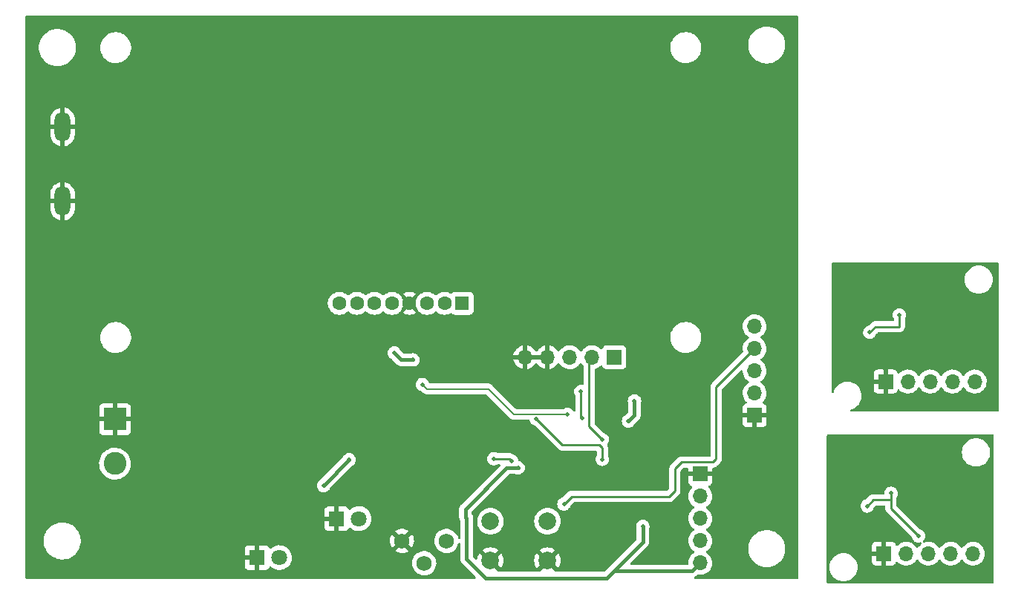
<source format=gbl>
G04 #@! TF.GenerationSoftware,KiCad,Pcbnew,(6.0.1)*
G04 #@! TF.CreationDate,2023-06-26T12:25:45-03:00*
G04 #@! TF.ProjectId,SRR-SCHEMATIC,5352522d-5343-4484-954d-415449432e6b,rev?*
G04 #@! TF.SameCoordinates,Original*
G04 #@! TF.FileFunction,Copper,L2,Bot*
G04 #@! TF.FilePolarity,Positive*
%FSLAX46Y46*%
G04 Gerber Fmt 4.6, Leading zero omitted, Abs format (unit mm)*
G04 Created by KiCad (PCBNEW (6.0.1)) date 2023-06-26 12:25:45*
%MOMM*%
%LPD*%
G01*
G04 APERTURE LIST*
G04 #@! TA.AperFunction,ComponentPad*
%ADD10R,1.700000X1.700000*%
G04 #@! TD*
G04 #@! TA.AperFunction,ComponentPad*
%ADD11O,1.700000X1.700000*%
G04 #@! TD*
G04 #@! TA.AperFunction,ComponentPad*
%ADD12R,2.600000X2.600000*%
G04 #@! TD*
G04 #@! TA.AperFunction,ComponentPad*
%ADD13C,2.600000*%
G04 #@! TD*
G04 #@! TA.AperFunction,ComponentPad*
%ADD14R,1.600000X1.600000*%
G04 #@! TD*
G04 #@! TA.AperFunction,ComponentPad*
%ADD15C,1.600000*%
G04 #@! TD*
G04 #@! TA.AperFunction,ComponentPad*
%ADD16O,1.800000X3.400000*%
G04 #@! TD*
G04 #@! TA.AperFunction,ComponentPad*
%ADD17R,1.800000X1.800000*%
G04 #@! TD*
G04 #@! TA.AperFunction,ComponentPad*
%ADD18C,1.800000*%
G04 #@! TD*
G04 #@! TA.AperFunction,ComponentPad*
%ADD19C,2.000000*%
G04 #@! TD*
G04 #@! TA.AperFunction,ComponentPad*
%ADD20C,1.750000*%
G04 #@! TD*
G04 #@! TA.AperFunction,ViaPad*
%ADD21C,0.508000*%
G04 #@! TD*
G04 #@! TA.AperFunction,Conductor*
%ADD22C,0.381000*%
G04 #@! TD*
G04 #@! TA.AperFunction,Conductor*
%ADD23C,0.254000*%
G04 #@! TD*
G04 #@! TA.AperFunction,Conductor*
%ADD24C,0.203200*%
G04 #@! TD*
G04 APERTURE END LIST*
D10*
X200355200Y-96062800D03*
D11*
X202895200Y-96062800D03*
X205435200Y-96062800D03*
X207975200Y-96062800D03*
X210515200Y-96062800D03*
D12*
X112695000Y-80705000D03*
D13*
X112695000Y-85785000D03*
D14*
X152275000Y-67475000D03*
D15*
X150275000Y-67475000D03*
X148275000Y-67475000D03*
X146275000Y-67475000D03*
X144275000Y-67475000D03*
X142275000Y-67475000D03*
X140275000Y-67475000D03*
X138275000Y-67475000D03*
D16*
X106725000Y-55825000D03*
X106725000Y-47325000D03*
D17*
X128900000Y-96520000D03*
D18*
X131440000Y-96520000D03*
D10*
X185623200Y-80264000D03*
D11*
X185623200Y-77724000D03*
X185623200Y-75184000D03*
X185623200Y-72644000D03*
X185623200Y-70104000D03*
D19*
X162000000Y-92365000D03*
X155500000Y-92365000D03*
X155500000Y-96865000D03*
X162000000Y-96865000D03*
D10*
X169616600Y-73634200D03*
D11*
X167076600Y-73634200D03*
X164536600Y-73634200D03*
X161996600Y-73634200D03*
X159456600Y-73634200D03*
D10*
X200558400Y-76403200D03*
D11*
X203098400Y-76403200D03*
X205638400Y-76403200D03*
X208178400Y-76403200D03*
X210718400Y-76403200D03*
D10*
X179425600Y-86969600D03*
D11*
X179425600Y-89509600D03*
X179425600Y-92049600D03*
X179425600Y-94589600D03*
X179425600Y-97129600D03*
D20*
X150480000Y-94615000D03*
X147940000Y-97155000D03*
X145400000Y-94615000D03*
D17*
X137970000Y-92070000D03*
D18*
X140510000Y-92070000D03*
D21*
X132500000Y-84500000D03*
X172000000Y-70000000D03*
X184500000Y-90750000D03*
X145500000Y-86000000D03*
X160250000Y-93500000D03*
X111250000Y-92250000D03*
X186250000Y-87250000D03*
X188250000Y-90750000D03*
X139750000Y-95750000D03*
X157250000Y-95500000D03*
X157250000Y-93500000D03*
X150775000Y-76350000D03*
X146750000Y-87750000D03*
X161750000Y-86500000D03*
X188500000Y-84000000D03*
X135500000Y-80500000D03*
X148000000Y-94750000D03*
X129500000Y-80500000D03*
X151600000Y-79475000D03*
X127500000Y-72250000D03*
X161500000Y-83500000D03*
X146750000Y-80775000D03*
X145500000Y-83250000D03*
X171425000Y-87675000D03*
X125250000Y-93750000D03*
X141750000Y-80250000D03*
X164812500Y-86687500D03*
X179000000Y-82500000D03*
X125000000Y-87500000D03*
X116750000Y-92500000D03*
X119750000Y-72250000D03*
X153000000Y-86000000D03*
X152000000Y-86000000D03*
X174250000Y-74750000D03*
X184000000Y-84000000D03*
X125500000Y-80500000D03*
X141750000Y-77250000D03*
X139250000Y-80500000D03*
X157750000Y-70000000D03*
X163250000Y-85125000D03*
X160250000Y-95500000D03*
X179000000Y-75000000D03*
X133750000Y-72250000D03*
X107500000Y-72000000D03*
X139395200Y-85344000D03*
X136474200Y-88315800D03*
X158656090Y-86281700D03*
X152781000Y-92024200D03*
X144551400Y-73152000D03*
X146685000Y-73939400D03*
X171925000Y-78613980D03*
X171250000Y-80925000D03*
X172872400Y-92964000D03*
X155905200Y-85217000D03*
X157925328Y-85510428D03*
X168275000Y-83058500D03*
X165811200Y-77571600D03*
X165939528Y-80619948D03*
X160731200Y-80694800D03*
X168249600Y-85293200D03*
X147750000Y-76750000D03*
X164288278Y-80161900D03*
X163886700Y-90382868D03*
X196500000Y-94750000D03*
X211000000Y-92250000D03*
X211000000Y-88750000D03*
X204625000Y-85450000D03*
X208675000Y-86500000D03*
X202800000Y-86250000D03*
X203575000Y-87025000D03*
X200425000Y-87025000D03*
X199000000Y-79250000D03*
X197100000Y-65775000D03*
X204525000Y-66675000D03*
X202150000Y-65850000D03*
X211250000Y-79500000D03*
X211000000Y-67750000D03*
X198725000Y-73825000D03*
X210875000Y-71400000D03*
X201350000Y-66700000D03*
X198755000Y-70789800D03*
X202133200Y-68808600D03*
X198450200Y-90627200D03*
X204292200Y-94030800D03*
X201168000Y-89179400D03*
D22*
X139395200Y-85344000D02*
X136474200Y-88265000D01*
X136474200Y-88265000D02*
X136474200Y-88315800D01*
X152628600Y-91871800D02*
X152781000Y-92024200D01*
X157355100Y-86281700D02*
X152628600Y-91008200D01*
X169562500Y-98062500D02*
X172872400Y-94752600D01*
X172872400Y-94752600D02*
X172872400Y-92964000D01*
X152628600Y-91008200D02*
X152628600Y-91871800D01*
X168775000Y-98850000D02*
X169562500Y-98062500D01*
X152781000Y-92024200D02*
X152781000Y-96706000D01*
X145338800Y-73939400D02*
X144551400Y-73152000D01*
X169562500Y-98062500D02*
X178492700Y-98062500D01*
X158656090Y-86281700D02*
X157355100Y-86281700D01*
X154925000Y-98850000D02*
X168775000Y-98850000D01*
X171925000Y-80250000D02*
X171925000Y-78613980D01*
X152781000Y-96706000D02*
X154925000Y-98850000D01*
X171250000Y-80925000D02*
X171925000Y-80250000D01*
X178492700Y-98062500D02*
X179425600Y-97129600D01*
X146685000Y-73939400D02*
X145338800Y-73939400D01*
D23*
X155905200Y-85217000D02*
X157631900Y-85217000D01*
X157631900Y-85217000D02*
X157925328Y-85510428D01*
X166735000Y-73975800D02*
X167076600Y-73634200D01*
X168275000Y-83058500D02*
X166735000Y-81518500D01*
X166735000Y-81518500D02*
X166735000Y-73975800D01*
X165811200Y-77571600D02*
X165811200Y-80491620D01*
X165811200Y-80491620D02*
X165939528Y-80619948D01*
X163704000Y-83667600D02*
X160731200Y-80694800D01*
X167944800Y-83667600D02*
X163704000Y-83667600D01*
X168249600Y-83972400D02*
X167944800Y-83667600D01*
X168249600Y-85293200D02*
X168249600Y-83972400D01*
D24*
X155250000Y-77250000D02*
X158161900Y-80161900D01*
X155250000Y-77250000D02*
X148250000Y-77250000D01*
X148250000Y-77250000D02*
X147750000Y-76750000D01*
X158161900Y-80161900D02*
X164288278Y-80161900D01*
D23*
X180858572Y-85615000D02*
X177275000Y-85615000D01*
X181228511Y-77038689D02*
X181228511Y-85245061D01*
X176530000Y-86360000D02*
X176530000Y-88900000D01*
X176530000Y-88900000D02*
X175895000Y-89535000D01*
X164734568Y-89535000D02*
X163886700Y-90382868D01*
X177275000Y-85615000D02*
X176530000Y-86360000D01*
X181228511Y-85245061D02*
X180858572Y-85615000D01*
X185623200Y-72644000D02*
X181228511Y-77038689D01*
X175895000Y-89535000D02*
X164734568Y-89535000D01*
X202082400Y-70154800D02*
X202133200Y-70104000D01*
X202133200Y-70104000D02*
X202133200Y-68808600D01*
X198755000Y-70789800D02*
X199390000Y-70154800D01*
X199390000Y-70154800D02*
X202082400Y-70154800D01*
X201168000Y-89916000D02*
X201168000Y-89179400D01*
X201142600Y-89941400D02*
X201168000Y-89916000D01*
X201168000Y-90906600D02*
X201168000Y-89916000D01*
X199136000Y-89941400D02*
X201142600Y-89941400D01*
X204292200Y-94030800D02*
X201168000Y-90906600D01*
X198450200Y-90627200D02*
X199136000Y-89941400D01*
G04 #@! TA.AperFunction,Conductor*
G36*
X212841621Y-82488002D02*
G01*
X212888114Y-82541658D01*
X212899500Y-82594000D01*
X212899500Y-99367800D01*
X212879498Y-99435921D01*
X212825842Y-99482414D01*
X212773500Y-99493800D01*
X193981500Y-99493800D01*
X193913379Y-99473798D01*
X193866886Y-99420142D01*
X193855500Y-99367800D01*
X193855500Y-97612200D01*
X194144326Y-97612200D01*
X194164191Y-97864603D01*
X194223295Y-98110791D01*
X194320184Y-98344702D01*
X194452472Y-98560576D01*
X194616902Y-98753098D01*
X194809424Y-98917528D01*
X195025298Y-99049816D01*
X195029868Y-99051709D01*
X195029872Y-99051711D01*
X195254636Y-99144811D01*
X195259209Y-99146705D01*
X195343832Y-99167021D01*
X195500584Y-99204654D01*
X195500590Y-99204655D01*
X195505397Y-99205809D01*
X195605216Y-99213665D01*
X195692145Y-99220507D01*
X195692152Y-99220507D01*
X195694601Y-99220700D01*
X195820999Y-99220700D01*
X195823448Y-99220507D01*
X195823455Y-99220507D01*
X195910384Y-99213665D01*
X196010203Y-99205809D01*
X196015010Y-99204655D01*
X196015016Y-99204654D01*
X196171768Y-99167021D01*
X196256391Y-99146705D01*
X196260964Y-99144811D01*
X196485728Y-99051711D01*
X196485732Y-99051709D01*
X196490302Y-99049816D01*
X196706176Y-98917528D01*
X196898698Y-98753098D01*
X197063128Y-98560576D01*
X197195416Y-98344702D01*
X197292305Y-98110791D01*
X197351409Y-97864603D01*
X197371274Y-97612200D01*
X197351409Y-97359797D01*
X197345087Y-97333461D01*
X197293460Y-97118421D01*
X197292305Y-97113609D01*
X197290411Y-97109036D01*
X197227630Y-96957469D01*
X198997201Y-96957469D01*
X198997571Y-96964290D01*
X199003095Y-97015152D01*
X199006721Y-97030404D01*
X199051876Y-97150854D01*
X199060414Y-97166449D01*
X199136915Y-97268524D01*
X199149476Y-97281085D01*
X199251551Y-97357586D01*
X199267146Y-97366124D01*
X199387594Y-97411278D01*
X199402849Y-97414905D01*
X199453714Y-97420431D01*
X199460528Y-97420800D01*
X200083085Y-97420800D01*
X200098324Y-97416325D01*
X200099529Y-97414935D01*
X200101200Y-97407252D01*
X200101200Y-96334915D01*
X200096725Y-96319676D01*
X200095335Y-96318471D01*
X200087652Y-96316800D01*
X199015316Y-96316800D01*
X199000077Y-96321275D01*
X198998872Y-96322665D01*
X198997201Y-96330348D01*
X198997201Y-96957469D01*
X197227630Y-96957469D01*
X197197311Y-96884272D01*
X197197309Y-96884268D01*
X197195416Y-96879698D01*
X197063128Y-96663824D01*
X196898698Y-96471302D01*
X196706176Y-96306872D01*
X196490302Y-96174584D01*
X196485732Y-96172691D01*
X196485728Y-96172689D01*
X196260964Y-96079589D01*
X196260962Y-96079588D01*
X196256391Y-96077695D01*
X196171768Y-96057379D01*
X196015016Y-96019746D01*
X196015010Y-96019745D01*
X196010203Y-96018591D01*
X195910384Y-96010735D01*
X195823455Y-96003893D01*
X195823448Y-96003893D01*
X195820999Y-96003700D01*
X195694601Y-96003700D01*
X195692152Y-96003893D01*
X195692145Y-96003893D01*
X195605216Y-96010735D01*
X195505397Y-96018591D01*
X195500590Y-96019745D01*
X195500584Y-96019746D01*
X195343832Y-96057379D01*
X195259209Y-96077695D01*
X195254638Y-96079588D01*
X195254636Y-96079589D01*
X195029872Y-96172689D01*
X195029868Y-96172691D01*
X195025298Y-96174584D01*
X194809424Y-96306872D01*
X194616902Y-96471302D01*
X194452472Y-96663824D01*
X194320184Y-96879698D01*
X194318291Y-96884268D01*
X194318289Y-96884272D01*
X194225189Y-97109036D01*
X194223295Y-97113609D01*
X194222140Y-97118421D01*
X194170514Y-97333461D01*
X194164191Y-97359797D01*
X194144326Y-97612200D01*
X193855500Y-97612200D01*
X193855500Y-95790685D01*
X198997200Y-95790685D01*
X199001675Y-95805924D01*
X199003065Y-95807129D01*
X199010748Y-95808800D01*
X200083085Y-95808800D01*
X200098324Y-95804325D01*
X200099529Y-95802935D01*
X200101200Y-95795252D01*
X200101200Y-94722916D01*
X200096725Y-94707677D01*
X200095335Y-94706472D01*
X200087652Y-94704801D01*
X199460531Y-94704801D01*
X199453710Y-94705171D01*
X199402848Y-94710695D01*
X199387596Y-94714321D01*
X199267146Y-94759476D01*
X199251551Y-94768014D01*
X199149476Y-94844515D01*
X199136915Y-94857076D01*
X199060414Y-94959151D01*
X199051876Y-94974746D01*
X199006722Y-95095194D01*
X199003095Y-95110449D01*
X198997569Y-95161314D01*
X198997200Y-95168128D01*
X198997200Y-95790685D01*
X193855500Y-95790685D01*
X193855500Y-90616486D01*
X197682950Y-90616486D01*
X197699643Y-90786736D01*
X197753640Y-90949056D01*
X197757287Y-90955078D01*
X197757288Y-90955080D01*
X197838606Y-91089354D01*
X197838609Y-91089357D01*
X197842256Y-91095380D01*
X197961089Y-91218434D01*
X198018337Y-91255896D01*
X198093084Y-91304809D01*
X198104230Y-91312103D01*
X198110834Y-91314559D01*
X198110836Y-91314560D01*
X198257957Y-91369274D01*
X198257959Y-91369274D01*
X198264567Y-91371732D01*
X198343654Y-91382285D01*
X198427149Y-91393426D01*
X198427153Y-91393426D01*
X198434130Y-91394357D01*
X198441141Y-91393719D01*
X198441145Y-91393719D01*
X198597473Y-91379492D01*
X198597475Y-91379492D01*
X198604492Y-91378853D01*
X198611190Y-91376677D01*
X198611193Y-91376676D01*
X198760489Y-91328166D01*
X198760491Y-91328165D01*
X198767185Y-91325990D01*
X198823587Y-91292368D01*
X198908072Y-91242005D01*
X198908074Y-91242004D01*
X198914124Y-91238397D01*
X199038005Y-91120427D01*
X199046823Y-91107156D01*
X199128770Y-90983814D01*
X199132671Y-90977943D01*
X199179662Y-90854238D01*
X199190916Y-90824613D01*
X199190916Y-90824612D01*
X199193418Y-90818026D01*
X199194399Y-90811048D01*
X199195953Y-90804994D01*
X199228900Y-90747232D01*
X199362329Y-90613804D01*
X199424641Y-90579779D01*
X199451424Y-90576900D01*
X200406500Y-90576900D01*
X200474621Y-90596902D01*
X200521114Y-90650558D01*
X200532500Y-90702900D01*
X200532500Y-90827580D01*
X200531970Y-90838814D01*
X200530292Y-90846319D01*
X200530541Y-90854238D01*
X200532438Y-90914612D01*
X200532500Y-90918569D01*
X200532500Y-90946583D01*
X200532996Y-90950508D01*
X200532996Y-90950509D01*
X200533008Y-90950604D01*
X200533941Y-90962449D01*
X200535335Y-91006805D01*
X200537547Y-91014417D01*
X200541013Y-91026348D01*
X200545023Y-91045712D01*
X200547573Y-91065899D01*
X200550489Y-91073263D01*
X200550490Y-91073268D01*
X200563907Y-91107156D01*
X200567752Y-91118385D01*
X200569757Y-91125286D01*
X200580131Y-91160993D01*
X200584169Y-91167820D01*
X200584170Y-91167823D01*
X200590488Y-91178506D01*
X200599188Y-91196264D01*
X200603761Y-91207815D01*
X200603765Y-91207821D01*
X200606681Y-91215188D01*
X200611339Y-91221599D01*
X200611340Y-91221601D01*
X200632764Y-91251088D01*
X200639281Y-91261010D01*
X200657826Y-91292368D01*
X200657829Y-91292372D01*
X200661866Y-91299198D01*
X200676250Y-91313582D01*
X200689091Y-91328616D01*
X200701058Y-91345087D01*
X200733267Y-91371732D01*
X200735255Y-91373377D01*
X200744035Y-91381367D01*
X203514919Y-94152252D01*
X203545381Y-94201574D01*
X203595640Y-94352656D01*
X203599287Y-94358678D01*
X203599288Y-94358680D01*
X203680606Y-94492954D01*
X203680609Y-94492957D01*
X203684256Y-94498980D01*
X203803089Y-94622034D01*
X203808985Y-94625892D01*
X203932124Y-94706472D01*
X203946230Y-94715703D01*
X203952834Y-94718159D01*
X203952836Y-94718160D01*
X204099957Y-94772874D01*
X204099959Y-94772874D01*
X204106567Y-94775332D01*
X204185654Y-94785885D01*
X204269149Y-94797026D01*
X204269153Y-94797026D01*
X204276130Y-94797957D01*
X204283141Y-94797319D01*
X204283145Y-94797319D01*
X204439473Y-94783092D01*
X204439475Y-94783092D01*
X204446492Y-94782453D01*
X204453190Y-94780277D01*
X204453193Y-94780276D01*
X204486821Y-94769349D01*
X204557789Y-94767321D01*
X204618587Y-94803983D01*
X204649912Y-94867695D01*
X204641820Y-94938229D01*
X204601411Y-94989942D01*
X204530165Y-95043435D01*
X204375829Y-95204938D01*
X204268401Y-95362421D01*
X204213493Y-95407421D01*
X204142968Y-95415592D01*
X204079221Y-95384338D01*
X204058524Y-95359854D01*
X203978022Y-95235417D01*
X203978020Y-95235414D01*
X203975214Y-95231077D01*
X203824870Y-95065851D01*
X203820819Y-95062652D01*
X203820815Y-95062648D01*
X203653614Y-94930600D01*
X203653610Y-94930598D01*
X203649559Y-94927398D01*
X203453989Y-94819438D01*
X203449120Y-94817714D01*
X203449116Y-94817712D01*
X203248287Y-94746595D01*
X203248283Y-94746594D01*
X203243412Y-94744869D01*
X203238319Y-94743962D01*
X203238316Y-94743961D01*
X203028573Y-94706600D01*
X203028567Y-94706599D01*
X203023484Y-94705694D01*
X202949652Y-94704792D01*
X202805281Y-94703028D01*
X202805279Y-94703028D01*
X202800111Y-94702965D01*
X202579291Y-94736755D01*
X202366956Y-94806157D01*
X202168807Y-94909307D01*
X202164674Y-94912410D01*
X202164671Y-94912412D01*
X202081650Y-94974746D01*
X201990165Y-95043435D01*
X201986593Y-95047173D01*
X201909098Y-95128266D01*
X201847574Y-95163695D01*
X201776662Y-95160238D01*
X201718876Y-95118992D01*
X201700023Y-95085444D01*
X201658524Y-94974746D01*
X201649986Y-94959151D01*
X201573485Y-94857076D01*
X201560924Y-94844515D01*
X201458849Y-94768014D01*
X201443254Y-94759476D01*
X201322806Y-94714322D01*
X201307551Y-94710695D01*
X201256686Y-94705169D01*
X201249872Y-94704800D01*
X200627315Y-94704800D01*
X200612076Y-94709275D01*
X200610871Y-94710665D01*
X200609200Y-94718348D01*
X200609200Y-97402684D01*
X200613675Y-97417923D01*
X200615065Y-97419128D01*
X200622748Y-97420799D01*
X201249869Y-97420799D01*
X201256690Y-97420429D01*
X201307552Y-97414905D01*
X201322804Y-97411279D01*
X201443254Y-97366124D01*
X201458849Y-97357586D01*
X201560924Y-97281085D01*
X201573485Y-97268524D01*
X201649986Y-97166449D01*
X201658524Y-97150854D01*
X201699425Y-97041752D01*
X201742067Y-96984988D01*
X201808628Y-96960288D01*
X201877977Y-96975496D01*
X201912644Y-97003484D01*
X201938065Y-97032831D01*
X201938069Y-97032835D01*
X201941450Y-97036738D01*
X202113326Y-97179432D01*
X202306200Y-97292138D01*
X202514892Y-97371830D01*
X202519960Y-97372861D01*
X202519963Y-97372862D01*
X202627217Y-97394683D01*
X202733797Y-97416367D01*
X202738972Y-97416557D01*
X202738974Y-97416557D01*
X202951873Y-97424364D01*
X202951877Y-97424364D01*
X202957037Y-97424553D01*
X202962157Y-97423897D01*
X202962159Y-97423897D01*
X203173488Y-97396825D01*
X203173489Y-97396825D01*
X203178616Y-97396168D01*
X203183566Y-97394683D01*
X203387629Y-97333461D01*
X203387634Y-97333459D01*
X203392584Y-97331974D01*
X203593194Y-97233696D01*
X203775060Y-97103973D01*
X203933296Y-96946289D01*
X203977860Y-96884272D01*
X204063653Y-96764877D01*
X204064976Y-96765828D01*
X204111845Y-96722657D01*
X204181780Y-96710425D01*
X204247226Y-96737944D01*
X204275075Y-96769794D01*
X204335187Y-96867888D01*
X204481450Y-97036738D01*
X204653326Y-97179432D01*
X204846200Y-97292138D01*
X205054892Y-97371830D01*
X205059960Y-97372861D01*
X205059963Y-97372862D01*
X205167217Y-97394683D01*
X205273797Y-97416367D01*
X205278972Y-97416557D01*
X205278974Y-97416557D01*
X205491873Y-97424364D01*
X205491877Y-97424364D01*
X205497037Y-97424553D01*
X205502157Y-97423897D01*
X205502159Y-97423897D01*
X205713488Y-97396825D01*
X205713489Y-97396825D01*
X205718616Y-97396168D01*
X205723566Y-97394683D01*
X205927629Y-97333461D01*
X205927634Y-97333459D01*
X205932584Y-97331974D01*
X206133194Y-97233696D01*
X206315060Y-97103973D01*
X206473296Y-96946289D01*
X206517860Y-96884272D01*
X206603653Y-96764877D01*
X206604976Y-96765828D01*
X206651845Y-96722657D01*
X206721780Y-96710425D01*
X206787226Y-96737944D01*
X206815075Y-96769794D01*
X206875187Y-96867888D01*
X207021450Y-97036738D01*
X207193326Y-97179432D01*
X207386200Y-97292138D01*
X207594892Y-97371830D01*
X207599960Y-97372861D01*
X207599963Y-97372862D01*
X207707217Y-97394683D01*
X207813797Y-97416367D01*
X207818972Y-97416557D01*
X207818974Y-97416557D01*
X208031873Y-97424364D01*
X208031877Y-97424364D01*
X208037037Y-97424553D01*
X208042157Y-97423897D01*
X208042159Y-97423897D01*
X208253488Y-97396825D01*
X208253489Y-97396825D01*
X208258616Y-97396168D01*
X208263566Y-97394683D01*
X208467629Y-97333461D01*
X208467634Y-97333459D01*
X208472584Y-97331974D01*
X208673194Y-97233696D01*
X208855060Y-97103973D01*
X209013296Y-96946289D01*
X209057860Y-96884272D01*
X209143653Y-96764877D01*
X209144976Y-96765828D01*
X209191845Y-96722657D01*
X209261780Y-96710425D01*
X209327226Y-96737944D01*
X209355075Y-96769794D01*
X209415187Y-96867888D01*
X209561450Y-97036738D01*
X209733326Y-97179432D01*
X209926200Y-97292138D01*
X210134892Y-97371830D01*
X210139960Y-97372861D01*
X210139963Y-97372862D01*
X210247217Y-97394683D01*
X210353797Y-97416367D01*
X210358972Y-97416557D01*
X210358974Y-97416557D01*
X210571873Y-97424364D01*
X210571877Y-97424364D01*
X210577037Y-97424553D01*
X210582157Y-97423897D01*
X210582159Y-97423897D01*
X210793488Y-97396825D01*
X210793489Y-97396825D01*
X210798616Y-97396168D01*
X210803566Y-97394683D01*
X211007629Y-97333461D01*
X211007634Y-97333459D01*
X211012584Y-97331974D01*
X211213194Y-97233696D01*
X211395060Y-97103973D01*
X211553296Y-96946289D01*
X211597860Y-96884272D01*
X211680635Y-96769077D01*
X211683653Y-96764877D01*
X211704520Y-96722657D01*
X211780336Y-96569253D01*
X211780337Y-96569251D01*
X211782630Y-96564611D01*
X211847570Y-96350869D01*
X211876729Y-96129390D01*
X211878356Y-96062800D01*
X211860052Y-95840161D01*
X211805631Y-95623502D01*
X211716554Y-95418640D01*
X211595214Y-95231077D01*
X211444870Y-95065851D01*
X211440819Y-95062652D01*
X211440815Y-95062648D01*
X211273614Y-94930600D01*
X211273610Y-94930598D01*
X211269559Y-94927398D01*
X211073989Y-94819438D01*
X211069120Y-94817714D01*
X211069116Y-94817712D01*
X210868287Y-94746595D01*
X210868283Y-94746594D01*
X210863412Y-94744869D01*
X210858319Y-94743962D01*
X210858316Y-94743961D01*
X210648573Y-94706600D01*
X210648567Y-94706599D01*
X210643484Y-94705694D01*
X210569652Y-94704792D01*
X210425281Y-94703028D01*
X210425279Y-94703028D01*
X210420111Y-94702965D01*
X210199291Y-94736755D01*
X209986956Y-94806157D01*
X209788807Y-94909307D01*
X209784674Y-94912410D01*
X209784671Y-94912412D01*
X209701650Y-94974746D01*
X209610165Y-95043435D01*
X209455829Y-95204938D01*
X209348401Y-95362421D01*
X209293493Y-95407421D01*
X209222968Y-95415592D01*
X209159221Y-95384338D01*
X209138524Y-95359854D01*
X209058022Y-95235417D01*
X209058020Y-95235414D01*
X209055214Y-95231077D01*
X208904870Y-95065851D01*
X208900819Y-95062652D01*
X208900815Y-95062648D01*
X208733614Y-94930600D01*
X208733610Y-94930598D01*
X208729559Y-94927398D01*
X208533989Y-94819438D01*
X208529120Y-94817714D01*
X208529116Y-94817712D01*
X208328287Y-94746595D01*
X208328283Y-94746594D01*
X208323412Y-94744869D01*
X208318319Y-94743962D01*
X208318316Y-94743961D01*
X208108573Y-94706600D01*
X208108567Y-94706599D01*
X208103484Y-94705694D01*
X208029652Y-94704792D01*
X207885281Y-94703028D01*
X207885279Y-94703028D01*
X207880111Y-94702965D01*
X207659291Y-94736755D01*
X207446956Y-94806157D01*
X207248807Y-94909307D01*
X207244674Y-94912410D01*
X207244671Y-94912412D01*
X207161650Y-94974746D01*
X207070165Y-95043435D01*
X206915829Y-95204938D01*
X206808401Y-95362421D01*
X206753493Y-95407421D01*
X206682968Y-95415592D01*
X206619221Y-95384338D01*
X206598524Y-95359854D01*
X206518022Y-95235417D01*
X206518020Y-95235414D01*
X206515214Y-95231077D01*
X206364870Y-95065851D01*
X206360819Y-95062652D01*
X206360815Y-95062648D01*
X206193614Y-94930600D01*
X206193610Y-94930598D01*
X206189559Y-94927398D01*
X205993989Y-94819438D01*
X205989120Y-94817714D01*
X205989116Y-94817712D01*
X205788287Y-94746595D01*
X205788283Y-94746594D01*
X205783412Y-94744869D01*
X205778319Y-94743962D01*
X205778316Y-94743961D01*
X205568573Y-94706600D01*
X205568567Y-94706599D01*
X205563484Y-94705694D01*
X205489652Y-94704792D01*
X205345281Y-94703028D01*
X205345279Y-94703028D01*
X205340111Y-94702965D01*
X205119291Y-94736755D01*
X204987777Y-94779741D01*
X204944113Y-94794012D01*
X204873149Y-94796163D01*
X204812287Y-94759607D01*
X204780851Y-94695949D01*
X204788821Y-94625402D01*
X204818076Y-94583001D01*
X204880005Y-94524027D01*
X204893279Y-94504049D01*
X204970770Y-94387414D01*
X204974671Y-94381543D01*
X205035418Y-94221626D01*
X205059226Y-94052225D01*
X205059525Y-94030800D01*
X205040456Y-93860800D01*
X204984199Y-93699250D01*
X204893548Y-93554178D01*
X204773009Y-93432794D01*
X204707739Y-93391373D01*
X204634516Y-93344904D01*
X204634513Y-93344902D01*
X204628573Y-93341133D01*
X204621940Y-93338771D01*
X204474053Y-93286111D01*
X204474051Y-93286111D01*
X204467419Y-93283749D01*
X204467681Y-93283013D01*
X204412342Y-93252210D01*
X201840405Y-90680272D01*
X201806379Y-90617960D01*
X201803500Y-90591177D01*
X201803500Y-89975935D01*
X201805051Y-89956224D01*
X201806995Y-89943950D01*
X201808235Y-89936121D01*
X201804059Y-89891944D01*
X201803500Y-89880086D01*
X201803500Y-89638881D01*
X201824551Y-89569155D01*
X201850471Y-89530143D01*
X201905704Y-89384741D01*
X201908718Y-89376808D01*
X201908719Y-89376806D01*
X201911218Y-89370226D01*
X201920569Y-89303691D01*
X201934475Y-89204747D01*
X201934475Y-89204744D01*
X201935026Y-89200825D01*
X201935325Y-89179400D01*
X201916256Y-89009400D01*
X201859999Y-88847850D01*
X201769348Y-88702778D01*
X201756159Y-88689496D01*
X201653772Y-88586392D01*
X201648809Y-88581394D01*
X201583539Y-88539973D01*
X201510316Y-88493504D01*
X201510313Y-88493502D01*
X201504373Y-88489733D01*
X201497740Y-88487371D01*
X201349854Y-88434711D01*
X201349849Y-88434710D01*
X201343219Y-88432349D01*
X201336231Y-88431516D01*
X201336228Y-88431515D01*
X201220655Y-88417734D01*
X201173357Y-88412094D01*
X201166354Y-88412830D01*
X201166353Y-88412830D01*
X201121958Y-88417496D01*
X201003228Y-88429975D01*
X200993071Y-88433433D01*
X200847956Y-88482834D01*
X200847953Y-88482835D01*
X200841289Y-88485104D01*
X200695588Y-88574740D01*
X200690557Y-88579667D01*
X200690554Y-88579669D01*
X200683689Y-88586392D01*
X200573366Y-88694428D01*
X200569547Y-88700353D01*
X200569546Y-88700355D01*
X200564135Y-88708752D01*
X200480698Y-88838220D01*
X200478287Y-88844843D01*
X200478286Y-88844846D01*
X200424600Y-88992347D01*
X200424599Y-88992352D01*
X200422190Y-88998970D01*
X200400750Y-89168686D01*
X200401438Y-89175699D01*
X200401354Y-89181663D01*
X200380400Y-89249498D01*
X200326099Y-89295235D01*
X200275366Y-89305900D01*
X199215032Y-89305900D01*
X199203793Y-89305370D01*
X199196281Y-89303691D01*
X199188356Y-89303940D01*
X199188355Y-89303940D01*
X199127970Y-89305838D01*
X199124012Y-89305900D01*
X199096017Y-89305900D01*
X199092083Y-89306397D01*
X199092081Y-89306397D01*
X199091994Y-89306408D01*
X199080160Y-89307340D01*
X199035795Y-89308735D01*
X199028182Y-89310947D01*
X199028181Y-89310947D01*
X199016252Y-89314413D01*
X198996888Y-89318423D01*
X198984560Y-89319980D01*
X198984558Y-89319980D01*
X198976701Y-89320973D01*
X198969337Y-89323889D01*
X198969332Y-89323890D01*
X198935444Y-89337307D01*
X198924215Y-89341152D01*
X198910241Y-89345212D01*
X198881607Y-89353531D01*
X198874781Y-89357568D01*
X198864091Y-89363890D01*
X198846341Y-89372587D01*
X198827412Y-89380081D01*
X198820998Y-89384741D01*
X198791514Y-89406162D01*
X198781594Y-89412678D01*
X198750229Y-89431227D01*
X198750226Y-89431229D01*
X198743402Y-89435265D01*
X198729014Y-89449653D01*
X198713980Y-89462494D01*
X198697513Y-89474458D01*
X198692460Y-89480566D01*
X198669228Y-89508649D01*
X198661238Y-89517429D01*
X198329608Y-89849059D01*
X198281119Y-89879242D01*
X198130156Y-89930634D01*
X198130153Y-89930635D01*
X198123489Y-89932904D01*
X197977788Y-90022540D01*
X197972757Y-90027467D01*
X197972754Y-90027469D01*
X197913773Y-90085228D01*
X197855566Y-90142228D01*
X197762898Y-90286020D01*
X197760487Y-90292643D01*
X197760486Y-90292646D01*
X197706800Y-90440147D01*
X197706799Y-90440152D01*
X197704390Y-90446770D01*
X197682950Y-90616486D01*
X193855500Y-90616486D01*
X193855500Y-84500000D01*
X209254026Y-84500000D01*
X209273891Y-84752403D01*
X209332995Y-84998591D01*
X209429884Y-85232502D01*
X209562172Y-85448376D01*
X209726602Y-85640898D01*
X209919124Y-85805328D01*
X210134998Y-85937616D01*
X210139568Y-85939509D01*
X210139572Y-85939511D01*
X210364336Y-86032611D01*
X210368909Y-86034505D01*
X210453532Y-86054821D01*
X210610284Y-86092454D01*
X210610290Y-86092455D01*
X210615097Y-86093609D01*
X210714916Y-86101465D01*
X210801845Y-86108307D01*
X210801852Y-86108307D01*
X210804301Y-86108500D01*
X210930699Y-86108500D01*
X210933148Y-86108307D01*
X210933155Y-86108307D01*
X211020084Y-86101465D01*
X211119903Y-86093609D01*
X211124710Y-86092455D01*
X211124716Y-86092454D01*
X211281468Y-86054821D01*
X211366091Y-86034505D01*
X211370664Y-86032611D01*
X211595428Y-85939511D01*
X211595432Y-85939509D01*
X211600002Y-85937616D01*
X211815876Y-85805328D01*
X212008398Y-85640898D01*
X212172828Y-85448376D01*
X212305116Y-85232502D01*
X212402005Y-84998591D01*
X212461109Y-84752403D01*
X212480974Y-84500000D01*
X212461109Y-84247597D01*
X212402005Y-84001409D01*
X212305116Y-83767498D01*
X212172828Y-83551624D01*
X212008398Y-83359102D01*
X211815876Y-83194672D01*
X211600002Y-83062384D01*
X211595432Y-83060491D01*
X211595428Y-83060489D01*
X211370664Y-82967389D01*
X211370662Y-82967388D01*
X211366091Y-82965495D01*
X211281468Y-82945179D01*
X211124716Y-82907546D01*
X211124710Y-82907545D01*
X211119903Y-82906391D01*
X211020084Y-82898535D01*
X210933155Y-82891693D01*
X210933148Y-82891693D01*
X210930699Y-82891500D01*
X210804301Y-82891500D01*
X210801852Y-82891693D01*
X210801845Y-82891693D01*
X210714916Y-82898535D01*
X210615097Y-82906391D01*
X210610290Y-82907545D01*
X210610284Y-82907546D01*
X210453532Y-82945179D01*
X210368909Y-82965495D01*
X210364338Y-82967388D01*
X210364336Y-82967389D01*
X210139572Y-83060489D01*
X210139568Y-83060491D01*
X210134998Y-83062384D01*
X209919124Y-83194672D01*
X209726602Y-83359102D01*
X209562172Y-83551624D01*
X209429884Y-83767498D01*
X209332995Y-84001409D01*
X209273891Y-84247597D01*
X209254026Y-84500000D01*
X193855500Y-84500000D01*
X193855500Y-82594000D01*
X193875502Y-82525879D01*
X193929158Y-82479386D01*
X193981500Y-82468000D01*
X212773500Y-82468000D01*
X212841621Y-82488002D01*
G37*
G04 #@! TD.AperFunction*
G04 #@! TA.AperFunction,Conductor*
G36*
X213378321Y-62830302D02*
G01*
X213424814Y-62883958D01*
X213436200Y-62936300D01*
X213436200Y-79710100D01*
X213416198Y-79778221D01*
X213362542Y-79824714D01*
X213310200Y-79836100D01*
X196611059Y-79836100D01*
X196542938Y-79816098D01*
X196496445Y-79762442D01*
X196486341Y-79692168D01*
X196515835Y-79627588D01*
X196581645Y-79587581D01*
X196698591Y-79559505D01*
X196703164Y-79557611D01*
X196927928Y-79464511D01*
X196927932Y-79464509D01*
X196932502Y-79462616D01*
X197148376Y-79330328D01*
X197340898Y-79165898D01*
X197505328Y-78973376D01*
X197637616Y-78757502D01*
X197734505Y-78523591D01*
X197768574Y-78381684D01*
X197792454Y-78282216D01*
X197792455Y-78282210D01*
X197793609Y-78277403D01*
X197813474Y-78025000D01*
X197793609Y-77772597D01*
X197791729Y-77764764D01*
X197746500Y-77576373D01*
X197734505Y-77526409D01*
X197726403Y-77506849D01*
X197639841Y-77297869D01*
X199200401Y-77297869D01*
X199200771Y-77304690D01*
X199206295Y-77355552D01*
X199209921Y-77370804D01*
X199255076Y-77491254D01*
X199263614Y-77506849D01*
X199340115Y-77608924D01*
X199352676Y-77621485D01*
X199454751Y-77697986D01*
X199470346Y-77706524D01*
X199590794Y-77751678D01*
X199606049Y-77755305D01*
X199656914Y-77760831D01*
X199663728Y-77761200D01*
X200286285Y-77761200D01*
X200301524Y-77756725D01*
X200302729Y-77755335D01*
X200304400Y-77747652D01*
X200304400Y-77743084D01*
X200812400Y-77743084D01*
X200816875Y-77758323D01*
X200818265Y-77759528D01*
X200825948Y-77761199D01*
X201453069Y-77761199D01*
X201459890Y-77760829D01*
X201510752Y-77755305D01*
X201526004Y-77751679D01*
X201646454Y-77706524D01*
X201662049Y-77697986D01*
X201764124Y-77621485D01*
X201776685Y-77608924D01*
X201853186Y-77506849D01*
X201861724Y-77491254D01*
X201902625Y-77382152D01*
X201945267Y-77325388D01*
X202011828Y-77300688D01*
X202081177Y-77315896D01*
X202115844Y-77343884D01*
X202141265Y-77373231D01*
X202141269Y-77373235D01*
X202144650Y-77377138D01*
X202316526Y-77519832D01*
X202509400Y-77632538D01*
X202718092Y-77712230D01*
X202723160Y-77713261D01*
X202723163Y-77713262D01*
X202830417Y-77735083D01*
X202936997Y-77756767D01*
X202942172Y-77756957D01*
X202942174Y-77756957D01*
X203155073Y-77764764D01*
X203155077Y-77764764D01*
X203160237Y-77764953D01*
X203165357Y-77764297D01*
X203165359Y-77764297D01*
X203376688Y-77737225D01*
X203376689Y-77737225D01*
X203381816Y-77736568D01*
X203386766Y-77735083D01*
X203590829Y-77673861D01*
X203590834Y-77673859D01*
X203595784Y-77672374D01*
X203796394Y-77574096D01*
X203978260Y-77444373D01*
X204136496Y-77286689D01*
X204266853Y-77105277D01*
X204268176Y-77106228D01*
X204315045Y-77063057D01*
X204384980Y-77050825D01*
X204450426Y-77078344D01*
X204478275Y-77110194D01*
X204538387Y-77208288D01*
X204684650Y-77377138D01*
X204856526Y-77519832D01*
X205049400Y-77632538D01*
X205258092Y-77712230D01*
X205263160Y-77713261D01*
X205263163Y-77713262D01*
X205370417Y-77735083D01*
X205476997Y-77756767D01*
X205482172Y-77756957D01*
X205482174Y-77756957D01*
X205695073Y-77764764D01*
X205695077Y-77764764D01*
X205700237Y-77764953D01*
X205705357Y-77764297D01*
X205705359Y-77764297D01*
X205916688Y-77737225D01*
X205916689Y-77737225D01*
X205921816Y-77736568D01*
X205926766Y-77735083D01*
X206130829Y-77673861D01*
X206130834Y-77673859D01*
X206135784Y-77672374D01*
X206336394Y-77574096D01*
X206518260Y-77444373D01*
X206676496Y-77286689D01*
X206806853Y-77105277D01*
X206808176Y-77106228D01*
X206855045Y-77063057D01*
X206924980Y-77050825D01*
X206990426Y-77078344D01*
X207018275Y-77110194D01*
X207078387Y-77208288D01*
X207224650Y-77377138D01*
X207396526Y-77519832D01*
X207589400Y-77632538D01*
X207798092Y-77712230D01*
X207803160Y-77713261D01*
X207803163Y-77713262D01*
X207910417Y-77735083D01*
X208016997Y-77756767D01*
X208022172Y-77756957D01*
X208022174Y-77756957D01*
X208235073Y-77764764D01*
X208235077Y-77764764D01*
X208240237Y-77764953D01*
X208245357Y-77764297D01*
X208245359Y-77764297D01*
X208456688Y-77737225D01*
X208456689Y-77737225D01*
X208461816Y-77736568D01*
X208466766Y-77735083D01*
X208670829Y-77673861D01*
X208670834Y-77673859D01*
X208675784Y-77672374D01*
X208876394Y-77574096D01*
X209058260Y-77444373D01*
X209216496Y-77286689D01*
X209346853Y-77105277D01*
X209348176Y-77106228D01*
X209395045Y-77063057D01*
X209464980Y-77050825D01*
X209530426Y-77078344D01*
X209558275Y-77110194D01*
X209618387Y-77208288D01*
X209764650Y-77377138D01*
X209936526Y-77519832D01*
X210129400Y-77632538D01*
X210338092Y-77712230D01*
X210343160Y-77713261D01*
X210343163Y-77713262D01*
X210450417Y-77735083D01*
X210556997Y-77756767D01*
X210562172Y-77756957D01*
X210562174Y-77756957D01*
X210775073Y-77764764D01*
X210775077Y-77764764D01*
X210780237Y-77764953D01*
X210785357Y-77764297D01*
X210785359Y-77764297D01*
X210996688Y-77737225D01*
X210996689Y-77737225D01*
X211001816Y-77736568D01*
X211006766Y-77735083D01*
X211210829Y-77673861D01*
X211210834Y-77673859D01*
X211215784Y-77672374D01*
X211416394Y-77574096D01*
X211598260Y-77444373D01*
X211756496Y-77286689D01*
X211886853Y-77105277D01*
X211898932Y-77080838D01*
X211983536Y-76909653D01*
X211983537Y-76909651D01*
X211985830Y-76905011D01*
X212041165Y-76722883D01*
X212049265Y-76696223D01*
X212049265Y-76696221D01*
X212050770Y-76691269D01*
X212079929Y-76469790D01*
X212080877Y-76431003D01*
X212081474Y-76406565D01*
X212081474Y-76406561D01*
X212081556Y-76403200D01*
X212063252Y-76180561D01*
X212008831Y-75963902D01*
X211919754Y-75759040D01*
X211798414Y-75571477D01*
X211648070Y-75406251D01*
X211644019Y-75403052D01*
X211644015Y-75403048D01*
X211476814Y-75271000D01*
X211476810Y-75270998D01*
X211472759Y-75267798D01*
X211277189Y-75159838D01*
X211272320Y-75158114D01*
X211272316Y-75158112D01*
X211071487Y-75086995D01*
X211071483Y-75086994D01*
X211066612Y-75085269D01*
X211061519Y-75084362D01*
X211061516Y-75084361D01*
X210851773Y-75047000D01*
X210851767Y-75046999D01*
X210846684Y-75046094D01*
X210772852Y-75045192D01*
X210628481Y-75043428D01*
X210628479Y-75043428D01*
X210623311Y-75043365D01*
X210402491Y-75077155D01*
X210190156Y-75146557D01*
X209992007Y-75249707D01*
X209987874Y-75252810D01*
X209987871Y-75252812D01*
X209904850Y-75315146D01*
X209813365Y-75383835D01*
X209659029Y-75545338D01*
X209551601Y-75702821D01*
X209496693Y-75747821D01*
X209426168Y-75755992D01*
X209362421Y-75724738D01*
X209341724Y-75700254D01*
X209261222Y-75575817D01*
X209261220Y-75575814D01*
X209258414Y-75571477D01*
X209108070Y-75406251D01*
X209104019Y-75403052D01*
X209104015Y-75403048D01*
X208936814Y-75271000D01*
X208936810Y-75270998D01*
X208932759Y-75267798D01*
X208737189Y-75159838D01*
X208732320Y-75158114D01*
X208732316Y-75158112D01*
X208531487Y-75086995D01*
X208531483Y-75086994D01*
X208526612Y-75085269D01*
X208521519Y-75084362D01*
X208521516Y-75084361D01*
X208311773Y-75047000D01*
X208311767Y-75046999D01*
X208306684Y-75046094D01*
X208232852Y-75045192D01*
X208088481Y-75043428D01*
X208088479Y-75043428D01*
X208083311Y-75043365D01*
X207862491Y-75077155D01*
X207650156Y-75146557D01*
X207452007Y-75249707D01*
X207447874Y-75252810D01*
X207447871Y-75252812D01*
X207364850Y-75315146D01*
X207273365Y-75383835D01*
X207119029Y-75545338D01*
X207011601Y-75702821D01*
X206956693Y-75747821D01*
X206886168Y-75755992D01*
X206822421Y-75724738D01*
X206801724Y-75700254D01*
X206721222Y-75575817D01*
X206721220Y-75575814D01*
X206718414Y-75571477D01*
X206568070Y-75406251D01*
X206564019Y-75403052D01*
X206564015Y-75403048D01*
X206396814Y-75271000D01*
X206396810Y-75270998D01*
X206392759Y-75267798D01*
X206197189Y-75159838D01*
X206192320Y-75158114D01*
X206192316Y-75158112D01*
X205991487Y-75086995D01*
X205991483Y-75086994D01*
X205986612Y-75085269D01*
X205981519Y-75084362D01*
X205981516Y-75084361D01*
X205771773Y-75047000D01*
X205771767Y-75046999D01*
X205766684Y-75046094D01*
X205692852Y-75045192D01*
X205548481Y-75043428D01*
X205548479Y-75043428D01*
X205543311Y-75043365D01*
X205322491Y-75077155D01*
X205110156Y-75146557D01*
X204912007Y-75249707D01*
X204907874Y-75252810D01*
X204907871Y-75252812D01*
X204824850Y-75315146D01*
X204733365Y-75383835D01*
X204579029Y-75545338D01*
X204471601Y-75702821D01*
X204416693Y-75747821D01*
X204346168Y-75755992D01*
X204282421Y-75724738D01*
X204261724Y-75700254D01*
X204181222Y-75575817D01*
X204181220Y-75575814D01*
X204178414Y-75571477D01*
X204028070Y-75406251D01*
X204024019Y-75403052D01*
X204024015Y-75403048D01*
X203856814Y-75271000D01*
X203856810Y-75270998D01*
X203852759Y-75267798D01*
X203657189Y-75159838D01*
X203652320Y-75158114D01*
X203652316Y-75158112D01*
X203451487Y-75086995D01*
X203451483Y-75086994D01*
X203446612Y-75085269D01*
X203441519Y-75084362D01*
X203441516Y-75084361D01*
X203231773Y-75047000D01*
X203231767Y-75046999D01*
X203226684Y-75046094D01*
X203152852Y-75045192D01*
X203008481Y-75043428D01*
X203008479Y-75043428D01*
X203003311Y-75043365D01*
X202782491Y-75077155D01*
X202570156Y-75146557D01*
X202372007Y-75249707D01*
X202367874Y-75252810D01*
X202367871Y-75252812D01*
X202284850Y-75315146D01*
X202193365Y-75383835D01*
X202189793Y-75387573D01*
X202112298Y-75468666D01*
X202050774Y-75504095D01*
X201979862Y-75500638D01*
X201922076Y-75459392D01*
X201903223Y-75425844D01*
X201861724Y-75315146D01*
X201853186Y-75299551D01*
X201776685Y-75197476D01*
X201764124Y-75184915D01*
X201662049Y-75108414D01*
X201646454Y-75099876D01*
X201526006Y-75054722D01*
X201510751Y-75051095D01*
X201459886Y-75045569D01*
X201453072Y-75045200D01*
X200830515Y-75045200D01*
X200815276Y-75049675D01*
X200814071Y-75051065D01*
X200812400Y-75058748D01*
X200812400Y-77743084D01*
X200304400Y-77743084D01*
X200304400Y-76675315D01*
X200299925Y-76660076D01*
X200298535Y-76658871D01*
X200290852Y-76657200D01*
X199218516Y-76657200D01*
X199203277Y-76661675D01*
X199202072Y-76663065D01*
X199200401Y-76670748D01*
X199200401Y-77297869D01*
X197639841Y-77297869D01*
X197639511Y-77297072D01*
X197639509Y-77297068D01*
X197637616Y-77292498D01*
X197505328Y-77076624D01*
X197340898Y-76884102D01*
X197148376Y-76719672D01*
X196932502Y-76587384D01*
X196927932Y-76585491D01*
X196927928Y-76585489D01*
X196703164Y-76492389D01*
X196703162Y-76492388D01*
X196698591Y-76490495D01*
X196598394Y-76466440D01*
X196457216Y-76432546D01*
X196457210Y-76432545D01*
X196452403Y-76431391D01*
X196352584Y-76423535D01*
X196265655Y-76416693D01*
X196265648Y-76416693D01*
X196263199Y-76416500D01*
X196136801Y-76416500D01*
X196134352Y-76416693D01*
X196134345Y-76416693D01*
X196047416Y-76423535D01*
X195947597Y-76431391D01*
X195942790Y-76432545D01*
X195942784Y-76432546D01*
X195801606Y-76466440D01*
X195701409Y-76490495D01*
X195696838Y-76492388D01*
X195696836Y-76492389D01*
X195472072Y-76585489D01*
X195472068Y-76585491D01*
X195467498Y-76587384D01*
X195251624Y-76719672D01*
X195059102Y-76884102D01*
X194894672Y-77076624D01*
X194762384Y-77292498D01*
X194760491Y-77297068D01*
X194760489Y-77297072D01*
X194673597Y-77506849D01*
X194665495Y-77526409D01*
X194653500Y-77576373D01*
X194640719Y-77629609D01*
X194605367Y-77691178D01*
X194542340Y-77723861D01*
X194471649Y-77717281D01*
X194415738Y-77673526D01*
X194392200Y-77600195D01*
X194392200Y-76131085D01*
X199200400Y-76131085D01*
X199204875Y-76146324D01*
X199206265Y-76147529D01*
X199213948Y-76149200D01*
X200286285Y-76149200D01*
X200301524Y-76144725D01*
X200302729Y-76143335D01*
X200304400Y-76135652D01*
X200304400Y-75063316D01*
X200299925Y-75048077D01*
X200298535Y-75046872D01*
X200290852Y-75045201D01*
X199663731Y-75045201D01*
X199656910Y-75045571D01*
X199606048Y-75051095D01*
X199590796Y-75054721D01*
X199470346Y-75099876D01*
X199454751Y-75108414D01*
X199352676Y-75184915D01*
X199340115Y-75197476D01*
X199263614Y-75299551D01*
X199255076Y-75315146D01*
X199209922Y-75435594D01*
X199206295Y-75450849D01*
X199200769Y-75501714D01*
X199200400Y-75508528D01*
X199200400Y-76131085D01*
X194392200Y-76131085D01*
X194392200Y-70779086D01*
X197987750Y-70779086D01*
X198004443Y-70949336D01*
X198058440Y-71111656D01*
X198062087Y-71117678D01*
X198062088Y-71117680D01*
X198143406Y-71251954D01*
X198143409Y-71251957D01*
X198147056Y-71257980D01*
X198265889Y-71381034D01*
X198409030Y-71474703D01*
X198415634Y-71477159D01*
X198415636Y-71477160D01*
X198562757Y-71531874D01*
X198562759Y-71531874D01*
X198569367Y-71534332D01*
X198648454Y-71544885D01*
X198731949Y-71556026D01*
X198731953Y-71556026D01*
X198738930Y-71556957D01*
X198745941Y-71556319D01*
X198745945Y-71556319D01*
X198902273Y-71542092D01*
X198902275Y-71542092D01*
X198909292Y-71541453D01*
X198915990Y-71539277D01*
X198915993Y-71539276D01*
X199065289Y-71490766D01*
X199065291Y-71490765D01*
X199071985Y-71488590D01*
X199218924Y-71400997D01*
X199342805Y-71283027D01*
X199356079Y-71263049D01*
X199433570Y-71146414D01*
X199437471Y-71140543D01*
X199498218Y-70980626D01*
X199499199Y-70973648D01*
X199500753Y-70967594D01*
X199533700Y-70909832D01*
X199616329Y-70827204D01*
X199678642Y-70793179D01*
X199705424Y-70790300D01*
X202003380Y-70790300D01*
X202014614Y-70790830D01*
X202022119Y-70792508D01*
X202090412Y-70790362D01*
X202094369Y-70790300D01*
X202122383Y-70790300D01*
X202126308Y-70789804D01*
X202126309Y-70789804D01*
X202126404Y-70789792D01*
X202138249Y-70788859D01*
X202168070Y-70787922D01*
X202174682Y-70787714D01*
X202174683Y-70787714D01*
X202182605Y-70787465D01*
X202202149Y-70781787D01*
X202221512Y-70777777D01*
X202233840Y-70776220D01*
X202233842Y-70776220D01*
X202241699Y-70775227D01*
X202249063Y-70772311D01*
X202249068Y-70772310D01*
X202282956Y-70758893D01*
X202294185Y-70755048D01*
X202310865Y-70750202D01*
X202336793Y-70742669D01*
X202343620Y-70738631D01*
X202343623Y-70738630D01*
X202354306Y-70732312D01*
X202372064Y-70723612D01*
X202383615Y-70719039D01*
X202383621Y-70719035D01*
X202390988Y-70716119D01*
X202426891Y-70690034D01*
X202436810Y-70683519D01*
X202468170Y-70664973D01*
X202468175Y-70664969D01*
X202474998Y-70660934D01*
X202489388Y-70646545D01*
X202504416Y-70633710D01*
X202514474Y-70626402D01*
X202514476Y-70626400D01*
X202520887Y-70621742D01*
X202535377Y-70604227D01*
X202541786Y-70597819D01*
X202541503Y-70597553D01*
X202588271Y-70547749D01*
X202591029Y-70544903D01*
X202608035Y-70527898D01*
X202610839Y-70525094D01*
X202613337Y-70521874D01*
X202621045Y-70512849D01*
X202645990Y-70486285D01*
X202651417Y-70480506D01*
X202661223Y-70462669D01*
X202672073Y-70446153D01*
X202684550Y-70430067D01*
X202702176Y-70389334D01*
X202707393Y-70378686D01*
X202724949Y-70346751D01*
X202728769Y-70339803D01*
X202730740Y-70332128D01*
X202730742Y-70332122D01*
X202733831Y-70320089D01*
X202740234Y-70301387D01*
X202748317Y-70282708D01*
X202755260Y-70238873D01*
X202757667Y-70227251D01*
X202768700Y-70184282D01*
X202768700Y-70163935D01*
X202770251Y-70144224D01*
X202772195Y-70131950D01*
X202773435Y-70124121D01*
X202769259Y-70079944D01*
X202768700Y-70068086D01*
X202768700Y-69268081D01*
X202789751Y-69198355D01*
X202815671Y-69159343D01*
X202876418Y-68999426D01*
X202900226Y-68830025D01*
X202900525Y-68808600D01*
X202881456Y-68638600D01*
X202825199Y-68477050D01*
X202734548Y-68331978D01*
X202721359Y-68318696D01*
X202618972Y-68215592D01*
X202614009Y-68210594D01*
X202548739Y-68169173D01*
X202475516Y-68122704D01*
X202475513Y-68122702D01*
X202469573Y-68118933D01*
X202462940Y-68116571D01*
X202315054Y-68063911D01*
X202315049Y-68063910D01*
X202308419Y-68061549D01*
X202301431Y-68060716D01*
X202301428Y-68060715D01*
X202185855Y-68046934D01*
X202138557Y-68041294D01*
X202131554Y-68042030D01*
X202131553Y-68042030D01*
X202087158Y-68046696D01*
X201968428Y-68059175D01*
X201958271Y-68062633D01*
X201813156Y-68112034D01*
X201813153Y-68112035D01*
X201806489Y-68114304D01*
X201660788Y-68203940D01*
X201655757Y-68208867D01*
X201655754Y-68208869D01*
X201648889Y-68215592D01*
X201538566Y-68323628D01*
X201534747Y-68329553D01*
X201534746Y-68329555D01*
X201529335Y-68337952D01*
X201445898Y-68467420D01*
X201443487Y-68474043D01*
X201443486Y-68474046D01*
X201389800Y-68621547D01*
X201389799Y-68621552D01*
X201387390Y-68628170D01*
X201365950Y-68797886D01*
X201382643Y-68968136D01*
X201436640Y-69130456D01*
X201477760Y-69198353D01*
X201479476Y-69201187D01*
X201497700Y-69266458D01*
X201497700Y-69393300D01*
X201477698Y-69461421D01*
X201424042Y-69507914D01*
X201371700Y-69519300D01*
X199469032Y-69519300D01*
X199457793Y-69518770D01*
X199450281Y-69517091D01*
X199442356Y-69517340D01*
X199442355Y-69517340D01*
X199381970Y-69519238D01*
X199378012Y-69519300D01*
X199350017Y-69519300D01*
X199346083Y-69519797D01*
X199346081Y-69519797D01*
X199345994Y-69519808D01*
X199334160Y-69520740D01*
X199289795Y-69522135D01*
X199282182Y-69524347D01*
X199282181Y-69524347D01*
X199270252Y-69527813D01*
X199250888Y-69531823D01*
X199238560Y-69533380D01*
X199238558Y-69533380D01*
X199230701Y-69534373D01*
X199223337Y-69537289D01*
X199223332Y-69537290D01*
X199189444Y-69550707D01*
X199178215Y-69554552D01*
X199164241Y-69558612D01*
X199135607Y-69566931D01*
X199128781Y-69570968D01*
X199118091Y-69577290D01*
X199100341Y-69585987D01*
X199081412Y-69593481D01*
X199074998Y-69598141D01*
X199045514Y-69619562D01*
X199035594Y-69626078D01*
X199004229Y-69644627D01*
X199004226Y-69644629D01*
X198997402Y-69648665D01*
X198983014Y-69663053D01*
X198967980Y-69675894D01*
X198951513Y-69687858D01*
X198946460Y-69693966D01*
X198923228Y-69722049D01*
X198915238Y-69730829D01*
X198634408Y-70011659D01*
X198585919Y-70041842D01*
X198434956Y-70093234D01*
X198434953Y-70093235D01*
X198428289Y-70095504D01*
X198282588Y-70185140D01*
X198277557Y-70190067D01*
X198277554Y-70190069D01*
X198239585Y-70227251D01*
X198160366Y-70304828D01*
X198067698Y-70448620D01*
X198065287Y-70455243D01*
X198065286Y-70455246D01*
X198011600Y-70602747D01*
X198011599Y-70602752D01*
X198009190Y-70609370D01*
X197987750Y-70779086D01*
X194392200Y-70779086D01*
X194392200Y-64770000D01*
X209564026Y-64770000D01*
X209583891Y-65022403D01*
X209642995Y-65268591D01*
X209739884Y-65502502D01*
X209872172Y-65718376D01*
X210036602Y-65910898D01*
X210229124Y-66075328D01*
X210444998Y-66207616D01*
X210449568Y-66209509D01*
X210449572Y-66209511D01*
X210674336Y-66302611D01*
X210678909Y-66304505D01*
X210763532Y-66324821D01*
X210920284Y-66362454D01*
X210920290Y-66362455D01*
X210925097Y-66363609D01*
X211024916Y-66371465D01*
X211111845Y-66378307D01*
X211111852Y-66378307D01*
X211114301Y-66378500D01*
X211240699Y-66378500D01*
X211243148Y-66378307D01*
X211243155Y-66378307D01*
X211330084Y-66371465D01*
X211429903Y-66363609D01*
X211434710Y-66362455D01*
X211434716Y-66362454D01*
X211591468Y-66324821D01*
X211676091Y-66304505D01*
X211680664Y-66302611D01*
X211905428Y-66209511D01*
X211905432Y-66209509D01*
X211910002Y-66207616D01*
X212125876Y-66075328D01*
X212318398Y-65910898D01*
X212482828Y-65718376D01*
X212615116Y-65502502D01*
X212712005Y-65268591D01*
X212771109Y-65022403D01*
X212790974Y-64770000D01*
X212771109Y-64517597D01*
X212712005Y-64271409D01*
X212615116Y-64037498D01*
X212482828Y-63821624D01*
X212318398Y-63629102D01*
X212125876Y-63464672D01*
X211910002Y-63332384D01*
X211905432Y-63330491D01*
X211905428Y-63330489D01*
X211680664Y-63237389D01*
X211680662Y-63237388D01*
X211676091Y-63235495D01*
X211591468Y-63215179D01*
X211434716Y-63177546D01*
X211434710Y-63177545D01*
X211429903Y-63176391D01*
X211330084Y-63168535D01*
X211243155Y-63161693D01*
X211243148Y-63161693D01*
X211240699Y-63161500D01*
X211114301Y-63161500D01*
X211111852Y-63161693D01*
X211111845Y-63161693D01*
X211024916Y-63168535D01*
X210925097Y-63176391D01*
X210920290Y-63177545D01*
X210920284Y-63177546D01*
X210763532Y-63215179D01*
X210678909Y-63235495D01*
X210674338Y-63237388D01*
X210674336Y-63237389D01*
X210449572Y-63330489D01*
X210449568Y-63330491D01*
X210444998Y-63332384D01*
X210229124Y-63464672D01*
X210036602Y-63629102D01*
X209872172Y-63821624D01*
X209739884Y-64037498D01*
X209642995Y-64271409D01*
X209583891Y-64517597D01*
X209564026Y-64770000D01*
X194392200Y-64770000D01*
X194392200Y-62936300D01*
X194412202Y-62868179D01*
X194465858Y-62821686D01*
X194518200Y-62810300D01*
X213310200Y-62810300D01*
X213378321Y-62830302D01*
G37*
G04 #@! TD.AperFunction*
G04 #@! TA.AperFunction,Conductor*
G36*
X190533121Y-34628002D02*
G01*
X190579614Y-34681658D01*
X190591000Y-34734000D01*
X190591000Y-98810000D01*
X190570998Y-98878121D01*
X190517342Y-98924614D01*
X190465000Y-98936000D01*
X178848565Y-98936000D01*
X178780444Y-98915998D01*
X178733951Y-98862342D01*
X178723847Y-98792068D01*
X178753341Y-98727488D01*
X178804024Y-98692136D01*
X178818922Y-98686506D01*
X178825178Y-98682206D01*
X178828318Y-98680565D01*
X178841072Y-98673467D01*
X178844178Y-98671630D01*
X178851133Y-98668577D01*
X178857160Y-98663952D01*
X178857164Y-98663950D01*
X178901102Y-98630235D01*
X178906420Y-98626371D01*
X178958352Y-98590679D01*
X178999219Y-98544811D01*
X179004199Y-98539536D01*
X179047120Y-98496615D01*
X179109432Y-98462589D01*
X179161336Y-98462240D01*
X179259126Y-98482136D01*
X179259134Y-98482137D01*
X179264197Y-98483167D01*
X179389962Y-98487779D01*
X179482273Y-98491164D01*
X179482277Y-98491164D01*
X179487437Y-98491353D01*
X179492557Y-98490697D01*
X179492559Y-98490697D01*
X179703888Y-98463625D01*
X179703889Y-98463625D01*
X179709016Y-98462968D01*
X179713966Y-98461483D01*
X179918029Y-98400261D01*
X179918034Y-98400259D01*
X179922984Y-98398774D01*
X180123594Y-98300496D01*
X180305460Y-98170773D01*
X180333382Y-98142949D01*
X180460035Y-98016737D01*
X180463696Y-98013089D01*
X180488327Y-97978812D01*
X180591035Y-97835877D01*
X180594053Y-97831677D01*
X180612386Y-97794584D01*
X180690736Y-97636053D01*
X180690737Y-97636051D01*
X180693030Y-97631411D01*
X180757970Y-97417669D01*
X180787129Y-97196190D01*
X180787729Y-97171652D01*
X180788674Y-97132965D01*
X180788674Y-97132961D01*
X180788756Y-97129600D01*
X180770452Y-96906961D01*
X180716031Y-96690302D01*
X180626954Y-96485440D01*
X180505614Y-96297877D01*
X180355270Y-96132651D01*
X180351219Y-96129452D01*
X180351215Y-96129448D01*
X180184014Y-95997400D01*
X180184010Y-95997398D01*
X180179959Y-95994198D01*
X180138653Y-95971396D01*
X180088684Y-95920964D01*
X180073912Y-95851521D01*
X180099028Y-95785116D01*
X180126380Y-95758509D01*
X180170203Y-95727250D01*
X180302754Y-95632703D01*
X184890743Y-95632703D01*
X184891302Y-95636947D01*
X184891302Y-95636951D01*
X184906968Y-95755948D01*
X184928268Y-95917734D01*
X184929401Y-95921874D01*
X184929401Y-95921876D01*
X184934197Y-95939406D01*
X185004129Y-96195036D01*
X185005813Y-96198984D01*
X185114319Y-96453370D01*
X185116923Y-96459476D01*
X185143404Y-96503722D01*
X185258073Y-96695320D01*
X185264561Y-96706161D01*
X185444313Y-96930528D01*
X185486124Y-96970205D01*
X185585420Y-97064433D01*
X185652851Y-97128423D01*
X185886317Y-97296186D01*
X185890112Y-97298195D01*
X185890113Y-97298196D01*
X185911869Y-97309715D01*
X186140392Y-97430712D01*
X186410373Y-97529511D01*
X186691264Y-97590755D01*
X186719841Y-97593004D01*
X186914282Y-97608307D01*
X186914291Y-97608307D01*
X186916739Y-97608500D01*
X187072271Y-97608500D01*
X187074407Y-97608354D01*
X187074418Y-97608354D01*
X187282548Y-97594165D01*
X187282554Y-97594164D01*
X187286825Y-97593873D01*
X187291020Y-97593004D01*
X187291022Y-97593004D01*
X187512380Y-97547163D01*
X187568342Y-97535574D01*
X187839343Y-97439607D01*
X188025551Y-97343498D01*
X188091005Y-97309715D01*
X188091006Y-97309715D01*
X188094812Y-97307750D01*
X188098313Y-97305289D01*
X188098317Y-97305287D01*
X188288460Y-97171652D01*
X188330023Y-97142441D01*
X188448633Y-97032222D01*
X188537479Y-96949661D01*
X188537481Y-96949658D01*
X188540622Y-96946740D01*
X188722713Y-96724268D01*
X188872927Y-96479142D01*
X188988483Y-96215898D01*
X189010188Y-96139704D01*
X189052346Y-95991704D01*
X189067244Y-95939406D01*
X189107751Y-95654784D01*
X189107845Y-95636951D01*
X189109235Y-95371583D01*
X189109235Y-95371576D01*
X189109257Y-95367297D01*
X189104900Y-95334198D01*
X189082845Y-95166676D01*
X189071732Y-95082266D01*
X188995871Y-94804964D01*
X188969619Y-94743417D01*
X188884763Y-94544476D01*
X188884761Y-94544472D01*
X188883077Y-94540524D01*
X188791951Y-94388264D01*
X188737643Y-94297521D01*
X188737640Y-94297517D01*
X188735439Y-94293839D01*
X188555687Y-94069472D01*
X188403728Y-93925268D01*
X188350258Y-93874527D01*
X188350255Y-93874525D01*
X188347149Y-93871577D01*
X188113683Y-93703814D01*
X188091843Y-93692250D01*
X188022479Y-93655524D01*
X187859608Y-93569288D01*
X187724617Y-93519888D01*
X187593658Y-93471964D01*
X187593656Y-93471963D01*
X187589627Y-93470489D01*
X187308736Y-93409245D01*
X187277685Y-93406801D01*
X187085718Y-93391693D01*
X187085709Y-93391693D01*
X187083261Y-93391500D01*
X186927729Y-93391500D01*
X186925593Y-93391646D01*
X186925582Y-93391646D01*
X186717452Y-93405835D01*
X186717446Y-93405836D01*
X186713175Y-93406127D01*
X186708980Y-93406996D01*
X186708978Y-93406996D01*
X186591150Y-93431397D01*
X186431658Y-93464426D01*
X186160657Y-93560393D01*
X186134346Y-93573973D01*
X185976344Y-93655524D01*
X185905188Y-93692250D01*
X185901687Y-93694711D01*
X185901683Y-93694713D01*
X185811810Y-93757877D01*
X185669977Y-93857559D01*
X185459378Y-94053260D01*
X185277287Y-94275732D01*
X185127073Y-94520858D01*
X185125347Y-94524791D01*
X185125346Y-94524792D01*
X185085251Y-94616132D01*
X185011517Y-94784102D01*
X184932756Y-95060594D01*
X184910419Y-95217544D01*
X184892947Y-95340315D01*
X184892249Y-95345216D01*
X184892227Y-95349505D01*
X184892226Y-95349512D01*
X184890785Y-95624680D01*
X184890743Y-95632703D01*
X180302754Y-95632703D01*
X180305460Y-95630773D01*
X180311575Y-95624680D01*
X180421892Y-95514747D01*
X180463696Y-95473089D01*
X180488327Y-95438812D01*
X180591035Y-95295877D01*
X180594053Y-95291677D01*
X180607596Y-95264276D01*
X180690736Y-95096053D01*
X180690737Y-95096051D01*
X180693030Y-95091411D01*
X180742766Y-94927711D01*
X180756465Y-94882623D01*
X180756465Y-94882621D01*
X180757970Y-94877669D01*
X180787129Y-94656190D01*
X180787211Y-94652840D01*
X180788674Y-94592965D01*
X180788674Y-94592961D01*
X180788756Y-94589600D01*
X180770452Y-94366961D01*
X180716031Y-94150302D01*
X180626954Y-93945440D01*
X180558040Y-93838915D01*
X180508422Y-93762217D01*
X180508420Y-93762214D01*
X180505614Y-93757877D01*
X180355270Y-93592651D01*
X180351219Y-93589452D01*
X180351215Y-93589448D01*
X180184014Y-93457400D01*
X180184010Y-93457398D01*
X180179959Y-93454198D01*
X180138653Y-93431396D01*
X180088684Y-93380964D01*
X180073912Y-93311521D01*
X180099028Y-93245116D01*
X180126380Y-93218509D01*
X180178230Y-93181525D01*
X180305460Y-93090773D01*
X180316488Y-93079784D01*
X180411177Y-92985425D01*
X180463696Y-92933089D01*
X180523194Y-92850289D01*
X180591035Y-92755877D01*
X180594053Y-92751677D01*
X180616017Y-92707237D01*
X180690736Y-92556053D01*
X180690737Y-92556051D01*
X180693030Y-92551411D01*
X180757970Y-92337669D01*
X180787129Y-92116190D01*
X180788128Y-92075317D01*
X180788674Y-92052965D01*
X180788674Y-92052961D01*
X180788756Y-92049600D01*
X180770452Y-91826961D01*
X180716031Y-91610302D01*
X180626954Y-91405440D01*
X180557957Y-91298787D01*
X180508422Y-91222217D01*
X180508420Y-91222214D01*
X180505614Y-91217877D01*
X180355270Y-91052651D01*
X180351219Y-91049452D01*
X180351215Y-91049448D01*
X180184014Y-90917400D01*
X180184010Y-90917398D01*
X180179959Y-90914198D01*
X180138653Y-90891396D01*
X180088684Y-90840964D01*
X180073912Y-90771521D01*
X180099028Y-90705116D01*
X180126380Y-90678509D01*
X180183924Y-90637463D01*
X180305460Y-90550773D01*
X180313004Y-90543256D01*
X180460035Y-90396737D01*
X180463696Y-90393089D01*
X180523194Y-90310289D01*
X180591035Y-90215877D01*
X180594053Y-90211677D01*
X180601893Y-90195815D01*
X180690736Y-90016053D01*
X180690737Y-90016051D01*
X180693030Y-90011411D01*
X180757970Y-89797669D01*
X180787129Y-89576190D01*
X180788756Y-89509600D01*
X180770452Y-89286961D01*
X180716031Y-89070302D01*
X180626954Y-88865440D01*
X180505614Y-88677877D01*
X180502140Y-88674059D01*
X180502133Y-88674050D01*
X180358035Y-88515688D01*
X180326983Y-88451842D01*
X180335379Y-88381344D01*
X180380556Y-88326576D01*
X180407000Y-88312907D01*
X180513652Y-88272925D01*
X180529249Y-88264386D01*
X180631324Y-88187885D01*
X180643885Y-88175324D01*
X180720386Y-88073249D01*
X180728924Y-88057654D01*
X180774078Y-87937206D01*
X180777705Y-87921951D01*
X180783231Y-87871086D01*
X180783600Y-87864272D01*
X180783600Y-87241715D01*
X180779125Y-87226476D01*
X180777735Y-87225271D01*
X180770052Y-87223600D01*
X178085716Y-87223600D01*
X178070477Y-87228075D01*
X178069272Y-87229465D01*
X178067601Y-87237148D01*
X178067601Y-87864269D01*
X178067971Y-87871090D01*
X178073495Y-87921952D01*
X178077121Y-87937204D01*
X178122276Y-88057654D01*
X178130814Y-88073249D01*
X178207315Y-88175324D01*
X178219876Y-88187885D01*
X178321951Y-88264386D01*
X178337546Y-88272924D01*
X178446427Y-88313742D01*
X178503191Y-88356384D01*
X178527891Y-88422945D01*
X178512683Y-88492294D01*
X178493291Y-88518775D01*
X178379686Y-88637656D01*
X178366229Y-88651738D01*
X178240343Y-88836280D01*
X178205185Y-88912022D01*
X178156565Y-89016766D01*
X178146288Y-89038905D01*
X178086589Y-89254170D01*
X178062851Y-89476295D01*
X178063148Y-89481448D01*
X178063148Y-89481451D01*
X178074960Y-89686302D01*
X178075710Y-89699315D01*
X178076847Y-89704361D01*
X178076848Y-89704367D01*
X178094600Y-89783137D01*
X178124822Y-89917239D01*
X178175130Y-90041134D01*
X178204114Y-90112512D01*
X178208866Y-90124216D01*
X178325587Y-90314688D01*
X178471850Y-90483538D01*
X178643726Y-90626232D01*
X178709859Y-90664877D01*
X178717045Y-90669076D01*
X178765769Y-90720714D01*
X178778840Y-90790497D01*
X178752109Y-90856269D01*
X178711655Y-90889627D01*
X178699207Y-90896107D01*
X178695074Y-90899210D01*
X178695071Y-90899212D01*
X178524700Y-91027130D01*
X178520565Y-91030235D01*
X178516993Y-91033973D01*
X178406981Y-91149094D01*
X178366229Y-91191738D01*
X178240343Y-91376280D01*
X178146288Y-91578905D01*
X178086589Y-91794170D01*
X178062851Y-92016295D01*
X178063148Y-92021448D01*
X178063148Y-92021451D01*
X178074372Y-92216115D01*
X178075710Y-92239315D01*
X178076847Y-92244361D01*
X178076848Y-92244367D01*
X178090323Y-92304158D01*
X178124822Y-92457239D01*
X178208866Y-92664216D01*
X178325587Y-92854688D01*
X178471850Y-93023538D01*
X178643726Y-93166232D01*
X178714195Y-93207411D01*
X178717045Y-93209076D01*
X178765769Y-93260714D01*
X178778840Y-93330497D01*
X178752109Y-93396269D01*
X178711655Y-93429627D01*
X178699207Y-93436107D01*
X178695074Y-93439210D01*
X178695071Y-93439212D01*
X178524700Y-93567130D01*
X178520565Y-93570235D01*
X178366229Y-93731738D01*
X178363315Y-93736010D01*
X178363314Y-93736011D01*
X178338552Y-93772311D01*
X178240343Y-93916280D01*
X178224603Y-93950190D01*
X178167683Y-94072814D01*
X178146288Y-94118905D01*
X178086589Y-94334170D01*
X178062851Y-94556295D01*
X178063148Y-94561448D01*
X178063148Y-94561451D01*
X178068611Y-94656190D01*
X178075710Y-94779315D01*
X178076847Y-94784361D01*
X178076848Y-94784367D01*
X178083359Y-94813258D01*
X178124822Y-94997239D01*
X178186273Y-95148576D01*
X178197090Y-95175214D01*
X178208866Y-95204216D01*
X178237973Y-95251715D01*
X178317779Y-95381946D01*
X178325587Y-95394688D01*
X178471850Y-95563538D01*
X178643726Y-95706232D01*
X178706296Y-95742795D01*
X178717045Y-95749076D01*
X178765769Y-95800714D01*
X178778840Y-95870497D01*
X178752109Y-95936269D01*
X178711655Y-95969627D01*
X178699207Y-95976107D01*
X178695074Y-95979210D01*
X178695071Y-95979212D01*
X178574760Y-96069544D01*
X178520565Y-96110235D01*
X178516993Y-96113973D01*
X178379892Y-96257441D01*
X178366229Y-96271738D01*
X178363315Y-96276010D01*
X178363314Y-96276011D01*
X178338552Y-96312311D01*
X178240343Y-96456280D01*
X178222534Y-96494647D01*
X178149752Y-96651443D01*
X178146288Y-96658905D01*
X178086589Y-96874170D01*
X178062851Y-97096295D01*
X178063148Y-97101448D01*
X178063148Y-97101452D01*
X178070574Y-97230248D01*
X178054526Y-97299407D01*
X178003636Y-97348911D01*
X177944783Y-97363500D01*
X171554225Y-97363500D01*
X171486104Y-97343498D01*
X171439611Y-97289842D01*
X171429507Y-97219568D01*
X171459001Y-97154988D01*
X171465130Y-97148405D01*
X173346438Y-95267097D01*
X173352704Y-95261243D01*
X173389949Y-95228752D01*
X173395674Y-95223758D01*
X173431902Y-95172210D01*
X173435835Y-95166916D01*
X173436023Y-95166676D01*
X173474691Y-95117361D01*
X173477817Y-95110437D01*
X173479664Y-95107388D01*
X173486889Y-95094722D01*
X173488586Y-95091557D01*
X173492956Y-95085339D01*
X173515856Y-95026604D01*
X173518383Y-95020591D01*
X173544312Y-94963165D01*
X173545696Y-94955697D01*
X173546764Y-94952289D01*
X173550764Y-94938250D01*
X173551653Y-94934786D01*
X173554412Y-94927711D01*
X173555404Y-94920179D01*
X173562635Y-94865255D01*
X173563667Y-94858741D01*
X173573760Y-94804283D01*
X173573760Y-94804280D01*
X173575144Y-94796814D01*
X173573586Y-94769784D01*
X173571609Y-94735506D01*
X173571400Y-94728253D01*
X173571400Y-93294356D01*
X173579612Y-93249612D01*
X173613118Y-93161408D01*
X173613119Y-93161406D01*
X173615618Y-93154826D01*
X173627209Y-93072352D01*
X173638875Y-92989347D01*
X173638875Y-92989344D01*
X173639426Y-92985425D01*
X173639725Y-92964000D01*
X173620656Y-92794000D01*
X173607381Y-92755877D01*
X173566714Y-92639097D01*
X173566713Y-92639095D01*
X173564399Y-92632450D01*
X173473748Y-92487378D01*
X173460559Y-92474096D01*
X173358172Y-92370992D01*
X173353209Y-92365994D01*
X173279722Y-92319358D01*
X173214716Y-92278104D01*
X173214713Y-92278102D01*
X173208773Y-92274333D01*
X173202140Y-92271971D01*
X173054254Y-92219311D01*
X173054249Y-92219310D01*
X173047619Y-92216949D01*
X173040631Y-92216116D01*
X173040628Y-92216115D01*
X172925055Y-92202334D01*
X172877757Y-92196694D01*
X172870754Y-92197430D01*
X172870753Y-92197430D01*
X172826358Y-92202096D01*
X172707628Y-92214575D01*
X172697471Y-92218033D01*
X172552356Y-92267434D01*
X172552353Y-92267435D01*
X172545689Y-92269704D01*
X172399988Y-92359340D01*
X172394957Y-92364267D01*
X172394954Y-92364269D01*
X172335973Y-92422028D01*
X172277766Y-92479028D01*
X172273947Y-92484953D01*
X172273946Y-92484955D01*
X172248037Y-92525158D01*
X172185098Y-92622820D01*
X172182687Y-92629443D01*
X172182686Y-92629446D01*
X172129000Y-92776947D01*
X172128999Y-92776952D01*
X172126590Y-92783570D01*
X172105150Y-92953286D01*
X172121843Y-93123536D01*
X172137825Y-93171579D01*
X172166958Y-93259156D01*
X172173400Y-93298928D01*
X172173400Y-94410874D01*
X172153398Y-94478995D01*
X172136495Y-94499969D01*
X169121972Y-97514493D01*
X169104246Y-97529237D01*
X169096848Y-97534321D01*
X169091796Y-97539991D01*
X169091795Y-97539992D01*
X169055998Y-97580170D01*
X169051018Y-97585446D01*
X168771104Y-97865361D01*
X168522370Y-98114095D01*
X168460057Y-98148120D01*
X168433274Y-98151000D01*
X162974031Y-98151000D01*
X162905910Y-98130998D01*
X162880007Y-98100449D01*
X162877734Y-98102520D01*
X162871812Y-98096022D01*
X162012812Y-97237022D01*
X161998868Y-97229408D01*
X161997035Y-97229539D01*
X161990420Y-97233790D01*
X161138919Y-98085291D01*
X161138867Y-98085386D01*
X161088665Y-98135588D01*
X161028280Y-98151000D01*
X156474031Y-98151000D01*
X156405910Y-98130998D01*
X156380007Y-98100449D01*
X156377734Y-98102520D01*
X156371812Y-98096022D01*
X155141922Y-96866132D01*
X155864408Y-96866132D01*
X155864539Y-96867965D01*
X155868790Y-96874580D01*
X156720290Y-97726080D01*
X156732670Y-97732840D01*
X156740320Y-97727113D01*
X156845205Y-97555958D01*
X156849687Y-97547163D01*
X156936734Y-97337012D01*
X156939783Y-97327627D01*
X156992885Y-97106446D01*
X156994428Y-97096699D01*
X157012275Y-96869930D01*
X160487725Y-96869930D01*
X160505572Y-97096699D01*
X160507115Y-97106446D01*
X160560217Y-97327627D01*
X160563266Y-97337012D01*
X160650313Y-97547163D01*
X160654795Y-97555958D01*
X160757432Y-97723445D01*
X160767890Y-97732907D01*
X160776666Y-97729124D01*
X161627978Y-96877812D01*
X161634356Y-96866132D01*
X162364408Y-96866132D01*
X162364539Y-96867965D01*
X162368790Y-96874580D01*
X163220290Y-97726080D01*
X163232670Y-97732840D01*
X163240320Y-97727113D01*
X163345205Y-97555958D01*
X163349687Y-97547163D01*
X163436734Y-97337012D01*
X163439783Y-97327627D01*
X163492885Y-97106446D01*
X163494428Y-97096699D01*
X163512275Y-96869930D01*
X163512275Y-96860070D01*
X163494428Y-96633301D01*
X163492885Y-96623554D01*
X163439783Y-96402373D01*
X163436734Y-96392988D01*
X163349687Y-96182837D01*
X163345205Y-96174042D01*
X163242568Y-96006555D01*
X163232110Y-95997093D01*
X163223334Y-96000876D01*
X162372022Y-96852188D01*
X162364408Y-96866132D01*
X161634356Y-96866132D01*
X161635592Y-96863868D01*
X161635461Y-96862035D01*
X161631210Y-96855420D01*
X160779710Y-96003920D01*
X160767330Y-95997160D01*
X160759680Y-96002887D01*
X160654795Y-96174042D01*
X160650313Y-96182837D01*
X160563266Y-96392988D01*
X160560217Y-96402373D01*
X160507115Y-96623554D01*
X160505572Y-96633301D01*
X160487725Y-96860070D01*
X160487725Y-96869930D01*
X157012275Y-96869930D01*
X157012275Y-96860070D01*
X156994428Y-96633301D01*
X156992885Y-96623554D01*
X156939783Y-96402373D01*
X156936734Y-96392988D01*
X156849687Y-96182837D01*
X156845205Y-96174042D01*
X156742568Y-96006555D01*
X156732110Y-95997093D01*
X156723334Y-96000876D01*
X155872022Y-96852188D01*
X155864408Y-96866132D01*
X155141922Y-96866132D01*
X154279710Y-96003920D01*
X154267330Y-95997160D01*
X154259680Y-96002887D01*
X154154795Y-96174042D01*
X154150313Y-96182837D01*
X154063266Y-96392988D01*
X154060217Y-96402373D01*
X154007115Y-96623554D01*
X154005570Y-96633312D01*
X154004489Y-96647042D01*
X153979203Y-96713383D01*
X153922063Y-96755521D01*
X153851213Y-96760078D01*
X153789783Y-96726248D01*
X153516905Y-96453370D01*
X153482879Y-96391058D01*
X153480000Y-96364275D01*
X153480000Y-95632890D01*
X154632093Y-95632890D01*
X154635876Y-95641666D01*
X155487188Y-96492978D01*
X155501132Y-96500592D01*
X155502965Y-96500461D01*
X155509580Y-96496210D01*
X156361080Y-95644710D01*
X156367534Y-95632890D01*
X161132093Y-95632890D01*
X161135876Y-95641666D01*
X161987188Y-96492978D01*
X162001132Y-96500592D01*
X162002965Y-96500461D01*
X162009580Y-96496210D01*
X162861080Y-95644710D01*
X162867840Y-95632330D01*
X162862113Y-95624680D01*
X162690958Y-95519795D01*
X162682163Y-95515313D01*
X162472012Y-95428266D01*
X162462627Y-95425217D01*
X162241446Y-95372115D01*
X162231699Y-95370572D01*
X162004930Y-95352725D01*
X161995070Y-95352725D01*
X161768301Y-95370572D01*
X161758554Y-95372115D01*
X161537373Y-95425217D01*
X161527988Y-95428266D01*
X161317837Y-95515313D01*
X161309042Y-95519795D01*
X161141555Y-95622432D01*
X161132093Y-95632890D01*
X156367534Y-95632890D01*
X156367840Y-95632330D01*
X156362113Y-95624680D01*
X156190958Y-95519795D01*
X156182163Y-95515313D01*
X155972012Y-95428266D01*
X155962627Y-95425217D01*
X155741446Y-95372115D01*
X155731699Y-95370572D01*
X155504930Y-95352725D01*
X155495070Y-95352725D01*
X155268301Y-95370572D01*
X155258554Y-95372115D01*
X155037373Y-95425217D01*
X155027988Y-95428266D01*
X154817837Y-95515313D01*
X154809042Y-95519795D01*
X154641555Y-95622432D01*
X154632093Y-95632890D01*
X153480000Y-95632890D01*
X153480000Y-92365000D01*
X153986835Y-92365000D01*
X154005465Y-92601711D01*
X154006619Y-92606518D01*
X154006620Y-92606524D01*
X154040355Y-92747038D01*
X154060895Y-92832594D01*
X154062788Y-92837165D01*
X154062789Y-92837167D01*
X154141354Y-93026840D01*
X154151760Y-93051963D01*
X154154346Y-93056183D01*
X154273241Y-93250202D01*
X154273245Y-93250208D01*
X154275824Y-93254416D01*
X154354409Y-93346427D01*
X154421828Y-93425364D01*
X154430031Y-93434969D01*
X154610584Y-93589176D01*
X154614792Y-93591755D01*
X154614798Y-93591759D01*
X154782804Y-93694713D01*
X154813037Y-93713240D01*
X154817607Y-93715133D01*
X154817611Y-93715135D01*
X155027833Y-93802211D01*
X155032406Y-93804105D01*
X155112609Y-93823360D01*
X155258476Y-93858380D01*
X155258482Y-93858381D01*
X155263289Y-93859535D01*
X155500000Y-93878165D01*
X155736711Y-93859535D01*
X155741518Y-93858381D01*
X155741524Y-93858380D01*
X155887391Y-93823360D01*
X155967594Y-93804105D01*
X155972167Y-93802211D01*
X156182389Y-93715135D01*
X156182393Y-93715133D01*
X156186963Y-93713240D01*
X156217196Y-93694713D01*
X156385202Y-93591759D01*
X156385208Y-93591755D01*
X156389416Y-93589176D01*
X156569969Y-93434969D01*
X156578173Y-93425364D01*
X156645591Y-93346427D01*
X156724176Y-93254416D01*
X156726755Y-93250208D01*
X156726759Y-93250202D01*
X156845654Y-93056183D01*
X156848240Y-93051963D01*
X156858647Y-93026840D01*
X156937211Y-92837167D01*
X156937212Y-92837165D01*
X156939105Y-92832594D01*
X156959645Y-92747038D01*
X156993380Y-92606524D01*
X156993381Y-92606518D01*
X156994535Y-92601711D01*
X157013165Y-92365000D01*
X160486835Y-92365000D01*
X160505465Y-92601711D01*
X160506619Y-92606518D01*
X160506620Y-92606524D01*
X160540355Y-92747038D01*
X160560895Y-92832594D01*
X160562788Y-92837165D01*
X160562789Y-92837167D01*
X160641354Y-93026840D01*
X160651760Y-93051963D01*
X160654346Y-93056183D01*
X160773241Y-93250202D01*
X160773245Y-93250208D01*
X160775824Y-93254416D01*
X160854409Y-93346427D01*
X160921828Y-93425364D01*
X160930031Y-93434969D01*
X161110584Y-93589176D01*
X161114792Y-93591755D01*
X161114798Y-93591759D01*
X161282804Y-93694713D01*
X161313037Y-93713240D01*
X161317607Y-93715133D01*
X161317611Y-93715135D01*
X161527833Y-93802211D01*
X161532406Y-93804105D01*
X161612609Y-93823360D01*
X161758476Y-93858380D01*
X161758482Y-93858381D01*
X161763289Y-93859535D01*
X162000000Y-93878165D01*
X162236711Y-93859535D01*
X162241518Y-93858381D01*
X162241524Y-93858380D01*
X162387391Y-93823360D01*
X162467594Y-93804105D01*
X162472167Y-93802211D01*
X162682389Y-93715135D01*
X162682393Y-93715133D01*
X162686963Y-93713240D01*
X162717196Y-93694713D01*
X162885202Y-93591759D01*
X162885208Y-93591755D01*
X162889416Y-93589176D01*
X163069969Y-93434969D01*
X163078173Y-93425364D01*
X163145591Y-93346427D01*
X163224176Y-93254416D01*
X163226755Y-93250208D01*
X163226759Y-93250202D01*
X163345654Y-93056183D01*
X163348240Y-93051963D01*
X163358647Y-93026840D01*
X163437211Y-92837167D01*
X163437212Y-92837165D01*
X163439105Y-92832594D01*
X163459645Y-92747038D01*
X163493380Y-92606524D01*
X163493381Y-92606518D01*
X163494535Y-92601711D01*
X163513165Y-92365000D01*
X163494535Y-92128289D01*
X163491631Y-92116190D01*
X163456707Y-91970724D01*
X163439105Y-91897406D01*
X163421209Y-91854200D01*
X163350135Y-91682611D01*
X163350133Y-91682607D01*
X163348240Y-91678037D01*
X163309807Y-91615320D01*
X163226759Y-91479798D01*
X163226755Y-91479792D01*
X163224176Y-91475584D01*
X163069969Y-91295031D01*
X162889416Y-91140824D01*
X162885208Y-91138245D01*
X162885202Y-91138241D01*
X162691183Y-91019346D01*
X162686963Y-91016760D01*
X162682393Y-91014867D01*
X162682389Y-91014865D01*
X162472167Y-90927789D01*
X162472165Y-90927788D01*
X162467594Y-90925895D01*
X162368243Y-90902043D01*
X162241524Y-90871620D01*
X162241518Y-90871619D01*
X162236711Y-90870465D01*
X162000000Y-90851835D01*
X161763289Y-90870465D01*
X161758482Y-90871619D01*
X161758476Y-90871620D01*
X161631757Y-90902043D01*
X161532406Y-90925895D01*
X161527835Y-90927788D01*
X161527833Y-90927789D01*
X161317611Y-91014865D01*
X161317607Y-91014867D01*
X161313037Y-91016760D01*
X161308817Y-91019346D01*
X161114798Y-91138241D01*
X161114792Y-91138245D01*
X161110584Y-91140824D01*
X160930031Y-91295031D01*
X160775824Y-91475584D01*
X160773245Y-91479792D01*
X160773241Y-91479798D01*
X160690193Y-91615320D01*
X160651760Y-91678037D01*
X160649867Y-91682607D01*
X160649865Y-91682611D01*
X160578791Y-91854200D01*
X160560895Y-91897406D01*
X160543293Y-91970724D01*
X160508370Y-92116190D01*
X160505465Y-92128289D01*
X160486835Y-92365000D01*
X157013165Y-92365000D01*
X156994535Y-92128289D01*
X156991631Y-92116190D01*
X156956707Y-91970724D01*
X156939105Y-91897406D01*
X156921209Y-91854200D01*
X156850135Y-91682611D01*
X156850133Y-91682607D01*
X156848240Y-91678037D01*
X156809807Y-91615320D01*
X156726759Y-91479798D01*
X156726755Y-91479792D01*
X156724176Y-91475584D01*
X156569969Y-91295031D01*
X156389416Y-91140824D01*
X156385208Y-91138245D01*
X156385202Y-91138241D01*
X156191183Y-91019346D01*
X156186963Y-91016760D01*
X156182393Y-91014867D01*
X156182389Y-91014865D01*
X155972167Y-90927789D01*
X155972165Y-90927788D01*
X155967594Y-90925895D01*
X155868243Y-90902043D01*
X155741524Y-90871620D01*
X155741518Y-90871619D01*
X155736711Y-90870465D01*
X155500000Y-90851835D01*
X155263289Y-90870465D01*
X155258482Y-90871619D01*
X155258476Y-90871620D01*
X155131757Y-90902043D01*
X155032406Y-90925895D01*
X155027835Y-90927788D01*
X155027833Y-90927789D01*
X154817611Y-91014865D01*
X154817607Y-91014867D01*
X154813037Y-91016760D01*
X154808817Y-91019346D01*
X154614798Y-91138241D01*
X154614792Y-91138245D01*
X154610584Y-91140824D01*
X154430031Y-91295031D01*
X154275824Y-91475584D01*
X154273245Y-91479792D01*
X154273241Y-91479798D01*
X154190193Y-91615320D01*
X154151760Y-91678037D01*
X154149867Y-91682607D01*
X154149865Y-91682611D01*
X154078791Y-91854200D01*
X154060895Y-91897406D01*
X154043293Y-91970724D01*
X154008370Y-92116190D01*
X154005465Y-92128289D01*
X153986835Y-92365000D01*
X153480000Y-92365000D01*
X153480000Y-92354556D01*
X153488212Y-92309812D01*
X153521718Y-92221608D01*
X153521719Y-92221606D01*
X153524218Y-92215026D01*
X153526691Y-92197430D01*
X153547475Y-92049547D01*
X153547475Y-92049544D01*
X153548026Y-92045625D01*
X153548325Y-92024200D01*
X153529256Y-91854200D01*
X153519771Y-91826961D01*
X153475314Y-91699297D01*
X153475313Y-91699295D01*
X153472999Y-91692650D01*
X153382348Y-91547578D01*
X153377380Y-91542575D01*
X153364195Y-91529297D01*
X153330387Y-91466867D01*
X153327600Y-91440513D01*
X153327600Y-91349925D01*
X153347602Y-91281804D01*
X153364505Y-91260830D01*
X154253181Y-90372154D01*
X163119450Y-90372154D01*
X163136143Y-90542404D01*
X163190140Y-90704724D01*
X163193787Y-90710746D01*
X163193788Y-90710748D01*
X163275106Y-90845022D01*
X163275109Y-90845025D01*
X163278756Y-90851048D01*
X163397589Y-90974102D01*
X163420672Y-90989207D01*
X163517232Y-91052394D01*
X163540730Y-91067771D01*
X163547334Y-91070227D01*
X163547336Y-91070228D01*
X163694457Y-91124942D01*
X163694459Y-91124942D01*
X163701067Y-91127400D01*
X163780154Y-91137953D01*
X163863649Y-91149094D01*
X163863653Y-91149094D01*
X163870630Y-91150025D01*
X163877641Y-91149387D01*
X163877645Y-91149387D01*
X164033973Y-91135160D01*
X164033975Y-91135160D01*
X164040992Y-91134521D01*
X164047690Y-91132345D01*
X164047693Y-91132344D01*
X164196989Y-91083834D01*
X164196991Y-91083833D01*
X164203685Y-91081658D01*
X164257718Y-91049448D01*
X164344572Y-90997673D01*
X164344574Y-90997672D01*
X164350624Y-90994065D01*
X164474505Y-90876095D01*
X164478504Y-90870077D01*
X164565270Y-90739482D01*
X164569171Y-90733611D01*
X164629918Y-90573694D01*
X164630899Y-90566716D01*
X164632453Y-90560662D01*
X164665400Y-90502900D01*
X164960895Y-90207405D01*
X165023207Y-90173379D01*
X165049990Y-90170500D01*
X175815980Y-90170500D01*
X175827214Y-90171030D01*
X175834719Y-90172708D01*
X175903012Y-90170562D01*
X175906969Y-90170500D01*
X175934983Y-90170500D01*
X175938908Y-90170004D01*
X175938909Y-90170004D01*
X175939004Y-90169992D01*
X175950849Y-90169059D01*
X175980670Y-90168122D01*
X175987282Y-90167914D01*
X175987283Y-90167914D01*
X175995205Y-90167665D01*
X176014749Y-90161987D01*
X176034112Y-90157977D01*
X176046440Y-90156420D01*
X176046442Y-90156420D01*
X176054299Y-90155427D01*
X176061663Y-90152511D01*
X176061668Y-90152510D01*
X176095556Y-90139093D01*
X176106785Y-90135248D01*
X176123465Y-90130402D01*
X176149393Y-90122869D01*
X176156220Y-90118831D01*
X176156223Y-90118830D01*
X176166906Y-90112512D01*
X176184664Y-90103812D01*
X176196215Y-90099239D01*
X176196221Y-90099235D01*
X176203588Y-90096319D01*
X176239491Y-90070234D01*
X176249410Y-90063719D01*
X176280768Y-90045174D01*
X176280772Y-90045171D01*
X176287598Y-90041134D01*
X176301982Y-90026750D01*
X176317016Y-90013909D01*
X176327073Y-90006602D01*
X176333487Y-90001942D01*
X176361773Y-89967750D01*
X176369763Y-89958969D01*
X176923488Y-89405245D01*
X176931807Y-89397675D01*
X176938303Y-89393553D01*
X176985086Y-89343734D01*
X176987840Y-89340893D01*
X177007639Y-89321094D01*
X177010068Y-89317963D01*
X177010072Y-89317958D01*
X177010139Y-89317872D01*
X177017847Y-89308847D01*
X177042792Y-89282283D01*
X177048217Y-89276506D01*
X177052035Y-89269561D01*
X177052038Y-89269557D01*
X177058026Y-89258666D01*
X177068878Y-89242145D01*
X177070847Y-89239606D01*
X177081350Y-89226066D01*
X177098971Y-89185345D01*
X177104192Y-89174689D01*
X177121748Y-89142755D01*
X177121750Y-89142749D01*
X177125569Y-89135803D01*
X177127540Y-89128128D01*
X177127542Y-89128122D01*
X177130631Y-89116089D01*
X177137034Y-89097387D01*
X177145117Y-89078708D01*
X177146357Y-89070882D01*
X177146358Y-89070877D01*
X177152060Y-89034880D01*
X177154466Y-89023260D01*
X177163528Y-88987963D01*
X177163528Y-88987962D01*
X177165500Y-88980282D01*
X177165500Y-88959934D01*
X177167051Y-88940223D01*
X177168995Y-88927949D01*
X177170235Y-88920120D01*
X177166059Y-88875944D01*
X177165500Y-88864086D01*
X177165500Y-86675423D01*
X177185502Y-86607302D01*
X177202405Y-86586327D01*
X177501329Y-86287404D01*
X177563641Y-86253379D01*
X177590424Y-86250500D01*
X177941600Y-86250500D01*
X178009721Y-86270502D01*
X178056214Y-86324158D01*
X178067600Y-86376500D01*
X178067600Y-86697485D01*
X178072075Y-86712724D01*
X178073465Y-86713929D01*
X178081148Y-86715600D01*
X180765484Y-86715600D01*
X180780723Y-86711125D01*
X180781928Y-86709735D01*
X180783599Y-86702052D01*
X180783599Y-86375805D01*
X180803601Y-86307684D01*
X180857257Y-86261191D01*
X180898585Y-86250832D01*
X180898543Y-86250502D01*
X180901281Y-86250156D01*
X180901285Y-86250155D01*
X180902480Y-86250004D01*
X180902481Y-86250004D01*
X180902576Y-86249992D01*
X180914421Y-86249059D01*
X180944242Y-86248122D01*
X180950854Y-86247914D01*
X180950855Y-86247914D01*
X180958777Y-86247665D01*
X180978321Y-86241987D01*
X180997684Y-86237977D01*
X181010012Y-86236420D01*
X181010014Y-86236420D01*
X181017871Y-86235427D01*
X181025235Y-86232511D01*
X181025240Y-86232510D01*
X181059128Y-86219093D01*
X181070357Y-86215248D01*
X181087037Y-86210402D01*
X181112965Y-86202869D01*
X181119792Y-86198831D01*
X181119795Y-86198830D01*
X181130478Y-86192512D01*
X181148236Y-86183812D01*
X181159787Y-86179239D01*
X181159793Y-86179235D01*
X181167160Y-86176319D01*
X181203063Y-86150234D01*
X181212982Y-86143719D01*
X181244340Y-86125174D01*
X181244344Y-86125171D01*
X181251170Y-86121134D01*
X181265554Y-86106750D01*
X181280588Y-86093909D01*
X181290645Y-86086602D01*
X181297059Y-86081942D01*
X181314916Y-86060357D01*
X181325349Y-86047745D01*
X181333339Y-86038965D01*
X181621993Y-85750311D01*
X181630314Y-85742739D01*
X181636814Y-85738614D01*
X181683598Y-85688794D01*
X181686352Y-85685953D01*
X181706150Y-85666155D01*
X181708574Y-85663030D01*
X181708582Y-85663021D01*
X181708648Y-85662935D01*
X181716356Y-85653910D01*
X181741301Y-85627346D01*
X181746728Y-85621567D01*
X181756534Y-85603730D01*
X181767384Y-85587214D01*
X181779861Y-85571128D01*
X181797487Y-85530395D01*
X181802704Y-85519747D01*
X181809096Y-85508119D01*
X181824080Y-85480864D01*
X181826051Y-85473189D01*
X181826053Y-85473183D01*
X181829142Y-85461150D01*
X181835545Y-85442448D01*
X181843628Y-85423769D01*
X181850571Y-85379934D01*
X181852978Y-85368312D01*
X181864011Y-85325343D01*
X181864011Y-85304996D01*
X181865562Y-85285285D01*
X181867506Y-85273011D01*
X181868746Y-85265182D01*
X181864570Y-85221005D01*
X181864011Y-85209147D01*
X181864011Y-81158669D01*
X184265201Y-81158669D01*
X184265571Y-81165490D01*
X184271095Y-81216352D01*
X184274721Y-81231604D01*
X184319876Y-81352054D01*
X184328414Y-81367649D01*
X184404915Y-81469724D01*
X184417476Y-81482285D01*
X184519551Y-81558786D01*
X184535146Y-81567324D01*
X184655594Y-81612478D01*
X184670849Y-81616105D01*
X184721714Y-81621631D01*
X184728528Y-81622000D01*
X185351085Y-81622000D01*
X185366324Y-81617525D01*
X185367529Y-81616135D01*
X185369200Y-81608452D01*
X185369200Y-81603884D01*
X185877200Y-81603884D01*
X185881675Y-81619123D01*
X185883065Y-81620328D01*
X185890748Y-81621999D01*
X186517869Y-81621999D01*
X186524690Y-81621629D01*
X186575552Y-81616105D01*
X186590804Y-81612479D01*
X186711254Y-81567324D01*
X186726849Y-81558786D01*
X186828924Y-81482285D01*
X186841485Y-81469724D01*
X186917986Y-81367649D01*
X186926524Y-81352054D01*
X186971678Y-81231606D01*
X186975305Y-81216351D01*
X186980831Y-81165486D01*
X186981200Y-81158672D01*
X186981200Y-80536115D01*
X186976725Y-80520876D01*
X186975335Y-80519671D01*
X186967652Y-80518000D01*
X185895315Y-80518000D01*
X185880076Y-80522475D01*
X185878871Y-80523865D01*
X185877200Y-80531548D01*
X185877200Y-81603884D01*
X185369200Y-81603884D01*
X185369200Y-80536115D01*
X185364725Y-80520876D01*
X185363335Y-80519671D01*
X185355652Y-80518000D01*
X184283316Y-80518000D01*
X184268077Y-80522475D01*
X184266872Y-80523865D01*
X184265201Y-80531548D01*
X184265201Y-81158669D01*
X181864011Y-81158669D01*
X181864011Y-77354111D01*
X181884013Y-77285990D01*
X181900916Y-77265016D01*
X184048373Y-75117560D01*
X184110685Y-75083534D01*
X184181501Y-75088599D01*
X184238336Y-75131146D01*
X184263259Y-75199402D01*
X184266211Y-75250590D01*
X184273310Y-75373715D01*
X184274447Y-75378761D01*
X184274448Y-75378767D01*
X184294319Y-75466939D01*
X184322422Y-75591639D01*
X184406466Y-75798616D01*
X184409165Y-75803020D01*
X184519720Y-75983430D01*
X184523187Y-75989088D01*
X184669450Y-76157938D01*
X184841326Y-76300632D01*
X184911795Y-76341811D01*
X184914645Y-76343476D01*
X184963369Y-76395114D01*
X184976440Y-76464897D01*
X184949709Y-76530669D01*
X184909255Y-76564027D01*
X184896807Y-76570507D01*
X184892674Y-76573610D01*
X184892671Y-76573612D01*
X184722336Y-76701503D01*
X184718165Y-76704635D01*
X184672428Y-76752496D01*
X184571590Y-76858017D01*
X184563829Y-76866138D01*
X184560915Y-76870410D01*
X184560914Y-76870411D01*
X184556212Y-76877304D01*
X184437943Y-77050680D01*
X184390916Y-77151992D01*
X184362990Y-77212154D01*
X184343888Y-77253305D01*
X184284189Y-77468570D01*
X184260451Y-77690695D01*
X184260748Y-77695848D01*
X184260748Y-77695851D01*
X184272489Y-77899480D01*
X184273310Y-77913715D01*
X184274447Y-77918761D01*
X184274448Y-77918767D01*
X184291466Y-77994279D01*
X184322422Y-78131639D01*
X184406466Y-78338616D01*
X184523187Y-78529088D01*
X184669450Y-78697938D01*
X184673425Y-78701238D01*
X184673431Y-78701244D01*
X184678625Y-78705556D01*
X184718259Y-78764460D01*
X184719755Y-78835441D01*
X184682639Y-78895962D01*
X184642368Y-78920480D01*
X184535146Y-78960676D01*
X184519551Y-78969214D01*
X184417476Y-79045715D01*
X184404915Y-79058276D01*
X184328414Y-79160351D01*
X184319876Y-79175946D01*
X184274722Y-79296394D01*
X184271095Y-79311649D01*
X184265569Y-79362514D01*
X184265200Y-79369328D01*
X184265200Y-79991885D01*
X184269675Y-80007124D01*
X184271065Y-80008329D01*
X184278748Y-80010000D01*
X186963084Y-80010000D01*
X186978323Y-80005525D01*
X186979528Y-80004135D01*
X186981199Y-79996452D01*
X186981199Y-79369331D01*
X186980829Y-79362510D01*
X186975305Y-79311648D01*
X186971679Y-79296396D01*
X186926524Y-79175946D01*
X186917986Y-79160351D01*
X186841485Y-79058276D01*
X186828924Y-79045715D01*
X186726849Y-78969214D01*
X186711254Y-78960676D01*
X186601013Y-78919348D01*
X186544249Y-78876706D01*
X186519549Y-78810145D01*
X186534757Y-78740796D01*
X186556304Y-78712115D01*
X186657630Y-78611144D01*
X186657640Y-78611132D01*
X186661296Y-78607489D01*
X186720794Y-78524689D01*
X186788635Y-78430277D01*
X186791653Y-78426077D01*
X186862648Y-78282430D01*
X186888336Y-78230453D01*
X186888337Y-78230451D01*
X186890630Y-78225811D01*
X186955570Y-78012069D01*
X186984729Y-77790590D01*
X186985440Y-77761502D01*
X186986274Y-77727365D01*
X186986274Y-77727361D01*
X186986356Y-77724000D01*
X186968052Y-77501361D01*
X186913631Y-77284702D01*
X186824554Y-77079840D01*
X186759159Y-76978754D01*
X186706022Y-76896617D01*
X186706020Y-76896614D01*
X186703214Y-76892277D01*
X186552870Y-76727051D01*
X186548819Y-76723852D01*
X186548815Y-76723848D01*
X186381614Y-76591800D01*
X186381610Y-76591798D01*
X186377559Y-76588598D01*
X186336253Y-76565796D01*
X186286284Y-76515364D01*
X186271512Y-76445921D01*
X186296628Y-76379516D01*
X186323980Y-76352909D01*
X186367803Y-76321650D01*
X186503060Y-76225173D01*
X186661296Y-76067489D01*
X186671396Y-76053434D01*
X186788635Y-75890277D01*
X186791653Y-75886077D01*
X186890630Y-75685811D01*
X186955570Y-75472069D01*
X186984729Y-75250590D01*
X186986356Y-75184000D01*
X186968052Y-74961361D01*
X186913631Y-74744702D01*
X186824554Y-74539840D01*
X186758338Y-74437486D01*
X186706022Y-74356617D01*
X186706020Y-74356614D01*
X186703214Y-74352277D01*
X186552870Y-74187051D01*
X186548819Y-74183852D01*
X186548815Y-74183848D01*
X186381614Y-74051800D01*
X186381610Y-74051798D01*
X186377559Y-74048598D01*
X186336253Y-74025796D01*
X186286284Y-73975364D01*
X186271512Y-73905921D01*
X186296628Y-73839516D01*
X186323980Y-73812909D01*
X186367803Y-73781650D01*
X186503060Y-73685173D01*
X186661296Y-73527489D01*
X186711388Y-73457779D01*
X186788635Y-73350277D01*
X186791653Y-73346077D01*
X186793968Y-73341394D01*
X186888336Y-73150453D01*
X186888337Y-73150451D01*
X186890630Y-73145811D01*
X186941202Y-72979360D01*
X186954065Y-72937023D01*
X186954065Y-72937021D01*
X186955570Y-72932069D01*
X186984729Y-72710590D01*
X186985434Y-72681740D01*
X186986274Y-72647365D01*
X186986274Y-72647361D01*
X186986356Y-72644000D01*
X186968052Y-72421361D01*
X186913631Y-72204702D01*
X186824554Y-71999840D01*
X186703214Y-71812277D01*
X186552870Y-71647051D01*
X186548819Y-71643852D01*
X186548815Y-71643848D01*
X186381614Y-71511800D01*
X186381610Y-71511798D01*
X186377559Y-71508598D01*
X186336253Y-71485796D01*
X186286284Y-71435364D01*
X186271512Y-71365921D01*
X186296628Y-71299516D01*
X186323980Y-71272909D01*
X186389772Y-71225980D01*
X186503060Y-71145173D01*
X186661296Y-70987489D01*
X186720794Y-70904689D01*
X186788635Y-70810277D01*
X186791653Y-70806077D01*
X186890630Y-70605811D01*
X186955570Y-70392069D01*
X186984729Y-70170590D01*
X186986356Y-70104000D01*
X186968052Y-69881361D01*
X186913631Y-69664702D01*
X186824554Y-69459840D01*
X186703214Y-69272277D01*
X186552870Y-69107051D01*
X186548819Y-69103852D01*
X186548815Y-69103848D01*
X186381614Y-68971800D01*
X186381610Y-68971798D01*
X186377559Y-68968598D01*
X186181989Y-68860638D01*
X186177120Y-68858914D01*
X186177116Y-68858912D01*
X185976287Y-68787795D01*
X185976283Y-68787794D01*
X185971412Y-68786069D01*
X185966319Y-68785162D01*
X185966316Y-68785161D01*
X185756573Y-68747800D01*
X185756567Y-68747799D01*
X185751484Y-68746894D01*
X185677652Y-68745992D01*
X185533281Y-68744228D01*
X185533279Y-68744228D01*
X185528111Y-68744165D01*
X185307291Y-68777955D01*
X185094956Y-68847357D01*
X184896807Y-68950507D01*
X184892674Y-68953610D01*
X184892671Y-68953612D01*
X184868447Y-68971800D01*
X184718165Y-69084635D01*
X184563829Y-69246138D01*
X184437943Y-69430680D01*
X184422203Y-69464590D01*
X184351689Y-69616500D01*
X184343888Y-69633305D01*
X184284189Y-69848570D01*
X184260451Y-70070695D01*
X184260748Y-70075848D01*
X184260748Y-70075851D01*
X184271668Y-70265237D01*
X184273310Y-70293715D01*
X184274447Y-70298761D01*
X184274448Y-70298767D01*
X184275062Y-70301491D01*
X184322422Y-70511639D01*
X184406466Y-70718616D01*
X184523187Y-70909088D01*
X184669450Y-71077938D01*
X184841326Y-71220632D01*
X184911795Y-71261811D01*
X184914645Y-71263476D01*
X184963369Y-71315114D01*
X184976440Y-71384897D01*
X184949709Y-71450669D01*
X184909255Y-71484027D01*
X184896807Y-71490507D01*
X184892674Y-71493610D01*
X184892671Y-71493612D01*
X184839801Y-71533308D01*
X184718165Y-71624635D01*
X184563829Y-71786138D01*
X184437943Y-71970680D01*
X184343888Y-72173305D01*
X184284189Y-72388570D01*
X184260451Y-72610695D01*
X184260748Y-72615848D01*
X184260748Y-72615851D01*
X184267484Y-72732669D01*
X184273310Y-72833715D01*
X184274447Y-72838761D01*
X184274448Y-72838767D01*
X184295475Y-72932069D01*
X184306012Y-72978821D01*
X184306133Y-72979360D01*
X184301597Y-73050212D01*
X184272311Y-73096156D01*
X180835028Y-76533439D01*
X180826702Y-76541015D01*
X180820208Y-76545136D01*
X180814785Y-76550911D01*
X180773426Y-76594954D01*
X180770671Y-76597796D01*
X180750872Y-76617595D01*
X180748448Y-76620720D01*
X180748440Y-76620729D01*
X180748374Y-76620815D01*
X180740666Y-76629840D01*
X180710294Y-76662183D01*
X180706476Y-76669127D01*
X180706475Y-76669129D01*
X180700489Y-76680018D01*
X180689638Y-76696536D01*
X180677161Y-76712622D01*
X180659535Y-76753355D01*
X180654318Y-76764003D01*
X180632942Y-76802886D01*
X180630971Y-76810561D01*
X180630969Y-76810567D01*
X180627880Y-76822600D01*
X180621477Y-76841302D01*
X180613394Y-76859981D01*
X180610066Y-76880995D01*
X180606451Y-76903816D01*
X180604046Y-76915429D01*
X180593011Y-76958407D01*
X180593011Y-76978754D01*
X180591460Y-76998465D01*
X180588276Y-77018568D01*
X180589022Y-77026460D01*
X180592452Y-77062745D01*
X180593011Y-77074603D01*
X180593011Y-84853500D01*
X180573009Y-84921621D01*
X180519353Y-84968114D01*
X180467011Y-84979500D01*
X177354020Y-84979500D01*
X177342786Y-84978970D01*
X177335281Y-84977292D01*
X177267571Y-84979420D01*
X177266988Y-84979438D01*
X177263031Y-84979500D01*
X177235017Y-84979500D01*
X177231092Y-84979996D01*
X177231091Y-84979996D01*
X177230996Y-84980008D01*
X177219151Y-84980941D01*
X177189330Y-84981878D01*
X177182718Y-84982086D01*
X177182717Y-84982086D01*
X177174795Y-84982335D01*
X177155252Y-84988013D01*
X177135888Y-84992023D01*
X177123560Y-84993580D01*
X177123558Y-84993580D01*
X177115701Y-84994573D01*
X177108337Y-84997489D01*
X177108332Y-84997490D01*
X177074444Y-85010907D01*
X177063215Y-85014752D01*
X177048260Y-85019097D01*
X177020607Y-85027131D01*
X177013780Y-85031169D01*
X177013777Y-85031170D01*
X177003094Y-85037488D01*
X176985336Y-85046188D01*
X176973785Y-85050761D01*
X176973779Y-85050765D01*
X176966412Y-85053681D01*
X176960001Y-85058339D01*
X176959999Y-85058340D01*
X176930512Y-85079764D01*
X176920590Y-85086281D01*
X176889232Y-85104826D01*
X176889228Y-85104829D01*
X176882402Y-85108866D01*
X176868018Y-85123250D01*
X176852984Y-85136091D01*
X176836513Y-85148058D01*
X176820553Y-85167351D01*
X176808227Y-85182250D01*
X176800237Y-85191031D01*
X176136512Y-85854755D01*
X176128193Y-85862325D01*
X176121697Y-85866447D01*
X176116271Y-85872225D01*
X176116270Y-85872226D01*
X176074915Y-85916265D01*
X176072160Y-85919107D01*
X176052361Y-85938906D01*
X176049937Y-85942031D01*
X176049929Y-85942040D01*
X176049863Y-85942126D01*
X176042155Y-85951151D01*
X176011783Y-85983494D01*
X176007965Y-85990438D01*
X176007964Y-85990440D01*
X176001978Y-86001329D01*
X175991127Y-86017847D01*
X175978650Y-86033933D01*
X175961024Y-86074666D01*
X175955807Y-86085314D01*
X175934431Y-86124197D01*
X175932460Y-86131872D01*
X175932458Y-86131878D01*
X175929369Y-86143911D01*
X175922966Y-86162613D01*
X175914883Y-86181292D01*
X175913644Y-86189117D01*
X175907940Y-86225127D01*
X175905535Y-86236740D01*
X175894500Y-86279718D01*
X175894500Y-86300065D01*
X175892949Y-86319776D01*
X175889765Y-86339879D01*
X175890511Y-86347771D01*
X175893941Y-86384056D01*
X175894500Y-86395914D01*
X175894500Y-88584577D01*
X175874498Y-88652698D01*
X175857595Y-88673672D01*
X175668672Y-88862595D01*
X175606360Y-88896621D01*
X175579577Y-88899500D01*
X164813588Y-88899500D01*
X164802359Y-88898971D01*
X164794849Y-88897292D01*
X164786923Y-88897541D01*
X164786922Y-88897541D01*
X164726570Y-88899438D01*
X164722612Y-88899500D01*
X164694585Y-88899500D01*
X164690539Y-88900011D01*
X164678711Y-88900942D01*
X164634363Y-88902336D01*
X164626746Y-88904549D01*
X164614821Y-88908013D01*
X164595462Y-88912022D01*
X164594201Y-88912181D01*
X164575269Y-88914573D01*
X164567905Y-88917489D01*
X164567900Y-88917490D01*
X164545989Y-88926166D01*
X164533996Y-88930914D01*
X164522792Y-88934751D01*
X164480175Y-88947132D01*
X164462662Y-88957489D01*
X164444911Y-88966185D01*
X164433353Y-88970761D01*
X164433348Y-88970764D01*
X164425980Y-88973681D01*
X164406322Y-88987963D01*
X164390075Y-88999767D01*
X164380153Y-89006284D01*
X164348796Y-89024828D01*
X164348793Y-89024830D01*
X164341969Y-89028866D01*
X164327582Y-89043253D01*
X164312548Y-89056094D01*
X164296081Y-89068058D01*
X164291028Y-89074166D01*
X164267796Y-89102249D01*
X164259806Y-89111029D01*
X163766108Y-89604727D01*
X163717619Y-89634910D01*
X163566656Y-89686302D01*
X163566653Y-89686303D01*
X163559989Y-89688572D01*
X163414288Y-89778208D01*
X163409257Y-89783135D01*
X163409254Y-89783137D01*
X163389356Y-89802623D01*
X163292066Y-89897896D01*
X163199398Y-90041688D01*
X163196987Y-90048311D01*
X163196986Y-90048314D01*
X163143300Y-90195815D01*
X163143299Y-90195820D01*
X163140890Y-90202438D01*
X163119450Y-90372154D01*
X154253181Y-90372154D01*
X157607730Y-87017605D01*
X157670042Y-86983579D01*
X157696825Y-86980700D01*
X158325356Y-86980700D01*
X158369276Y-86988603D01*
X158463847Y-87023774D01*
X158463849Y-87023775D01*
X158470457Y-87026232D01*
X158549544Y-87036785D01*
X158633039Y-87047926D01*
X158633043Y-87047926D01*
X158640020Y-87048857D01*
X158647031Y-87048219D01*
X158647035Y-87048219D01*
X158803363Y-87033992D01*
X158803365Y-87033992D01*
X158810382Y-87033353D01*
X158817080Y-87031177D01*
X158817083Y-87031176D01*
X158966379Y-86982666D01*
X158966381Y-86982665D01*
X158973075Y-86980490D01*
X159120014Y-86892897D01*
X159243895Y-86774927D01*
X159256925Y-86755316D01*
X159334660Y-86638314D01*
X159338561Y-86632443D01*
X159399308Y-86472526D01*
X159412804Y-86376500D01*
X159422565Y-86307047D01*
X159422565Y-86307044D01*
X159423116Y-86303125D01*
X159423332Y-86287645D01*
X159423360Y-86285662D01*
X159423360Y-86285657D01*
X159423415Y-86281700D01*
X159404346Y-86111700D01*
X159400180Y-86099735D01*
X159350404Y-85956797D01*
X159350403Y-85956795D01*
X159348089Y-85950150D01*
X159257438Y-85805078D01*
X159136899Y-85683694D01*
X159039002Y-85621567D01*
X158998406Y-85595804D01*
X158998403Y-85595802D01*
X158992463Y-85592033D01*
X158978907Y-85587206D01*
X158837944Y-85537011D01*
X158837939Y-85537010D01*
X158831309Y-85534649D01*
X158824321Y-85533816D01*
X158824318Y-85533815D01*
X158795761Y-85530410D01*
X158792691Y-85530044D01*
X158727418Y-85502116D01*
X158687605Y-85443333D01*
X158682395Y-85418976D01*
X158674369Y-85347425D01*
X158674369Y-85347424D01*
X158673584Y-85340428D01*
X158671004Y-85333017D01*
X158619642Y-85185525D01*
X158619641Y-85185523D01*
X158617327Y-85178878D01*
X158526676Y-85033806D01*
X158520048Y-85027131D01*
X158411100Y-84917420D01*
X158406137Y-84912422D01*
X158283439Y-84834556D01*
X158267644Y-84824532D01*
X158267641Y-84824530D01*
X158261701Y-84820761D01*
X158100547Y-84763377D01*
X158100632Y-84763137D01*
X158053444Y-84738779D01*
X158052993Y-84739360D01*
X158049774Y-84736863D01*
X158040749Y-84729155D01*
X158014185Y-84704210D01*
X158008406Y-84698783D01*
X157990569Y-84688977D01*
X157974053Y-84678127D01*
X157957967Y-84665650D01*
X157917234Y-84648024D01*
X157906586Y-84642807D01*
X157894958Y-84636415D01*
X157867703Y-84621431D01*
X157860028Y-84619460D01*
X157860022Y-84619458D01*
X157847989Y-84616369D01*
X157829287Y-84609966D01*
X157810608Y-84601883D01*
X157774191Y-84596115D01*
X157766773Y-84594940D01*
X157755160Y-84592535D01*
X157712182Y-84581500D01*
X157691835Y-84581500D01*
X157672124Y-84579949D01*
X157659850Y-84578005D01*
X157652021Y-84576765D01*
X157644129Y-84577511D01*
X157607844Y-84580941D01*
X157595986Y-84581500D01*
X156363533Y-84581500D01*
X156296021Y-84561887D01*
X156241573Y-84527333D01*
X156214780Y-84517792D01*
X156087054Y-84472311D01*
X156087049Y-84472310D01*
X156080419Y-84469949D01*
X156073431Y-84469116D01*
X156073428Y-84469115D01*
X155957855Y-84455334D01*
X155910557Y-84449694D01*
X155903554Y-84450430D01*
X155903553Y-84450430D01*
X155859158Y-84455096D01*
X155740428Y-84467575D01*
X155730271Y-84471033D01*
X155585156Y-84520434D01*
X155585153Y-84520435D01*
X155578489Y-84522704D01*
X155432788Y-84612340D01*
X155427757Y-84617267D01*
X155427754Y-84617269D01*
X155401676Y-84642807D01*
X155310566Y-84732028D01*
X155306747Y-84737953D01*
X155306746Y-84737955D01*
X155264232Y-84803924D01*
X155217898Y-84875820D01*
X155215487Y-84882443D01*
X155215486Y-84882446D01*
X155161800Y-85029947D01*
X155161799Y-85029952D01*
X155159390Y-85036570D01*
X155137950Y-85206286D01*
X155154643Y-85376536D01*
X155208640Y-85538856D01*
X155212287Y-85544878D01*
X155212288Y-85544880D01*
X155293606Y-85679154D01*
X155293609Y-85679157D01*
X155297256Y-85685180D01*
X155416089Y-85808234D01*
X155421985Y-85812092D01*
X155532535Y-85884434D01*
X155559230Y-85901903D01*
X155565834Y-85904359D01*
X155565836Y-85904360D01*
X155712957Y-85959074D01*
X155712959Y-85959074D01*
X155719567Y-85961532D01*
X155798654Y-85972085D01*
X155882149Y-85983226D01*
X155882153Y-85983226D01*
X155889130Y-85984157D01*
X155896141Y-85983519D01*
X155896145Y-85983519D01*
X156052473Y-85969292D01*
X156052475Y-85969292D01*
X156059492Y-85968653D01*
X156066190Y-85966477D01*
X156066193Y-85966476D01*
X156215489Y-85917966D01*
X156215491Y-85917965D01*
X156222185Y-85915790D01*
X156298544Y-85870271D01*
X156363061Y-85852500D01*
X156491574Y-85852500D01*
X156559695Y-85872502D01*
X156606188Y-85926158D01*
X156616292Y-85996432D01*
X156586798Y-86061012D01*
X156580669Y-86067595D01*
X152154562Y-90493703D01*
X152148297Y-90499556D01*
X152105326Y-90537042D01*
X152100959Y-90543256D01*
X152069106Y-90588578D01*
X152065173Y-90593874D01*
X152030994Y-90637463D01*
X152030992Y-90637466D01*
X152026308Y-90643440D01*
X152023182Y-90650364D01*
X152021344Y-90653399D01*
X152014100Y-90666098D01*
X152012412Y-90669246D01*
X152008044Y-90675461D01*
X151988647Y-90725214D01*
X151985167Y-90734139D01*
X151982622Y-90740195D01*
X151956687Y-90797635D01*
X151955302Y-90805108D01*
X151954231Y-90808526D01*
X151950246Y-90822515D01*
X151949349Y-90826007D01*
X151946588Y-90833089D01*
X151945596Y-90840622D01*
X151945596Y-90840623D01*
X151938367Y-90895530D01*
X151937335Y-90902043D01*
X151931793Y-90931946D01*
X151925855Y-90963987D01*
X151926292Y-90971567D01*
X151926292Y-90971568D01*
X151929391Y-91025312D01*
X151929600Y-91032565D01*
X151929600Y-91843201D01*
X151929308Y-91851771D01*
X151926197Y-91897406D01*
X151925430Y-91908652D01*
X151926735Y-91916128D01*
X151926735Y-91916132D01*
X151936263Y-91970724D01*
X151937226Y-91977249D01*
X151944791Y-92039760D01*
X151947475Y-92046862D01*
X151948319Y-92050300D01*
X151952183Y-92064423D01*
X151953213Y-92067834D01*
X151954519Y-92075317D01*
X151957572Y-92082272D01*
X151979839Y-92132998D01*
X151982330Y-92139104D01*
X152004594Y-92198022D01*
X152008893Y-92204277D01*
X152010535Y-92207418D01*
X152017633Y-92220172D01*
X152019470Y-92223278D01*
X152022523Y-92230233D01*
X152033369Y-92244367D01*
X152050906Y-92267222D01*
X152070502Y-92304156D01*
X152075559Y-92319358D01*
X152082000Y-92359127D01*
X152082000Y-94294646D01*
X152061998Y-94362767D01*
X152008342Y-94409260D01*
X151938068Y-94419364D01*
X151873488Y-94389870D01*
X151833796Y-94325342D01*
X151795437Y-94172629D01*
X151795437Y-94172628D01*
X151794178Y-94167617D01*
X151703462Y-93958985D01*
X151579890Y-93767971D01*
X151426779Y-93599704D01*
X151248241Y-93458704D01*
X151240079Y-93454198D01*
X151184150Y-93423324D01*
X151049072Y-93348757D01*
X151044203Y-93347033D01*
X151044199Y-93347031D01*
X150839496Y-93274541D01*
X150839492Y-93274540D01*
X150834621Y-93272815D01*
X150829528Y-93271908D01*
X150829525Y-93271907D01*
X150615734Y-93233825D01*
X150615728Y-93233824D01*
X150610645Y-93232919D01*
X150537196Y-93232022D01*
X150388331Y-93230203D01*
X150388329Y-93230203D01*
X150383161Y-93230140D01*
X150158278Y-93264552D01*
X149942035Y-93335231D01*
X149937447Y-93337619D01*
X149937443Y-93337621D01*
X149750439Y-93434969D01*
X149740239Y-93440279D01*
X149736106Y-93443382D01*
X149736103Y-93443384D01*
X149562445Y-93573770D01*
X149558310Y-93576875D01*
X149554738Y-93580613D01*
X149413891Y-93728001D01*
X149401133Y-93741351D01*
X149272931Y-93929289D01*
X149270758Y-93933971D01*
X149270756Y-93933974D01*
X149187094Y-94114210D01*
X149177145Y-94135643D01*
X149158875Y-94201522D01*
X149124537Y-94325342D01*
X149116348Y-94354869D01*
X149115799Y-94360006D01*
X149095370Y-94551162D01*
X149092172Y-94581082D01*
X149092469Y-94586234D01*
X149092469Y-94586238D01*
X149096503Y-94656190D01*
X149105268Y-94808206D01*
X149106405Y-94813252D01*
X149106406Y-94813258D01*
X149133645Y-94934127D01*
X149155283Y-95030141D01*
X149240875Y-95240927D01*
X149359744Y-95434904D01*
X149508698Y-95606861D01*
X149683737Y-95752181D01*
X149688189Y-95754783D01*
X149688194Y-95754786D01*
X149847356Y-95847793D01*
X149880160Y-95866962D01*
X150092693Y-95948120D01*
X150097759Y-95949151D01*
X150097760Y-95949151D01*
X150196861Y-95969313D01*
X150315627Y-95993476D01*
X150443437Y-95998163D01*
X150537811Y-96001624D01*
X150537815Y-96001624D01*
X150542975Y-96001813D01*
X150548095Y-96001157D01*
X150548097Y-96001157D01*
X150763504Y-95973563D01*
X150763505Y-95973563D01*
X150768632Y-95972906D01*
X150773662Y-95971397D01*
X150981591Y-95909015D01*
X150981592Y-95909014D01*
X150986537Y-95907531D01*
X151190839Y-95807444D01*
X151195043Y-95804446D01*
X151195047Y-95804443D01*
X151371847Y-95678333D01*
X151371849Y-95678331D01*
X151376051Y-95675334D01*
X151537199Y-95514747D01*
X151564512Y-95476737D01*
X151666938Y-95334198D01*
X151666942Y-95334192D01*
X151669956Y-95329997D01*
X151750556Y-95166916D01*
X151768461Y-95130688D01*
X151768462Y-95130686D01*
X151770755Y-95126046D01*
X151835441Y-94913139D01*
X151874383Y-94853774D01*
X151939237Y-94824887D01*
X152009413Y-94835648D01*
X152062631Y-94882641D01*
X152082000Y-94949767D01*
X152082000Y-96677401D01*
X152081708Y-96685971D01*
X152078871Y-96727586D01*
X152077830Y-96742852D01*
X152079135Y-96750328D01*
X152079135Y-96750332D01*
X152088663Y-96804924D01*
X152089626Y-96811449D01*
X152096244Y-96866132D01*
X152097191Y-96873960D01*
X152099875Y-96881062D01*
X152100719Y-96884500D01*
X152104578Y-96898604D01*
X152105612Y-96902030D01*
X152106919Y-96909517D01*
X152109972Y-96916472D01*
X152132239Y-96967198D01*
X152134730Y-96973304D01*
X152156994Y-97032222D01*
X152161293Y-97038477D01*
X152162935Y-97041618D01*
X152170033Y-97054372D01*
X152171870Y-97057478D01*
X152174923Y-97064433D01*
X152179548Y-97070460D01*
X152179550Y-97070464D01*
X152213265Y-97114402D01*
X152217129Y-97119720D01*
X152252821Y-97171652D01*
X152258491Y-97176704D01*
X152258492Y-97176705D01*
X152298688Y-97212518D01*
X152303964Y-97217499D01*
X153807370Y-98720905D01*
X153841396Y-98783217D01*
X153836331Y-98854032D01*
X153793784Y-98910868D01*
X153727264Y-98935679D01*
X153718275Y-98936000D01*
X102615000Y-98936000D01*
X102546879Y-98915998D01*
X102500386Y-98862342D01*
X102489000Y-98810000D01*
X102489000Y-97464669D01*
X127492001Y-97464669D01*
X127492371Y-97471490D01*
X127497895Y-97522352D01*
X127501521Y-97537604D01*
X127546676Y-97658054D01*
X127555214Y-97673649D01*
X127631715Y-97775724D01*
X127644276Y-97788285D01*
X127746351Y-97864786D01*
X127761946Y-97873324D01*
X127882394Y-97918478D01*
X127897649Y-97922105D01*
X127948514Y-97927631D01*
X127955328Y-97928000D01*
X128627885Y-97928000D01*
X128643124Y-97923525D01*
X128644329Y-97922135D01*
X128646000Y-97914452D01*
X128646000Y-97909884D01*
X129154000Y-97909884D01*
X129158475Y-97925123D01*
X129159865Y-97926328D01*
X129167548Y-97927999D01*
X129844669Y-97927999D01*
X129851490Y-97927629D01*
X129902352Y-97922105D01*
X129917604Y-97918479D01*
X130038054Y-97873324D01*
X130053649Y-97864786D01*
X130155724Y-97788285D01*
X130168285Y-97775724D01*
X130244786Y-97673649D01*
X130253324Y-97658054D01*
X130274773Y-97600840D01*
X130317415Y-97544075D01*
X130383977Y-97519376D01*
X130453325Y-97534584D01*
X130473240Y-97548126D01*
X130615276Y-97666046D01*
X130629349Y-97677730D01*
X130829322Y-97794584D01*
X131045694Y-97877209D01*
X131050760Y-97878240D01*
X131050761Y-97878240D01*
X131103846Y-97889040D01*
X131272656Y-97923385D01*
X131403324Y-97928176D01*
X131498949Y-97931683D01*
X131498953Y-97931683D01*
X131504113Y-97931872D01*
X131509233Y-97931216D01*
X131509235Y-97931216D01*
X131608668Y-97918478D01*
X131733847Y-97902442D01*
X131738795Y-97900957D01*
X131738802Y-97900956D01*
X131950747Y-97837369D01*
X131955690Y-97835886D01*
X132036236Y-97796427D01*
X132159049Y-97736262D01*
X132159052Y-97736260D01*
X132163684Y-97733991D01*
X132352243Y-97599494D01*
X132516303Y-97436005D01*
X132520107Y-97430712D01*
X132583107Y-97343037D01*
X132651458Y-97247917D01*
X132666492Y-97217499D01*
X132714144Y-97121082D01*
X146552172Y-97121082D01*
X146552469Y-97126234D01*
X146552469Y-97126238D01*
X146562384Y-97298196D01*
X146565268Y-97348206D01*
X146566405Y-97353252D01*
X146566406Y-97353258D01*
X146586686Y-97443244D01*
X146615283Y-97570141D01*
X146700875Y-97780927D01*
X146819744Y-97974904D01*
X146968698Y-98146861D01*
X147143737Y-98292181D01*
X147148189Y-98294783D01*
X147148194Y-98294786D01*
X147242199Y-98349718D01*
X147340160Y-98406962D01*
X147552693Y-98488120D01*
X147557759Y-98489151D01*
X147557760Y-98489151D01*
X147656861Y-98509313D01*
X147775627Y-98533476D01*
X147903437Y-98538163D01*
X147997811Y-98541624D01*
X147997815Y-98541624D01*
X148002975Y-98541813D01*
X148008095Y-98541157D01*
X148008097Y-98541157D01*
X148223504Y-98513563D01*
X148223505Y-98513563D01*
X148228632Y-98512906D01*
X148233582Y-98511421D01*
X148441591Y-98449015D01*
X148441592Y-98449014D01*
X148446537Y-98447531D01*
X148650839Y-98347444D01*
X148655043Y-98344446D01*
X148655047Y-98344443D01*
X148831847Y-98218333D01*
X148831849Y-98218331D01*
X148836051Y-98215334D01*
X148997199Y-98054747D01*
X149024512Y-98016737D01*
X149126938Y-97874198D01*
X149126942Y-97874192D01*
X149129956Y-97869997D01*
X149196052Y-97736262D01*
X149228461Y-97670688D01*
X149228462Y-97670686D01*
X149230755Y-97666046D01*
X149296890Y-97448370D01*
X149299021Y-97432187D01*
X149326148Y-97226136D01*
X149326148Y-97226132D01*
X149326585Y-97222815D01*
X149326837Y-97212518D01*
X149328160Y-97158365D01*
X149328160Y-97158361D01*
X149328242Y-97155000D01*
X149309601Y-96928264D01*
X149258858Y-96726248D01*
X149255437Y-96712629D01*
X149255437Y-96712628D01*
X149254178Y-96707617D01*
X149200844Y-96584957D01*
X149165522Y-96503722D01*
X149165520Y-96503719D01*
X149163462Y-96498985D01*
X149039890Y-96307971D01*
X148886779Y-96139704D01*
X148708241Y-95998704D01*
X148700079Y-95994198D01*
X148655568Y-95969627D01*
X148509072Y-95888757D01*
X148504203Y-95887033D01*
X148504199Y-95887031D01*
X148299496Y-95814541D01*
X148299492Y-95814540D01*
X148294621Y-95812815D01*
X148289528Y-95811908D01*
X148289525Y-95811907D01*
X148075734Y-95773825D01*
X148075728Y-95773824D01*
X148070645Y-95772919D01*
X147997196Y-95772022D01*
X147848331Y-95770203D01*
X147848329Y-95770203D01*
X147843161Y-95770140D01*
X147618278Y-95804552D01*
X147402035Y-95875231D01*
X147397447Y-95877619D01*
X147397443Y-95877621D01*
X147208253Y-95976107D01*
X147200239Y-95980279D01*
X147196106Y-95983382D01*
X147196103Y-95983384D01*
X147022445Y-96113770D01*
X147018310Y-96116875D01*
X147014738Y-96120613D01*
X146873891Y-96268001D01*
X146861133Y-96281351D01*
X146732931Y-96469289D01*
X146730758Y-96473971D01*
X146730756Y-96473974D01*
X146647094Y-96654210D01*
X146637145Y-96675643D01*
X146608627Y-96778475D01*
X146579224Y-96884500D01*
X146576348Y-96894869D01*
X146575799Y-96900006D01*
X146552886Y-97114402D01*
X146552172Y-97121082D01*
X132714144Y-97121082D01*
X132751784Y-97044922D01*
X132751785Y-97044920D01*
X132754078Y-97040280D01*
X132821408Y-96818671D01*
X132851640Y-96589041D01*
X132851722Y-96585691D01*
X132853245Y-96523365D01*
X132853245Y-96523361D01*
X132853327Y-96520000D01*
X132835422Y-96302217D01*
X132834773Y-96294318D01*
X132834772Y-96294312D01*
X132834349Y-96289167D01*
X132795035Y-96132651D01*
X132779184Y-96069544D01*
X132779183Y-96069540D01*
X132777925Y-96064533D01*
X132775866Y-96059797D01*
X132687630Y-95856868D01*
X132687628Y-95856865D01*
X132685570Y-95852131D01*
X132624758Y-95758130D01*
X144621700Y-95758130D01*
X144626981Y-95765184D01*
X144795919Y-95863904D01*
X144805202Y-95868351D01*
X145008002Y-95945793D01*
X145017900Y-95948669D01*
X145230625Y-95991948D01*
X145240853Y-95993167D01*
X145457788Y-96001122D01*
X145468074Y-96000655D01*
X145683400Y-95973072D01*
X145693477Y-95970930D01*
X145901401Y-95908549D01*
X145910999Y-95904788D01*
X146105947Y-95809284D01*
X146114785Y-95804015D01*
X146167172Y-95766648D01*
X146175572Y-95755948D01*
X146168585Y-95742795D01*
X145412812Y-94987022D01*
X145398868Y-94979408D01*
X145397035Y-94979539D01*
X145390420Y-94983790D01*
X144628460Y-95745750D01*
X144621700Y-95758130D01*
X132624758Y-95758130D01*
X132559764Y-95657665D01*
X132553234Y-95650488D01*
X132433037Y-95518394D01*
X132403887Y-95486358D01*
X132399836Y-95483159D01*
X132399832Y-95483155D01*
X132226177Y-95346011D01*
X132226172Y-95346008D01*
X132222123Y-95342810D01*
X132217607Y-95340317D01*
X132217604Y-95340315D01*
X132023879Y-95233373D01*
X132023875Y-95233371D01*
X132019355Y-95230876D01*
X132014486Y-95229152D01*
X132014482Y-95229150D01*
X131805903Y-95155288D01*
X131805899Y-95155287D01*
X131801028Y-95153562D01*
X131795935Y-95152655D01*
X131795932Y-95152654D01*
X131578095Y-95113851D01*
X131578089Y-95113850D01*
X131573006Y-95112945D01*
X131495644Y-95112000D01*
X131346581Y-95110179D01*
X131346579Y-95110179D01*
X131341411Y-95110116D01*
X131112464Y-95145150D01*
X130892314Y-95217106D01*
X130887726Y-95219494D01*
X130887722Y-95219496D01*
X130691461Y-95321663D01*
X130686872Y-95324052D01*
X130682739Y-95327155D01*
X130682736Y-95327157D01*
X130505790Y-95460012D01*
X130501655Y-95463117D01*
X130488640Y-95476737D01*
X130483787Y-95481815D01*
X130422263Y-95517245D01*
X130351351Y-95513788D01*
X130293564Y-95472543D01*
X130274711Y-95438994D01*
X130253324Y-95381946D01*
X130244786Y-95366351D01*
X130168285Y-95264276D01*
X130155724Y-95251715D01*
X130053649Y-95175214D01*
X130038054Y-95166676D01*
X129917606Y-95121522D01*
X129902351Y-95117895D01*
X129851486Y-95112369D01*
X129844672Y-95112000D01*
X129172115Y-95112000D01*
X129156876Y-95116475D01*
X129155671Y-95117865D01*
X129154000Y-95125548D01*
X129154000Y-97909884D01*
X128646000Y-97909884D01*
X128646000Y-96792115D01*
X128641525Y-96776876D01*
X128640135Y-96775671D01*
X128632452Y-96774000D01*
X127510116Y-96774000D01*
X127494877Y-96778475D01*
X127493672Y-96779865D01*
X127492001Y-96787548D01*
X127492001Y-97464669D01*
X102489000Y-97464669D01*
X102489000Y-94747703D01*
X104570743Y-94747703D01*
X104571302Y-94751947D01*
X104571302Y-94751951D01*
X104578708Y-94808206D01*
X104608268Y-95032734D01*
X104684129Y-95310036D01*
X104685813Y-95313984D01*
X104792258Y-95563538D01*
X104796923Y-95574476D01*
X104855104Y-95671690D01*
X104939023Y-95811907D01*
X104944561Y-95821161D01*
X105124313Y-96045528D01*
X105144475Y-96064661D01*
X105303846Y-96215898D01*
X105332851Y-96243423D01*
X105566317Y-96411186D01*
X105570112Y-96413195D01*
X105570113Y-96413196D01*
X105591869Y-96424715D01*
X105820392Y-96545712D01*
X106090373Y-96644511D01*
X106371264Y-96705755D01*
X106376423Y-96706161D01*
X106594282Y-96723307D01*
X106594291Y-96723307D01*
X106596739Y-96723500D01*
X106752271Y-96723500D01*
X106754407Y-96723354D01*
X106754418Y-96723354D01*
X106962548Y-96709165D01*
X106962554Y-96709164D01*
X106966825Y-96708873D01*
X106971020Y-96708004D01*
X106971022Y-96708004D01*
X107184007Y-96663897D01*
X107248342Y-96650574D01*
X107519343Y-96554607D01*
X107700752Y-96460975D01*
X107771005Y-96424715D01*
X107771006Y-96424715D01*
X107774812Y-96422750D01*
X107778313Y-96420289D01*
X107778317Y-96420287D01*
X107957552Y-96294318D01*
X108010023Y-96257441D01*
X108020306Y-96247885D01*
X127492000Y-96247885D01*
X127496475Y-96263124D01*
X127497865Y-96264329D01*
X127505548Y-96266000D01*
X128627885Y-96266000D01*
X128643124Y-96261525D01*
X128644329Y-96260135D01*
X128646000Y-96252452D01*
X128646000Y-95130116D01*
X128641525Y-95114877D01*
X128640135Y-95113672D01*
X128632452Y-95112001D01*
X127955331Y-95112001D01*
X127948510Y-95112371D01*
X127897648Y-95117895D01*
X127882396Y-95121521D01*
X127761946Y-95166676D01*
X127746351Y-95175214D01*
X127644276Y-95251715D01*
X127631715Y-95264276D01*
X127555214Y-95366351D01*
X127546676Y-95381946D01*
X127501522Y-95502394D01*
X127497895Y-95517649D01*
X127492369Y-95568514D01*
X127492000Y-95575328D01*
X127492000Y-96247885D01*
X108020306Y-96247885D01*
X108220622Y-96061740D01*
X108402713Y-95839268D01*
X108552927Y-95594142D01*
X108625742Y-95428266D01*
X108666757Y-95334830D01*
X108668483Y-95330898D01*
X108747244Y-95054406D01*
X108782841Y-94804283D01*
X108787146Y-94774036D01*
X108787146Y-94774034D01*
X108787751Y-94769784D01*
X108787845Y-94751951D01*
X108788713Y-94586250D01*
X144012971Y-94586250D01*
X144025467Y-94802967D01*
X144026903Y-94813188D01*
X144074627Y-95024948D01*
X144077706Y-95034777D01*
X144159379Y-95235914D01*
X144164022Y-95245105D01*
X144248279Y-95382601D01*
X144258735Y-95392061D01*
X144267513Y-95388277D01*
X145027978Y-94627812D01*
X145034356Y-94616132D01*
X145764408Y-94616132D01*
X145764539Y-94617965D01*
X145768790Y-94624580D01*
X146528388Y-95384178D01*
X146540398Y-95390736D01*
X146552138Y-95381768D01*
X146586507Y-95333940D01*
X146591816Y-95325103D01*
X146687994Y-95130503D01*
X146691792Y-95120910D01*
X146754897Y-94913208D01*
X146757074Y-94903138D01*
X146785646Y-94686113D01*
X146786165Y-94679438D01*
X146787658Y-94618364D01*
X146787464Y-94611646D01*
X146769530Y-94393507D01*
X146767845Y-94383327D01*
X146714962Y-94172791D01*
X146711642Y-94163040D01*
X146625080Y-93963959D01*
X146620213Y-93954884D01*
X146551144Y-93848118D01*
X146540458Y-93838915D01*
X146530891Y-93843319D01*
X145772022Y-94602188D01*
X145764408Y-94616132D01*
X145034356Y-94616132D01*
X145035592Y-94613868D01*
X145035461Y-94612035D01*
X145031210Y-94605420D01*
X144271858Y-93846068D01*
X144260322Y-93839768D01*
X144248039Y-93849391D01*
X144196279Y-93925268D01*
X144191191Y-93934224D01*
X144099795Y-94131121D01*
X144096232Y-94140808D01*
X144038223Y-94349979D01*
X144036292Y-94360100D01*
X144013222Y-94575962D01*
X144012971Y-94586250D01*
X108788713Y-94586250D01*
X108789235Y-94486583D01*
X108789235Y-94486576D01*
X108789257Y-94482297D01*
X108751732Y-94197266D01*
X108745037Y-94172791D01*
X108715965Y-94066525D01*
X108675871Y-93919964D01*
X108645226Y-93848118D01*
X108564763Y-93659476D01*
X108564761Y-93659472D01*
X108563077Y-93655524D01*
X108460781Y-93484600D01*
X108417643Y-93412521D01*
X108417640Y-93412517D01*
X108415439Y-93408839D01*
X108235687Y-93184472D01*
X108112289Y-93067372D01*
X108056752Y-93014669D01*
X136562001Y-93014669D01*
X136562371Y-93021490D01*
X136567895Y-93072352D01*
X136571521Y-93087604D01*
X136616676Y-93208054D01*
X136625214Y-93223649D01*
X136701715Y-93325724D01*
X136714276Y-93338285D01*
X136816351Y-93414786D01*
X136831946Y-93423324D01*
X136952394Y-93468478D01*
X136967649Y-93472105D01*
X137018514Y-93477631D01*
X137025328Y-93478000D01*
X137697885Y-93478000D01*
X137713124Y-93473525D01*
X137714329Y-93472135D01*
X137716000Y-93464452D01*
X137716000Y-93459884D01*
X138224000Y-93459884D01*
X138228475Y-93475123D01*
X138229865Y-93476328D01*
X138237548Y-93477999D01*
X138914669Y-93477999D01*
X138921490Y-93477629D01*
X138972352Y-93472105D01*
X138987604Y-93468479D01*
X139108054Y-93423324D01*
X139123649Y-93414786D01*
X139225724Y-93338285D01*
X139238285Y-93325724D01*
X139314786Y-93223649D01*
X139323324Y-93208054D01*
X139344773Y-93150840D01*
X139387415Y-93094075D01*
X139453977Y-93069376D01*
X139523325Y-93084584D01*
X139543240Y-93098126D01*
X139690636Y-93220496D01*
X139699349Y-93227730D01*
X139899322Y-93344584D01*
X140115694Y-93427209D01*
X140120760Y-93428240D01*
X140120761Y-93428240D01*
X140159429Y-93436107D01*
X140342656Y-93473385D01*
X140473324Y-93478176D01*
X140568949Y-93481683D01*
X140568953Y-93481683D01*
X140574113Y-93481872D01*
X140579233Y-93481216D01*
X140579235Y-93481216D01*
X140638928Y-93473569D01*
X144623365Y-93473569D01*
X144630111Y-93485901D01*
X145387188Y-94242978D01*
X145401132Y-94250592D01*
X145402965Y-94250461D01*
X145409580Y-94246210D01*
X146171190Y-93484600D01*
X146178211Y-93471744D01*
X146170718Y-93461461D01*
X146163435Y-93456622D01*
X145973398Y-93351715D01*
X145963989Y-93347487D01*
X145759364Y-93275026D01*
X145749401Y-93272394D01*
X145535687Y-93234326D01*
X145525434Y-93233356D01*
X145308366Y-93230703D01*
X145298082Y-93231423D01*
X145083507Y-93264258D01*
X145073479Y-93266647D01*
X144867147Y-93334087D01*
X144857637Y-93338084D01*
X144665095Y-93438315D01*
X144656370Y-93443809D01*
X144631819Y-93462243D01*
X144623365Y-93473569D01*
X140638928Y-93473569D01*
X140678668Y-93468478D01*
X140803847Y-93452442D01*
X140808795Y-93450957D01*
X140808802Y-93450956D01*
X141020747Y-93387369D01*
X141025690Y-93385886D01*
X141101480Y-93348757D01*
X141229049Y-93286262D01*
X141229052Y-93286260D01*
X141233684Y-93283991D01*
X141422243Y-93149494D01*
X141586303Y-92986005D01*
X141593868Y-92975478D01*
X141677860Y-92858590D01*
X141721458Y-92797917D01*
X141742236Y-92755877D01*
X141821784Y-92594922D01*
X141821785Y-92594920D01*
X141824078Y-92590280D01*
X141891408Y-92368671D01*
X141921640Y-92139041D01*
X141922117Y-92119508D01*
X141923245Y-92073365D01*
X141923245Y-92073361D01*
X141923327Y-92070000D01*
X141917032Y-91993434D01*
X141904773Y-91844318D01*
X141904772Y-91844312D01*
X141904349Y-91839167D01*
X141847925Y-91614533D01*
X141816637Y-91542575D01*
X141757630Y-91406868D01*
X141757628Y-91406865D01*
X141755570Y-91402131D01*
X141629764Y-91207665D01*
X141473887Y-91036358D01*
X141469836Y-91033159D01*
X141469832Y-91033155D01*
X141296177Y-90896011D01*
X141296172Y-90896008D01*
X141292123Y-90892810D01*
X141287607Y-90890317D01*
X141287604Y-90890315D01*
X141093879Y-90783373D01*
X141093875Y-90783371D01*
X141089355Y-90780876D01*
X141084486Y-90779152D01*
X141084482Y-90779150D01*
X140875903Y-90705288D01*
X140875899Y-90705287D01*
X140871028Y-90703562D01*
X140865935Y-90702655D01*
X140865932Y-90702654D01*
X140648095Y-90663851D01*
X140648089Y-90663850D01*
X140643006Y-90662945D01*
X140565644Y-90662000D01*
X140416581Y-90660179D01*
X140416579Y-90660179D01*
X140411411Y-90660116D01*
X140182464Y-90695150D01*
X139962314Y-90767106D01*
X139957726Y-90769494D01*
X139957722Y-90769496D01*
X139761544Y-90871620D01*
X139756872Y-90874052D01*
X139752739Y-90877155D01*
X139752736Y-90877157D01*
X139592224Y-90997673D01*
X139571655Y-91013117D01*
X139565703Y-91019346D01*
X139553787Y-91031815D01*
X139492263Y-91067245D01*
X139421351Y-91063788D01*
X139363564Y-91022543D01*
X139344711Y-90988994D01*
X139323324Y-90931946D01*
X139314786Y-90916351D01*
X139238285Y-90814276D01*
X139225724Y-90801715D01*
X139123649Y-90725214D01*
X139108054Y-90716676D01*
X138987606Y-90671522D01*
X138972351Y-90667895D01*
X138921486Y-90662369D01*
X138914672Y-90662000D01*
X138242115Y-90662000D01*
X138226876Y-90666475D01*
X138225671Y-90667865D01*
X138224000Y-90675548D01*
X138224000Y-93459884D01*
X137716000Y-93459884D01*
X137716000Y-92342115D01*
X137711525Y-92326876D01*
X137710135Y-92325671D01*
X137702452Y-92324000D01*
X136580116Y-92324000D01*
X136564877Y-92328475D01*
X136563672Y-92329865D01*
X136562001Y-92337548D01*
X136562001Y-93014669D01*
X108056752Y-93014669D01*
X108030258Y-92989527D01*
X108030255Y-92989525D01*
X108027149Y-92986577D01*
X107793683Y-92818814D01*
X107771843Y-92807250D01*
X107714610Y-92776947D01*
X107539608Y-92684288D01*
X107389745Y-92629446D01*
X107273658Y-92586964D01*
X107273656Y-92586963D01*
X107269627Y-92585489D01*
X106988736Y-92524245D01*
X106957685Y-92521801D01*
X106765718Y-92506693D01*
X106765709Y-92506693D01*
X106763261Y-92506500D01*
X106607729Y-92506500D01*
X106605593Y-92506646D01*
X106605582Y-92506646D01*
X106397452Y-92520835D01*
X106397446Y-92520836D01*
X106393175Y-92521127D01*
X106388980Y-92521996D01*
X106388978Y-92521996D01*
X106270860Y-92546457D01*
X106111658Y-92579426D01*
X105840657Y-92675393D01*
X105836848Y-92677359D01*
X105617521Y-92790562D01*
X105585188Y-92807250D01*
X105581687Y-92809711D01*
X105581683Y-92809713D01*
X105467583Y-92889904D01*
X105349977Y-92972559D01*
X105334892Y-92986577D01*
X105146752Y-93161408D01*
X105139378Y-93168260D01*
X104957287Y-93390732D01*
X104807073Y-93635858D01*
X104691517Y-93899102D01*
X104690342Y-93903229D01*
X104690341Y-93903230D01*
X104675627Y-93954884D01*
X104612756Y-94175594D01*
X104572249Y-94460216D01*
X104572227Y-94464505D01*
X104572226Y-94464512D01*
X104570765Y-94743417D01*
X104570743Y-94747703D01*
X102489000Y-94747703D01*
X102489000Y-91797885D01*
X136562000Y-91797885D01*
X136566475Y-91813124D01*
X136567865Y-91814329D01*
X136575548Y-91816000D01*
X137697885Y-91816000D01*
X137713124Y-91811525D01*
X137714329Y-91810135D01*
X137716000Y-91802452D01*
X137716000Y-90680116D01*
X137711525Y-90664877D01*
X137710135Y-90663672D01*
X137702452Y-90662001D01*
X137025331Y-90662001D01*
X137018510Y-90662371D01*
X136967648Y-90667895D01*
X136952396Y-90671521D01*
X136831946Y-90716676D01*
X136816351Y-90725214D01*
X136714276Y-90801715D01*
X136701715Y-90814276D01*
X136625214Y-90916351D01*
X136616676Y-90931946D01*
X136571522Y-91052394D01*
X136567895Y-91067649D01*
X136562369Y-91118514D01*
X136562000Y-91125328D01*
X136562000Y-91797885D01*
X102489000Y-91797885D01*
X102489000Y-88305086D01*
X135706950Y-88305086D01*
X135723643Y-88475336D01*
X135777640Y-88637656D01*
X135781287Y-88643678D01*
X135781288Y-88643680D01*
X135862606Y-88777954D01*
X135862609Y-88777957D01*
X135866256Y-88783980D01*
X135985089Y-88907034D01*
X136024919Y-88933098D01*
X136065929Y-88959934D01*
X136128230Y-89000703D01*
X136134834Y-89003159D01*
X136134836Y-89003160D01*
X136281957Y-89057874D01*
X136281959Y-89057874D01*
X136288567Y-89060332D01*
X136363287Y-89070302D01*
X136451149Y-89082026D01*
X136451153Y-89082026D01*
X136458130Y-89082957D01*
X136465141Y-89082319D01*
X136465145Y-89082319D01*
X136621473Y-89068092D01*
X136621475Y-89068092D01*
X136628492Y-89067453D01*
X136635190Y-89065277D01*
X136635193Y-89065276D01*
X136784489Y-89016766D01*
X136784491Y-89016765D01*
X136791185Y-89014590D01*
X136859811Y-88973681D01*
X136932072Y-88930605D01*
X136932074Y-88930604D01*
X136938124Y-88926997D01*
X137062005Y-88809027D01*
X137075279Y-88789049D01*
X137146257Y-88682217D01*
X137156671Y-88666543D01*
X137205566Y-88537827D01*
X137234259Y-88493476D01*
X139650443Y-86077292D01*
X139700601Y-86046554D01*
X139705488Y-86044966D01*
X139712185Y-86042790D01*
X139781737Y-86001329D01*
X139853072Y-85958805D01*
X139853074Y-85958804D01*
X139859124Y-85955197D01*
X139983005Y-85837227D01*
X140017705Y-85785000D01*
X140040752Y-85750311D01*
X140077671Y-85694743D01*
X140138418Y-85534826D01*
X140140537Y-85519747D01*
X140161675Y-85369347D01*
X140161675Y-85369344D01*
X140162226Y-85365425D01*
X140162525Y-85344000D01*
X140143456Y-85174000D01*
X140136550Y-85154167D01*
X140089514Y-85019097D01*
X140089513Y-85019095D01*
X140087199Y-85012450D01*
X140068226Y-84982086D01*
X140000281Y-84873352D01*
X139996548Y-84867378D01*
X139983359Y-84854096D01*
X139897062Y-84767195D01*
X139876009Y-84745994D01*
X139795598Y-84694964D01*
X139737516Y-84658104D01*
X139737513Y-84658102D01*
X139731573Y-84654333D01*
X139724940Y-84651971D01*
X139577054Y-84599311D01*
X139577049Y-84599310D01*
X139570419Y-84596949D01*
X139563431Y-84596116D01*
X139563428Y-84596115D01*
X139436173Y-84580941D01*
X139400557Y-84576694D01*
X139393554Y-84577430D01*
X139393553Y-84577430D01*
X139369587Y-84579949D01*
X139230428Y-84594575D01*
X139220271Y-84598033D01*
X139075156Y-84647434D01*
X139075153Y-84647435D01*
X139068489Y-84649704D01*
X138922788Y-84739340D01*
X138917757Y-84744267D01*
X138917754Y-84744269D01*
X138858773Y-84802028D01*
X138800566Y-84859028D01*
X138796747Y-84864953D01*
X138796746Y-84864955D01*
X138730147Y-84968297D01*
X138707898Y-85002820D01*
X138705489Y-85009440D01*
X138705487Y-85009443D01*
X138694591Y-85039380D01*
X138665285Y-85085380D01*
X136110327Y-87640338D01*
X136087254Y-87658561D01*
X136001788Y-87711140D01*
X135996757Y-87716067D01*
X135996754Y-87716069D01*
X135937773Y-87773828D01*
X135879566Y-87830828D01*
X135875747Y-87836753D01*
X135875746Y-87836755D01*
X135858013Y-87864272D01*
X135786898Y-87974620D01*
X135784487Y-87981243D01*
X135784486Y-87981246D01*
X135730800Y-88128747D01*
X135730799Y-88128752D01*
X135728390Y-88135370D01*
X135706950Y-88305086D01*
X102489000Y-88305086D01*
X102489000Y-85737526D01*
X110882050Y-85737526D01*
X110882274Y-85742192D01*
X110882274Y-85742197D01*
X110887573Y-85852500D01*
X110894947Y-86006019D01*
X110947388Y-86269656D01*
X111038220Y-86522646D01*
X111040432Y-86526762D01*
X111040433Y-86526765D01*
X111097216Y-86632443D01*
X111165450Y-86759431D01*
X111168241Y-86763168D01*
X111168245Y-86763175D01*
X111249887Y-86872506D01*
X111326281Y-86974810D01*
X111329590Y-86978090D01*
X111329595Y-86978096D01*
X111513863Y-87160762D01*
X111517180Y-87164050D01*
X111520942Y-87166808D01*
X111520945Y-87166811D01*
X111598396Y-87223600D01*
X111733954Y-87322995D01*
X111738089Y-87325171D01*
X111738093Y-87325173D01*
X111967698Y-87445975D01*
X111971840Y-87448154D01*
X112225613Y-87536775D01*
X112230206Y-87537647D01*
X112485109Y-87586042D01*
X112485112Y-87586042D01*
X112489698Y-87586913D01*
X112617370Y-87591929D01*
X112753625Y-87597283D01*
X112753630Y-87597283D01*
X112758293Y-87597466D01*
X112862607Y-87586042D01*
X113020844Y-87568713D01*
X113020850Y-87568712D01*
X113025497Y-87568203D01*
X113030021Y-87567012D01*
X113280918Y-87500956D01*
X113280920Y-87500955D01*
X113285441Y-87499765D01*
X113289738Y-87497919D01*
X113528120Y-87395502D01*
X113528122Y-87395501D01*
X113532414Y-87393657D01*
X113651071Y-87320230D01*
X113757017Y-87254669D01*
X113757021Y-87254666D01*
X113760990Y-87252210D01*
X113966149Y-87078530D01*
X114143382Y-86876434D01*
X114208674Y-86774927D01*
X114258486Y-86697485D01*
X114288797Y-86650361D01*
X114399199Y-86405278D01*
X114415418Y-86347771D01*
X114470893Y-86151072D01*
X114470894Y-86151069D01*
X114472163Y-86146568D01*
X114490043Y-86006019D01*
X114505688Y-85883045D01*
X114505688Y-85883041D01*
X114506086Y-85879915D01*
X114506288Y-85872226D01*
X114508488Y-85788160D01*
X114508571Y-85785000D01*
X114501153Y-85685180D01*
X114488996Y-85521592D01*
X114488996Y-85521591D01*
X114488650Y-85516937D01*
X114487619Y-85512379D01*
X114430361Y-85259331D01*
X114430360Y-85259326D01*
X114429327Y-85254763D01*
X114331902Y-85004238D01*
X114198518Y-84770864D01*
X114194480Y-84765741D01*
X114104791Y-84651971D01*
X114032105Y-84559769D01*
X113836317Y-84375591D01*
X113643448Y-84241792D01*
X113619299Y-84225039D01*
X113619296Y-84225037D01*
X113615457Y-84222374D01*
X113598663Y-84214092D01*
X113378564Y-84105551D01*
X113378561Y-84105550D01*
X113374376Y-84103486D01*
X113326745Y-84088239D01*
X113241909Y-84061083D01*
X113118370Y-84021538D01*
X113113763Y-84020788D01*
X113113760Y-84020787D01*
X112857674Y-83979081D01*
X112857675Y-83979081D01*
X112853063Y-83978330D01*
X112722719Y-83976624D01*
X112588961Y-83974873D01*
X112588958Y-83974873D01*
X112584284Y-83974812D01*
X112317937Y-84011060D01*
X112059874Y-84086278D01*
X111815763Y-84198815D01*
X111811854Y-84201378D01*
X111594881Y-84343631D01*
X111594876Y-84343635D01*
X111590968Y-84346197D01*
X111554443Y-84378797D01*
X111449670Y-84472311D01*
X111390426Y-84525188D01*
X111218544Y-84731854D01*
X111079096Y-84961656D01*
X111077287Y-84965970D01*
X111077285Y-84965974D01*
X110990053Y-85174000D01*
X110975148Y-85209545D01*
X110908981Y-85470077D01*
X110882050Y-85737526D01*
X102489000Y-85737526D01*
X102489000Y-82049669D01*
X110887001Y-82049669D01*
X110887371Y-82056490D01*
X110892895Y-82107352D01*
X110896521Y-82122604D01*
X110941676Y-82243054D01*
X110950214Y-82258649D01*
X111026715Y-82360724D01*
X111039276Y-82373285D01*
X111141351Y-82449786D01*
X111156946Y-82458324D01*
X111277394Y-82503478D01*
X111292649Y-82507105D01*
X111343514Y-82512631D01*
X111350328Y-82513000D01*
X112422885Y-82513000D01*
X112438124Y-82508525D01*
X112439329Y-82507135D01*
X112441000Y-82499452D01*
X112441000Y-82494884D01*
X112949000Y-82494884D01*
X112953475Y-82510123D01*
X112954865Y-82511328D01*
X112962548Y-82512999D01*
X114039669Y-82512999D01*
X114046490Y-82512629D01*
X114097352Y-82507105D01*
X114112604Y-82503479D01*
X114233054Y-82458324D01*
X114248649Y-82449786D01*
X114350724Y-82373285D01*
X114363285Y-82360724D01*
X114439786Y-82258649D01*
X114448324Y-82243054D01*
X114493478Y-82122606D01*
X114497105Y-82107351D01*
X114502631Y-82056486D01*
X114503000Y-82049672D01*
X114503000Y-80977115D01*
X114498525Y-80961876D01*
X114497135Y-80960671D01*
X114489452Y-80959000D01*
X112967115Y-80959000D01*
X112951876Y-80963475D01*
X112950671Y-80964865D01*
X112949000Y-80972548D01*
X112949000Y-82494884D01*
X112441000Y-82494884D01*
X112441000Y-80977115D01*
X112436525Y-80961876D01*
X112435135Y-80960671D01*
X112427452Y-80959000D01*
X110905116Y-80959000D01*
X110889877Y-80963475D01*
X110888672Y-80964865D01*
X110887001Y-80972548D01*
X110887001Y-82049669D01*
X102489000Y-82049669D01*
X102489000Y-80432885D01*
X110887000Y-80432885D01*
X110891475Y-80448124D01*
X110892865Y-80449329D01*
X110900548Y-80451000D01*
X112422885Y-80451000D01*
X112438124Y-80446525D01*
X112439329Y-80445135D01*
X112441000Y-80437452D01*
X112441000Y-80432885D01*
X112949000Y-80432885D01*
X112953475Y-80448124D01*
X112954865Y-80449329D01*
X112962548Y-80451000D01*
X114484884Y-80451000D01*
X114500123Y-80446525D01*
X114501328Y-80445135D01*
X114502999Y-80437452D01*
X114502999Y-79360331D01*
X114502629Y-79353510D01*
X114497105Y-79302648D01*
X114493479Y-79287396D01*
X114448324Y-79166946D01*
X114439786Y-79151351D01*
X114363285Y-79049276D01*
X114350724Y-79036715D01*
X114248649Y-78960214D01*
X114233054Y-78951676D01*
X114112606Y-78906522D01*
X114097351Y-78902895D01*
X114046486Y-78897369D01*
X114039672Y-78897000D01*
X112967115Y-78897000D01*
X112951876Y-78901475D01*
X112950671Y-78902865D01*
X112949000Y-78910548D01*
X112949000Y-80432885D01*
X112441000Y-80432885D01*
X112441000Y-78915116D01*
X112436525Y-78899877D01*
X112435135Y-78898672D01*
X112427452Y-78897001D01*
X111350331Y-78897001D01*
X111343510Y-78897371D01*
X111292648Y-78902895D01*
X111277396Y-78906521D01*
X111156946Y-78951676D01*
X111141351Y-78960214D01*
X111039276Y-79036715D01*
X111026715Y-79049276D01*
X110950214Y-79151351D01*
X110941676Y-79166946D01*
X110896522Y-79287394D01*
X110892895Y-79302649D01*
X110887369Y-79353514D01*
X110887000Y-79360328D01*
X110887000Y-80432885D01*
X102489000Y-80432885D01*
X102489000Y-76739286D01*
X146982750Y-76739286D01*
X146999443Y-76909536D01*
X147053440Y-77071856D01*
X147057087Y-77077878D01*
X147057088Y-77077880D01*
X147138406Y-77212154D01*
X147138409Y-77212157D01*
X147142056Y-77218180D01*
X147260889Y-77341234D01*
X147404030Y-77434903D01*
X147410634Y-77437359D01*
X147410636Y-77437360D01*
X147557757Y-77492074D01*
X147557759Y-77492074D01*
X147564367Y-77494532D01*
X147571350Y-77495464D01*
X147571355Y-77495465D01*
X147591734Y-77498184D01*
X147599818Y-77499262D01*
X147664694Y-77528097D01*
X147672248Y-77535060D01*
X147765078Y-77627890D01*
X147772190Y-77635705D01*
X147776174Y-77641983D01*
X147781952Y-77647409D01*
X147823931Y-77686830D01*
X147826773Y-77689585D01*
X147845735Y-77708547D01*
X147848862Y-77710973D01*
X147849503Y-77711538D01*
X147857661Y-77718506D01*
X147888542Y-77747504D01*
X147905319Y-77756728D01*
X147921832Y-77767575D01*
X147930698Y-77774452D01*
X147930703Y-77774455D01*
X147936966Y-77779313D01*
X147975847Y-77796138D01*
X147986495Y-77801354D01*
X148023622Y-77821765D01*
X148042161Y-77826525D01*
X148060859Y-77832926D01*
X148078435Y-77840532D01*
X148120278Y-77847159D01*
X148131897Y-77849565D01*
X148172926Y-77860100D01*
X148192064Y-77860100D01*
X148211774Y-77861651D01*
X148230684Y-77864646D01*
X148272860Y-77860659D01*
X148284719Y-77860100D01*
X154945099Y-77860100D01*
X155013220Y-77880102D01*
X155034194Y-77897005D01*
X157676972Y-80539783D01*
X157684088Y-80547601D01*
X157688074Y-80553883D01*
X157693854Y-80559311D01*
X157693855Y-80559312D01*
X157735847Y-80598745D01*
X157738689Y-80601500D01*
X157757635Y-80620446D01*
X157760774Y-80622881D01*
X157761424Y-80623454D01*
X157769555Y-80630401D01*
X157794659Y-80653974D01*
X157794662Y-80653976D01*
X157800442Y-80659404D01*
X157807387Y-80663222D01*
X157807390Y-80663224D01*
X157817220Y-80668628D01*
X157833747Y-80679484D01*
X157848866Y-80691212D01*
X157887560Y-80707956D01*
X157887735Y-80708032D01*
X157898396Y-80713254D01*
X157935522Y-80733665D01*
X157943201Y-80735637D01*
X157943202Y-80735637D01*
X157954061Y-80738425D01*
X157972766Y-80744829D01*
X157990334Y-80752431D01*
X157998166Y-80753671D01*
X157998171Y-80753673D01*
X158032179Y-80759060D01*
X158043792Y-80761464D01*
X158084826Y-80772000D01*
X158103963Y-80772000D01*
X158123674Y-80773551D01*
X158134754Y-80775306D01*
X158134756Y-80775306D01*
X158142584Y-80776546D01*
X158174267Y-80773551D01*
X158184761Y-80772559D01*
X158196619Y-80772000D01*
X159862380Y-80772000D01*
X159930501Y-80792002D01*
X159976994Y-80845658D01*
X159981936Y-80858223D01*
X160034640Y-81016656D01*
X160038287Y-81022678D01*
X160038288Y-81022680D01*
X160119606Y-81156954D01*
X160119609Y-81156957D01*
X160123256Y-81162980D01*
X160242089Y-81286034D01*
X160274599Y-81307308D01*
X160366810Y-81367649D01*
X160385230Y-81379703D01*
X160391834Y-81382159D01*
X160391836Y-81382160D01*
X160538959Y-81436875D01*
X160538963Y-81436876D01*
X160545567Y-81439332D01*
X160552485Y-81440255D01*
X160611071Y-81473403D01*
X163198750Y-84061083D01*
X163206326Y-84069409D01*
X163210447Y-84075903D01*
X163216222Y-84081326D01*
X163260265Y-84122685D01*
X163263107Y-84125440D01*
X163282906Y-84145239D01*
X163286037Y-84147668D01*
X163286042Y-84147672D01*
X163286128Y-84147739D01*
X163295153Y-84155447D01*
X163321715Y-84180391D01*
X163321719Y-84180394D01*
X163327494Y-84185817D01*
X163334440Y-84189636D01*
X163334445Y-84189639D01*
X163345328Y-84195622D01*
X163361856Y-84206478D01*
X163371671Y-84214092D01*
X163371674Y-84214094D01*
X163377933Y-84218949D01*
X163385203Y-84222095D01*
X163385208Y-84222098D01*
X163418650Y-84236569D01*
X163429311Y-84241792D01*
X163461247Y-84259349D01*
X163461252Y-84259351D01*
X163468197Y-84263169D01*
X163475871Y-84265139D01*
X163475878Y-84265142D01*
X163487913Y-84268232D01*
X163506618Y-84274636D01*
X163518013Y-84279567D01*
X163525292Y-84282717D01*
X163552342Y-84287001D01*
X163569127Y-84289660D01*
X163580740Y-84292065D01*
X163623718Y-84303100D01*
X163644065Y-84303100D01*
X163663777Y-84304651D01*
X163683879Y-84307835D01*
X163691771Y-84307089D01*
X163728056Y-84303659D01*
X163739914Y-84303100D01*
X167488100Y-84303100D01*
X167556221Y-84323102D01*
X167602714Y-84376758D01*
X167614100Y-84429100D01*
X167614100Y-84834556D01*
X167594011Y-84902811D01*
X167562298Y-84952020D01*
X167559887Y-84958643D01*
X167559886Y-84958646D01*
X167506200Y-85106147D01*
X167506199Y-85106152D01*
X167503790Y-85112770D01*
X167482350Y-85282486D01*
X167499043Y-85452736D01*
X167553040Y-85615056D01*
X167556687Y-85621078D01*
X167556688Y-85621080D01*
X167638006Y-85755354D01*
X167638009Y-85755357D01*
X167641656Y-85761380D01*
X167760489Y-85884434D01*
X167808406Y-85915790D01*
X167874551Y-85959074D01*
X167903630Y-85978103D01*
X167910234Y-85980559D01*
X167910236Y-85980560D01*
X168057357Y-86035274D01*
X168057359Y-86035274D01*
X168063967Y-86037732D01*
X168143054Y-86048285D01*
X168226549Y-86059426D01*
X168226553Y-86059426D01*
X168233530Y-86060357D01*
X168240541Y-86059719D01*
X168240545Y-86059719D01*
X168396873Y-86045492D01*
X168396875Y-86045492D01*
X168403892Y-86044853D01*
X168410590Y-86042677D01*
X168410593Y-86042676D01*
X168559889Y-85994166D01*
X168559891Y-85994165D01*
X168566585Y-85991990D01*
X168609385Y-85966476D01*
X168707472Y-85908005D01*
X168707474Y-85908004D01*
X168713524Y-85904397D01*
X168837405Y-85786427D01*
X168850679Y-85766449D01*
X168904673Y-85685180D01*
X168932071Y-85643943D01*
X168992818Y-85484026D01*
X168994342Y-85473183D01*
X169016075Y-85318547D01*
X169016075Y-85318544D01*
X169016626Y-85314625D01*
X169016925Y-85293200D01*
X168999302Y-85136091D01*
X168998641Y-85130198D01*
X168997856Y-85123200D01*
X168994819Y-85114477D01*
X168943914Y-84968297D01*
X168943913Y-84968295D01*
X168941599Y-84961650D01*
X168935582Y-84952020D01*
X168904246Y-84901873D01*
X168885100Y-84835103D01*
X168885100Y-84051420D01*
X168885629Y-84040191D01*
X168887308Y-84032681D01*
X168886629Y-84011060D01*
X168885162Y-83964402D01*
X168885100Y-83960444D01*
X168885100Y-83932417D01*
X168884589Y-83928371D01*
X168883657Y-83916536D01*
X168882513Y-83880122D01*
X168882264Y-83872195D01*
X168876587Y-83852654D01*
X168872578Y-83833294D01*
X168871021Y-83820966D01*
X168871020Y-83820963D01*
X168870027Y-83813101D01*
X168867110Y-83805735D01*
X168867109Y-83805729D01*
X168853691Y-83771839D01*
X168849846Y-83760610D01*
X168837469Y-83718007D01*
X168833434Y-83711185D01*
X168830285Y-83703907D01*
X168832116Y-83703115D01*
X168817246Y-83644536D01*
X168839755Y-83577202D01*
X168856269Y-83557952D01*
X168857699Y-83556591D01*
X168857706Y-83556583D01*
X168862805Y-83551727D01*
X168957471Y-83409243D01*
X169018218Y-83249326D01*
X169042026Y-83079925D01*
X169042325Y-83058500D01*
X169023256Y-82888500D01*
X169020059Y-82879317D01*
X168969314Y-82733597D01*
X168969313Y-82733595D01*
X168966999Y-82726950D01*
X168876348Y-82581878D01*
X168755809Y-82460494D01*
X168690539Y-82419073D01*
X168617316Y-82372604D01*
X168617313Y-82372602D01*
X168611373Y-82368833D01*
X168588600Y-82360724D01*
X168456853Y-82313811D01*
X168456851Y-82313811D01*
X168450219Y-82311449D01*
X168450481Y-82310713D01*
X168395142Y-82279910D01*
X167407405Y-81292172D01*
X167373379Y-81229860D01*
X167370500Y-81203077D01*
X167370500Y-80914286D01*
X170482750Y-80914286D01*
X170499443Y-81084536D01*
X170553440Y-81246856D01*
X170557087Y-81252878D01*
X170557088Y-81252880D01*
X170638406Y-81387154D01*
X170638409Y-81387157D01*
X170642056Y-81393180D01*
X170760889Y-81516234D01*
X170783972Y-81531339D01*
X170849709Y-81574356D01*
X170904030Y-81609903D01*
X170910634Y-81612359D01*
X170910636Y-81612360D01*
X171057757Y-81667074D01*
X171057759Y-81667074D01*
X171064367Y-81669532D01*
X171143454Y-81680085D01*
X171226949Y-81691226D01*
X171226953Y-81691226D01*
X171233930Y-81692157D01*
X171240941Y-81691519D01*
X171240945Y-81691519D01*
X171397273Y-81677292D01*
X171397275Y-81677292D01*
X171404292Y-81676653D01*
X171410990Y-81674477D01*
X171410993Y-81674476D01*
X171560289Y-81625966D01*
X171560291Y-81625965D01*
X171566985Y-81623790D01*
X171661708Y-81567324D01*
X171707872Y-81539805D01*
X171707874Y-81539804D01*
X171713924Y-81536197D01*
X171837805Y-81418227D01*
X171841706Y-81412356D01*
X171928570Y-81281615D01*
X171928571Y-81281613D01*
X171932471Y-81275743D01*
X171950247Y-81228947D01*
X171978940Y-81184595D01*
X172399038Y-80764497D01*
X172405304Y-80758643D01*
X172442549Y-80726152D01*
X172448274Y-80721158D01*
X172484494Y-80669622D01*
X172488427Y-80664326D01*
X172522606Y-80620737D01*
X172522608Y-80620734D01*
X172527292Y-80614760D01*
X172530418Y-80607836D01*
X172532256Y-80604801D01*
X172539500Y-80592102D01*
X172541188Y-80588954D01*
X172545556Y-80582739D01*
X172568438Y-80524050D01*
X172570980Y-80518000D01*
X172596913Y-80460565D01*
X172598298Y-80453092D01*
X172599369Y-80449674D01*
X172603354Y-80435685D01*
X172604251Y-80432193D01*
X172607012Y-80425111D01*
X172615233Y-80362670D01*
X172616265Y-80356157D01*
X172626361Y-80301682D01*
X172626361Y-80301680D01*
X172627745Y-80294213D01*
X172624209Y-80232887D01*
X172624000Y-80225635D01*
X172624000Y-78944336D01*
X172632212Y-78899592D01*
X172665718Y-78811388D01*
X172665719Y-78811386D01*
X172668218Y-78804806D01*
X172682773Y-78701244D01*
X172691475Y-78639327D01*
X172691475Y-78639324D01*
X172692026Y-78635405D01*
X172692325Y-78613980D01*
X172673256Y-78443980D01*
X172668485Y-78430277D01*
X172619314Y-78289077D01*
X172619313Y-78289075D01*
X172616999Y-78282430D01*
X172526348Y-78137358D01*
X172513159Y-78124076D01*
X172410772Y-78020972D01*
X172405809Y-78015974D01*
X172324205Y-77964187D01*
X172267316Y-77928084D01*
X172267313Y-77928082D01*
X172261373Y-77924313D01*
X172254740Y-77921951D01*
X172106854Y-77869291D01*
X172106849Y-77869290D01*
X172100219Y-77866929D01*
X172093231Y-77866096D01*
X172093228Y-77866095D01*
X171977655Y-77852314D01*
X171930357Y-77846674D01*
X171923354Y-77847410D01*
X171923353Y-77847410D01*
X171878958Y-77852076D01*
X171760228Y-77864555D01*
X171750071Y-77868013D01*
X171604956Y-77917414D01*
X171604953Y-77917415D01*
X171598289Y-77919684D01*
X171452588Y-78009320D01*
X171447557Y-78014247D01*
X171447554Y-78014249D01*
X171388573Y-78072008D01*
X171330366Y-78129008D01*
X171326547Y-78134933D01*
X171326546Y-78134935D01*
X171321135Y-78143332D01*
X171237698Y-78272800D01*
X171235287Y-78279423D01*
X171235286Y-78279426D01*
X171181600Y-78426927D01*
X171181599Y-78426932D01*
X171179190Y-78433550D01*
X171157750Y-78603266D01*
X171174443Y-78773516D01*
X171195043Y-78835441D01*
X171219558Y-78909136D01*
X171226000Y-78948908D01*
X171226000Y-79908273D01*
X171205998Y-79976394D01*
X171189096Y-79997368D01*
X170993255Y-80193210D01*
X170944764Y-80223393D01*
X170929958Y-80228433D01*
X170929953Y-80228435D01*
X170923289Y-80230704D01*
X170777588Y-80320340D01*
X170772557Y-80325267D01*
X170772554Y-80325269D01*
X170737699Y-80359402D01*
X170655366Y-80440028D01*
X170651547Y-80445953D01*
X170651546Y-80445955D01*
X170648295Y-80451000D01*
X170562698Y-80583820D01*
X170560287Y-80590443D01*
X170560286Y-80590446D01*
X170506600Y-80737947D01*
X170506599Y-80737952D01*
X170504190Y-80744570D01*
X170482750Y-80914286D01*
X167370500Y-80914286D01*
X167370500Y-75058169D01*
X167390502Y-74990048D01*
X167444158Y-74943555D01*
X167460292Y-74937484D01*
X167513142Y-74921628D01*
X167573984Y-74903374D01*
X167578636Y-74901095D01*
X167578639Y-74901094D01*
X167769946Y-74807373D01*
X167774594Y-74805096D01*
X167956460Y-74675373D01*
X168064691Y-74567519D01*
X168127062Y-74533604D01*
X168197868Y-74538792D01*
X168254630Y-74581438D01*
X168271612Y-74612541D01*
X168282710Y-74642145D01*
X168315985Y-74730905D01*
X168403339Y-74847461D01*
X168519895Y-74934815D01*
X168656284Y-74985945D01*
X168718466Y-74992700D01*
X170514734Y-74992700D01*
X170576916Y-74985945D01*
X170713305Y-74934815D01*
X170829861Y-74847461D01*
X170917215Y-74730905D01*
X170968345Y-74594516D01*
X170975100Y-74532334D01*
X170975100Y-72736066D01*
X170968345Y-72673884D01*
X170917215Y-72537495D01*
X170829861Y-72420939D01*
X170713305Y-72333585D01*
X170576916Y-72282455D01*
X170514734Y-72275700D01*
X168718466Y-72275700D01*
X168656284Y-72282455D01*
X168519895Y-72333585D01*
X168403339Y-72420939D01*
X168315985Y-72537495D01*
X168312833Y-72545903D01*
X168271519Y-72656107D01*
X168228877Y-72712871D01*
X168162316Y-72737571D01*
X168092967Y-72722363D01*
X168060343Y-72696676D01*
X168009751Y-72641075D01*
X168009742Y-72641066D01*
X168006270Y-72637251D01*
X168002219Y-72634052D01*
X168002215Y-72634048D01*
X167835014Y-72502000D01*
X167835010Y-72501998D01*
X167830959Y-72498798D01*
X167794628Y-72478742D01*
X167732772Y-72444596D01*
X167635389Y-72390838D01*
X167630520Y-72389114D01*
X167630516Y-72389112D01*
X167429687Y-72317995D01*
X167429683Y-72317994D01*
X167424812Y-72316269D01*
X167419719Y-72315362D01*
X167419716Y-72315361D01*
X167209973Y-72278000D01*
X167209967Y-72277999D01*
X167204884Y-72277094D01*
X167131052Y-72276192D01*
X166986681Y-72274428D01*
X166986679Y-72274428D01*
X166981511Y-72274365D01*
X166760691Y-72308155D01*
X166548356Y-72377557D01*
X166350207Y-72480707D01*
X166346074Y-72483810D01*
X166346071Y-72483812D01*
X166175700Y-72611730D01*
X166171565Y-72614835D01*
X166146141Y-72641440D01*
X166076889Y-72713908D01*
X166017229Y-72776338D01*
X165909801Y-72933821D01*
X165854893Y-72978821D01*
X165784368Y-72986992D01*
X165720621Y-72955738D01*
X165699924Y-72931254D01*
X165619422Y-72806817D01*
X165619420Y-72806814D01*
X165616614Y-72802477D01*
X165466270Y-72637251D01*
X165462219Y-72634052D01*
X165462215Y-72634048D01*
X165295014Y-72502000D01*
X165295010Y-72501998D01*
X165290959Y-72498798D01*
X165254628Y-72478742D01*
X165192772Y-72444596D01*
X165095389Y-72390838D01*
X165090520Y-72389114D01*
X165090516Y-72389112D01*
X164889687Y-72317995D01*
X164889683Y-72317994D01*
X164884812Y-72316269D01*
X164879719Y-72315362D01*
X164879716Y-72315361D01*
X164669973Y-72278000D01*
X164669967Y-72277999D01*
X164664884Y-72277094D01*
X164591052Y-72276192D01*
X164446681Y-72274428D01*
X164446679Y-72274428D01*
X164441511Y-72274365D01*
X164220691Y-72308155D01*
X164008356Y-72377557D01*
X163810207Y-72480707D01*
X163806074Y-72483810D01*
X163806071Y-72483812D01*
X163635700Y-72611730D01*
X163631565Y-72614835D01*
X163606141Y-72641440D01*
X163536889Y-72713908D01*
X163477229Y-72776338D01*
X163474320Y-72780603D01*
X163474314Y-72780611D01*
X163462004Y-72798657D01*
X163369804Y-72933818D01*
X163369498Y-72934266D01*
X163314587Y-72979269D01*
X163244062Y-72987440D01*
X163180315Y-72956186D01*
X163159618Y-72931702D01*
X163079026Y-72807126D01*
X163072736Y-72798957D01*
X162929406Y-72641440D01*
X162921873Y-72634415D01*
X162754739Y-72502422D01*
X162746152Y-72496717D01*
X162559717Y-72393799D01*
X162550305Y-72389569D01*
X162349559Y-72318480D01*
X162339588Y-72315846D01*
X162268437Y-72303172D01*
X162255140Y-72304632D01*
X162250600Y-72319189D01*
X162250600Y-74952717D01*
X162254664Y-74966559D01*
X162268078Y-74968593D01*
X162274784Y-74967734D01*
X162284862Y-74965592D01*
X162488855Y-74904391D01*
X162498442Y-74900633D01*
X162689695Y-74806939D01*
X162698545Y-74801664D01*
X162871928Y-74677992D01*
X162879800Y-74671339D01*
X163030652Y-74521012D01*
X163037330Y-74513165D01*
X163164622Y-74336019D01*
X163165879Y-74336922D01*
X163212973Y-74293562D01*
X163282911Y-74281345D01*
X163348351Y-74308878D01*
X163376179Y-74340711D01*
X163436587Y-74439288D01*
X163582850Y-74608138D01*
X163754726Y-74750832D01*
X163947600Y-74863538D01*
X164156292Y-74943230D01*
X164161360Y-74944261D01*
X164161363Y-74944262D01*
X164220739Y-74956342D01*
X164375197Y-74987767D01*
X164380372Y-74987957D01*
X164380374Y-74987957D01*
X164593273Y-74995764D01*
X164593277Y-74995764D01*
X164598437Y-74995953D01*
X164603557Y-74995297D01*
X164603559Y-74995297D01*
X164814888Y-74968225D01*
X164814889Y-74968225D01*
X164820016Y-74967568D01*
X164824966Y-74966083D01*
X165029029Y-74904861D01*
X165029034Y-74904859D01*
X165033984Y-74903374D01*
X165234594Y-74805096D01*
X165416460Y-74675373D01*
X165453563Y-74638400D01*
X165510981Y-74581182D01*
X165574696Y-74517689D01*
X165588205Y-74498890D01*
X165705053Y-74336277D01*
X165706376Y-74337228D01*
X165753245Y-74294057D01*
X165823180Y-74281825D01*
X165888626Y-74309344D01*
X165916475Y-74341194D01*
X165976587Y-74439288D01*
X166063689Y-74539840D01*
X166068737Y-74545668D01*
X166098220Y-74610254D01*
X166099500Y-74628166D01*
X166099500Y-76696115D01*
X166079498Y-76764236D01*
X166025842Y-76810729D01*
X165958581Y-76821229D01*
X165851489Y-76808459D01*
X165816557Y-76804294D01*
X165809554Y-76805030D01*
X165809553Y-76805030D01*
X165765158Y-76809696D01*
X165646428Y-76822175D01*
X165636271Y-76825633D01*
X165491156Y-76875034D01*
X165491153Y-76875035D01*
X165484489Y-76877304D01*
X165338788Y-76966940D01*
X165333757Y-76971867D01*
X165333754Y-76971869D01*
X165286067Y-77018568D01*
X165216566Y-77086628D01*
X165123898Y-77230420D01*
X165121487Y-77237043D01*
X165121486Y-77237046D01*
X165067800Y-77384547D01*
X165067799Y-77384552D01*
X165065390Y-77391170D01*
X165043950Y-77560886D01*
X165060643Y-77731136D01*
X165114640Y-77893456D01*
X165118287Y-77899478D01*
X165118288Y-77899480D01*
X165157476Y-77964187D01*
X165175700Y-78029458D01*
X165175700Y-79703678D01*
X165155698Y-79771799D01*
X165102042Y-79818292D01*
X165031768Y-79828396D01*
X164967188Y-79798902D01*
X164942846Y-79770448D01*
X164893359Y-79691252D01*
X164889626Y-79685278D01*
X164769087Y-79563894D01*
X164691876Y-79514895D01*
X164630594Y-79476004D01*
X164630591Y-79476002D01*
X164624651Y-79472233D01*
X164618018Y-79469871D01*
X164470132Y-79417211D01*
X164470127Y-79417210D01*
X164463497Y-79414849D01*
X164456509Y-79414016D01*
X164456506Y-79414015D01*
X164340933Y-79400234D01*
X164293635Y-79394594D01*
X164286632Y-79395330D01*
X164286631Y-79395330D01*
X164242236Y-79399996D01*
X164123506Y-79412475D01*
X164113545Y-79415866D01*
X163968231Y-79465335D01*
X163968228Y-79465336D01*
X163961567Y-79467604D01*
X163855076Y-79533118D01*
X163789056Y-79551800D01*
X158466802Y-79551800D01*
X158398681Y-79531798D01*
X158377707Y-79514895D01*
X155734920Y-76872108D01*
X155727810Y-76864295D01*
X155723826Y-76858017D01*
X155676069Y-76813170D01*
X155673227Y-76810415D01*
X155654265Y-76791453D01*
X155651138Y-76789027D01*
X155650497Y-76788462D01*
X155642337Y-76781493D01*
X155617239Y-76757925D01*
X155611458Y-76752496D01*
X155594681Y-76743272D01*
X155578168Y-76732425D01*
X155569302Y-76725548D01*
X155569297Y-76725545D01*
X155563034Y-76720687D01*
X155524150Y-76703861D01*
X155513505Y-76698646D01*
X155476378Y-76678235D01*
X155457838Y-76673475D01*
X155439141Y-76667074D01*
X155421565Y-76659468D01*
X155379722Y-76652841D01*
X155368103Y-76650435D01*
X155327074Y-76639900D01*
X155307936Y-76639900D01*
X155288225Y-76638349D01*
X155269316Y-76635354D01*
X155256199Y-76636594D01*
X155227139Y-76639341D01*
X155215281Y-76639900D01*
X148608660Y-76639900D01*
X148540539Y-76619898D01*
X148494046Y-76566242D01*
X148489669Y-76555337D01*
X148444317Y-76425105D01*
X148444315Y-76425101D01*
X148441999Y-76418450D01*
X148401045Y-76352909D01*
X148355081Y-76279352D01*
X148351348Y-76273378D01*
X148338159Y-76260096D01*
X148292024Y-76213638D01*
X148230809Y-76151994D01*
X148103398Y-76071137D01*
X148092316Y-76064104D01*
X148092313Y-76064102D01*
X148086373Y-76060333D01*
X148079740Y-76057971D01*
X147931854Y-76005311D01*
X147931849Y-76005310D01*
X147925219Y-76002949D01*
X147918231Y-76002116D01*
X147918228Y-76002115D01*
X147772087Y-75984689D01*
X147755357Y-75982694D01*
X147748354Y-75983430D01*
X147748353Y-75983430D01*
X147703958Y-75988096D01*
X147585228Y-76000575D01*
X147575071Y-76004033D01*
X147429956Y-76053434D01*
X147429953Y-76053435D01*
X147423289Y-76055704D01*
X147277588Y-76145340D01*
X147272557Y-76150267D01*
X147272554Y-76150269D01*
X147265689Y-76156992D01*
X147155366Y-76265028D01*
X147151547Y-76270953D01*
X147151546Y-76270955D01*
X147132421Y-76300632D01*
X147062698Y-76408820D01*
X147060287Y-76415443D01*
X147060286Y-76415446D01*
X147006600Y-76562947D01*
X147006599Y-76562952D01*
X147004190Y-76569570D01*
X146982750Y-76739286D01*
X102489000Y-76739286D01*
X102489000Y-73141286D01*
X143784150Y-73141286D01*
X143800843Y-73311536D01*
X143854840Y-73473856D01*
X143858487Y-73479878D01*
X143858488Y-73479880D01*
X143939806Y-73614154D01*
X143939809Y-73614157D01*
X143943456Y-73620180D01*
X144062289Y-73743234D01*
X144205430Y-73836903D01*
X144212034Y-73839359D01*
X144247087Y-73852395D01*
X144292263Y-73881398D01*
X144824317Y-74413453D01*
X144830170Y-74419719D01*
X144867642Y-74462674D01*
X144919183Y-74498898D01*
X144924468Y-74502823D01*
X144974040Y-74541692D01*
X144980958Y-74544816D01*
X144983979Y-74546645D01*
X144996698Y-74553900D01*
X144999846Y-74555588D01*
X145006061Y-74559956D01*
X145064750Y-74582838D01*
X145070795Y-74585378D01*
X145128235Y-74611313D01*
X145135708Y-74612698D01*
X145139126Y-74613769D01*
X145153115Y-74617754D01*
X145156607Y-74618651D01*
X145163689Y-74621412D01*
X145171222Y-74622404D01*
X145171223Y-74622404D01*
X145226130Y-74629633D01*
X145232643Y-74630665D01*
X145287118Y-74640761D01*
X145287120Y-74640761D01*
X145294587Y-74642145D01*
X145302167Y-74641708D01*
X145302168Y-74641708D01*
X145355912Y-74638609D01*
X145363165Y-74638400D01*
X146354266Y-74638400D01*
X146398186Y-74646303D01*
X146492757Y-74681474D01*
X146492759Y-74681475D01*
X146499367Y-74683932D01*
X146578454Y-74694485D01*
X146661949Y-74705626D01*
X146661953Y-74705626D01*
X146668930Y-74706557D01*
X146675941Y-74705919D01*
X146675945Y-74705919D01*
X146832273Y-74691692D01*
X146832275Y-74691692D01*
X146839292Y-74691053D01*
X146845990Y-74688877D01*
X146845993Y-74688876D01*
X146995289Y-74640366D01*
X146995291Y-74640365D01*
X147001985Y-74638190D01*
X147090560Y-74585389D01*
X147142872Y-74554205D01*
X147142874Y-74554204D01*
X147148924Y-74550597D01*
X147272805Y-74432627D01*
X147283531Y-74416484D01*
X147354714Y-74309344D01*
X147367471Y-74290143D01*
X147428218Y-74130226D01*
X147452026Y-73960825D01*
X147452325Y-73939400D01*
X147448148Y-73902166D01*
X158124857Y-73902166D01*
X158155165Y-74036646D01*
X158158245Y-74046475D01*
X158238370Y-74243803D01*
X158243013Y-74252994D01*
X158354294Y-74434588D01*
X158360377Y-74442899D01*
X158499813Y-74603867D01*
X158507180Y-74611083D01*
X158671034Y-74747116D01*
X158679481Y-74753031D01*
X158863356Y-74860479D01*
X158872642Y-74864929D01*
X159071601Y-74940903D01*
X159081499Y-74943779D01*
X159184850Y-74964806D01*
X159198899Y-74963610D01*
X159202600Y-74953265D01*
X159202600Y-74952717D01*
X159710600Y-74952717D01*
X159714664Y-74966559D01*
X159728078Y-74968593D01*
X159734784Y-74967734D01*
X159744862Y-74965592D01*
X159948855Y-74904391D01*
X159958442Y-74900633D01*
X160149695Y-74806939D01*
X160158545Y-74801664D01*
X160331928Y-74677992D01*
X160339800Y-74671339D01*
X160490652Y-74521012D01*
X160497330Y-74513165D01*
X160624622Y-74336019D01*
X160625747Y-74336827D01*
X160673269Y-74293076D01*
X160743207Y-74280861D01*
X160808646Y-74308397D01*
X160836470Y-74340228D01*
X160894290Y-74434583D01*
X160900377Y-74442899D01*
X161039813Y-74603867D01*
X161047180Y-74611083D01*
X161211034Y-74747116D01*
X161219481Y-74753031D01*
X161403356Y-74860479D01*
X161412642Y-74864929D01*
X161611601Y-74940903D01*
X161621499Y-74943779D01*
X161724850Y-74964806D01*
X161738899Y-74963610D01*
X161742600Y-74953265D01*
X161742600Y-73906315D01*
X161738125Y-73891076D01*
X161736735Y-73889871D01*
X161729052Y-73888200D01*
X159728715Y-73888200D01*
X159713476Y-73892675D01*
X159712271Y-73894065D01*
X159710600Y-73901748D01*
X159710600Y-74952717D01*
X159202600Y-74952717D01*
X159202600Y-73906315D01*
X159198125Y-73891076D01*
X159196735Y-73889871D01*
X159189052Y-73888200D01*
X158139825Y-73888200D01*
X158126294Y-73892173D01*
X158124857Y-73902166D01*
X147448148Y-73902166D01*
X147433256Y-73769400D01*
X147424145Y-73743234D01*
X147379314Y-73614497D01*
X147379313Y-73614495D01*
X147376999Y-73607850D01*
X147286348Y-73462778D01*
X147192610Y-73368383D01*
X158120989Y-73368383D01*
X158122512Y-73376807D01*
X158134892Y-73380200D01*
X159184485Y-73380200D01*
X159199724Y-73375725D01*
X159200929Y-73374335D01*
X159202600Y-73366652D01*
X159202600Y-73362085D01*
X159710600Y-73362085D01*
X159715075Y-73377324D01*
X159716465Y-73378529D01*
X159724148Y-73380200D01*
X161724485Y-73380200D01*
X161739724Y-73375725D01*
X161740929Y-73374335D01*
X161742600Y-73366652D01*
X161742600Y-72317302D01*
X161738682Y-72303958D01*
X161724406Y-72301971D01*
X161685924Y-72307860D01*
X161675888Y-72310251D01*
X161473468Y-72376412D01*
X161463959Y-72380409D01*
X161275063Y-72478742D01*
X161266338Y-72484236D01*
X161096033Y-72612105D01*
X161088326Y-72618948D01*
X160941190Y-72772917D01*
X160934704Y-72780927D01*
X160829793Y-72934721D01*
X160774882Y-72979724D01*
X160704357Y-72987895D01*
X160640610Y-72956641D01*
X160619913Y-72932157D01*
X160539027Y-72807126D01*
X160532736Y-72798957D01*
X160389406Y-72641440D01*
X160381873Y-72634415D01*
X160214739Y-72502422D01*
X160206152Y-72496717D01*
X160019717Y-72393799D01*
X160010305Y-72389569D01*
X159809559Y-72318480D01*
X159799588Y-72315846D01*
X159728437Y-72303172D01*
X159715140Y-72304632D01*
X159710600Y-72319189D01*
X159710600Y-73362085D01*
X159202600Y-73362085D01*
X159202600Y-72317302D01*
X159198682Y-72303958D01*
X159184406Y-72301971D01*
X159145924Y-72307860D01*
X159135888Y-72310251D01*
X158933468Y-72376412D01*
X158923959Y-72380409D01*
X158735063Y-72478742D01*
X158726338Y-72484236D01*
X158556033Y-72612105D01*
X158548326Y-72618948D01*
X158401190Y-72772917D01*
X158394704Y-72780927D01*
X158274698Y-72956849D01*
X158269600Y-72965823D01*
X158179938Y-73158983D01*
X158176375Y-73168670D01*
X158120989Y-73368383D01*
X147192610Y-73368383D01*
X147165809Y-73341394D01*
X147100539Y-73299973D01*
X147027316Y-73253504D01*
X147027313Y-73253502D01*
X147021373Y-73249733D01*
X146995163Y-73240400D01*
X146866854Y-73194711D01*
X146866849Y-73194710D01*
X146860219Y-73192349D01*
X146853231Y-73191516D01*
X146853228Y-73191515D01*
X146737655Y-73177734D01*
X146690357Y-73172094D01*
X146683354Y-73172830D01*
X146683353Y-73172830D01*
X146638958Y-73177496D01*
X146520228Y-73189975D01*
X146513255Y-73192349D01*
X146391853Y-73233678D01*
X146351247Y-73240400D01*
X145680525Y-73240400D01*
X145612404Y-73220398D01*
X145591430Y-73203495D01*
X145282513Y-72894578D01*
X145252617Y-72846921D01*
X145249953Y-72839270D01*
X145243399Y-72820450D01*
X145152748Y-72675378D01*
X145139559Y-72662096D01*
X145037172Y-72558992D01*
X145032209Y-72553994D01*
X144928488Y-72488171D01*
X144893716Y-72466104D01*
X144893713Y-72466102D01*
X144887773Y-72462333D01*
X144881140Y-72459971D01*
X144733254Y-72407311D01*
X144733249Y-72407310D01*
X144726619Y-72404949D01*
X144719631Y-72404116D01*
X144719628Y-72404115D01*
X144604055Y-72390334D01*
X144556757Y-72384694D01*
X144549754Y-72385430D01*
X144549753Y-72385430D01*
X144514722Y-72389112D01*
X144386628Y-72402575D01*
X144376471Y-72406033D01*
X144231356Y-72455434D01*
X144231353Y-72455435D01*
X144224689Y-72457704D01*
X144078988Y-72547340D01*
X144073957Y-72552267D01*
X144073954Y-72552269D01*
X144067089Y-72558992D01*
X143956766Y-72667028D01*
X143952947Y-72672953D01*
X143952946Y-72672955D01*
X143937659Y-72696676D01*
X143864098Y-72810820D01*
X143861687Y-72817443D01*
X143861686Y-72817446D01*
X143808000Y-72964947D01*
X143807999Y-72964952D01*
X143805590Y-72971570D01*
X143784150Y-73141286D01*
X102489000Y-73141286D01*
X102489000Y-71482655D01*
X111014858Y-71482655D01*
X111050104Y-71741638D01*
X111051412Y-71746124D01*
X111051412Y-71746126D01*
X111069580Y-71808457D01*
X111123243Y-71992567D01*
X111232668Y-72229928D01*
X111235231Y-72233837D01*
X111373410Y-72444596D01*
X111373414Y-72444601D01*
X111375976Y-72448509D01*
X111550018Y-72643506D01*
X111750970Y-72810637D01*
X111754973Y-72813066D01*
X111970422Y-72943804D01*
X111970426Y-72943806D01*
X111974419Y-72946229D01*
X112215455Y-73047303D01*
X112468783Y-73111641D01*
X112473434Y-73112109D01*
X112473438Y-73112110D01*
X112666308Y-73131531D01*
X112685867Y-73133500D01*
X112841354Y-73133500D01*
X112843679Y-73133327D01*
X112843685Y-73133327D01*
X113031000Y-73119407D01*
X113031004Y-73119406D01*
X113035652Y-73119061D01*
X113040200Y-73118032D01*
X113040206Y-73118031D01*
X113226601Y-73075853D01*
X113290577Y-73061377D01*
X113326769Y-73047303D01*
X113529824Y-72968340D01*
X113529827Y-72968339D01*
X113534177Y-72966647D01*
X113761098Y-72836951D01*
X113966357Y-72675138D01*
X114145443Y-72484763D01*
X114261135Y-72317995D01*
X114291759Y-72273851D01*
X114291761Y-72273848D01*
X114294424Y-72270009D01*
X114326630Y-72204702D01*
X114407960Y-72039781D01*
X114407961Y-72039778D01*
X114410025Y-72035593D01*
X114432174Y-71966401D01*
X114488280Y-71791123D01*
X114489707Y-71786665D01*
X114531721Y-71528693D01*
X114532324Y-71482655D01*
X176014858Y-71482655D01*
X176050104Y-71741638D01*
X176051412Y-71746124D01*
X176051412Y-71746126D01*
X176069580Y-71808457D01*
X176123243Y-71992567D01*
X176232668Y-72229928D01*
X176235231Y-72233837D01*
X176373410Y-72444596D01*
X176373414Y-72444601D01*
X176375976Y-72448509D01*
X176550018Y-72643506D01*
X176750970Y-72810637D01*
X176754973Y-72813066D01*
X176970422Y-72943804D01*
X176970426Y-72943806D01*
X176974419Y-72946229D01*
X177215455Y-73047303D01*
X177468783Y-73111641D01*
X177473434Y-73112109D01*
X177473438Y-73112110D01*
X177666308Y-73131531D01*
X177685867Y-73133500D01*
X177841354Y-73133500D01*
X177843679Y-73133327D01*
X177843685Y-73133327D01*
X178031000Y-73119407D01*
X178031004Y-73119406D01*
X178035652Y-73119061D01*
X178040200Y-73118032D01*
X178040206Y-73118031D01*
X178226601Y-73075853D01*
X178290577Y-73061377D01*
X178326769Y-73047303D01*
X178529824Y-72968340D01*
X178529827Y-72968339D01*
X178534177Y-72966647D01*
X178761098Y-72836951D01*
X178966357Y-72675138D01*
X179145443Y-72484763D01*
X179261135Y-72317995D01*
X179291759Y-72273851D01*
X179291761Y-72273848D01*
X179294424Y-72270009D01*
X179326630Y-72204702D01*
X179407960Y-72039781D01*
X179407961Y-72039778D01*
X179410025Y-72035593D01*
X179432174Y-71966401D01*
X179488280Y-71791123D01*
X179489707Y-71786665D01*
X179531721Y-71528693D01*
X179535142Y-71267345D01*
X179499896Y-71008362D01*
X179485473Y-70958877D01*
X179469678Y-70904689D01*
X179426757Y-70757433D01*
X179317332Y-70520072D01*
X179230046Y-70386939D01*
X179176590Y-70305404D01*
X179176586Y-70305399D01*
X179174024Y-70301491D01*
X178999982Y-70106494D01*
X178799030Y-69939363D01*
X178703446Y-69881361D01*
X178579578Y-69806196D01*
X178579574Y-69806194D01*
X178575581Y-69803771D01*
X178334545Y-69702697D01*
X178081217Y-69638359D01*
X178076566Y-69637891D01*
X178076562Y-69637890D01*
X177867271Y-69616816D01*
X177864133Y-69616500D01*
X177708646Y-69616500D01*
X177706321Y-69616673D01*
X177706315Y-69616673D01*
X177519000Y-69630593D01*
X177518996Y-69630594D01*
X177514348Y-69630939D01*
X177509800Y-69631968D01*
X177509794Y-69631969D01*
X177323399Y-69674147D01*
X177259423Y-69688623D01*
X177255071Y-69690315D01*
X177255069Y-69690316D01*
X177020176Y-69781660D01*
X177020173Y-69781661D01*
X177015823Y-69783353D01*
X176788902Y-69913049D01*
X176583643Y-70074862D01*
X176404557Y-70265237D01*
X176255576Y-70479991D01*
X176253510Y-70484181D01*
X176253508Y-70484184D01*
X176193529Y-70605811D01*
X176139975Y-70714407D01*
X176060293Y-70963335D01*
X176018279Y-71221307D01*
X176018218Y-71225980D01*
X176015932Y-71400638D01*
X176014858Y-71482655D01*
X114532324Y-71482655D01*
X114535142Y-71267345D01*
X114499896Y-71008362D01*
X114485473Y-70958877D01*
X114469678Y-70904689D01*
X114426757Y-70757433D01*
X114317332Y-70520072D01*
X114230046Y-70386939D01*
X114176590Y-70305404D01*
X114176586Y-70305399D01*
X114174024Y-70301491D01*
X113999982Y-70106494D01*
X113799030Y-69939363D01*
X113703446Y-69881361D01*
X113579578Y-69806196D01*
X113579574Y-69806194D01*
X113575581Y-69803771D01*
X113334545Y-69702697D01*
X113081217Y-69638359D01*
X113076566Y-69637891D01*
X113076562Y-69637890D01*
X112867271Y-69616816D01*
X112864133Y-69616500D01*
X112708646Y-69616500D01*
X112706321Y-69616673D01*
X112706315Y-69616673D01*
X112519000Y-69630593D01*
X112518996Y-69630594D01*
X112514348Y-69630939D01*
X112509800Y-69631968D01*
X112509794Y-69631969D01*
X112323399Y-69674147D01*
X112259423Y-69688623D01*
X112255071Y-69690315D01*
X112255069Y-69690316D01*
X112020176Y-69781660D01*
X112020173Y-69781661D01*
X112015823Y-69783353D01*
X111788902Y-69913049D01*
X111583643Y-70074862D01*
X111404557Y-70265237D01*
X111255576Y-70479991D01*
X111253510Y-70484181D01*
X111253508Y-70484184D01*
X111193529Y-70605811D01*
X111139975Y-70714407D01*
X111060293Y-70963335D01*
X111018279Y-71221307D01*
X111018218Y-71225980D01*
X111015932Y-71400638D01*
X111014858Y-71482655D01*
X102489000Y-71482655D01*
X102489000Y-67475000D01*
X136961502Y-67475000D01*
X136981457Y-67703087D01*
X136982881Y-67708400D01*
X136982881Y-67708402D01*
X137020025Y-67847022D01*
X137040716Y-67924243D01*
X137043039Y-67929224D01*
X137043039Y-67929225D01*
X137135151Y-68126762D01*
X137135154Y-68126767D01*
X137137477Y-68131749D01*
X137268802Y-68319300D01*
X137430700Y-68481198D01*
X137435208Y-68484355D01*
X137435211Y-68484357D01*
X137476542Y-68513297D01*
X137618251Y-68612523D01*
X137623233Y-68614846D01*
X137623238Y-68614849D01*
X137819765Y-68706490D01*
X137825757Y-68709284D01*
X137831065Y-68710706D01*
X137831067Y-68710707D01*
X138041598Y-68767119D01*
X138041600Y-68767119D01*
X138046913Y-68768543D01*
X138275000Y-68788498D01*
X138503087Y-68768543D01*
X138508400Y-68767119D01*
X138508402Y-68767119D01*
X138718933Y-68710707D01*
X138718935Y-68710706D01*
X138724243Y-68709284D01*
X138730235Y-68706490D01*
X138926762Y-68614849D01*
X138926767Y-68614846D01*
X138931749Y-68612523D01*
X139073458Y-68513297D01*
X139114789Y-68484357D01*
X139114792Y-68484355D01*
X139119300Y-68481198D01*
X139185905Y-68414593D01*
X139248217Y-68380567D01*
X139319032Y-68385632D01*
X139364095Y-68414593D01*
X139430700Y-68481198D01*
X139435208Y-68484355D01*
X139435211Y-68484357D01*
X139476542Y-68513297D01*
X139618251Y-68612523D01*
X139623233Y-68614846D01*
X139623238Y-68614849D01*
X139819765Y-68706490D01*
X139825757Y-68709284D01*
X139831065Y-68710706D01*
X139831067Y-68710707D01*
X140041598Y-68767119D01*
X140041600Y-68767119D01*
X140046913Y-68768543D01*
X140275000Y-68788498D01*
X140503087Y-68768543D01*
X140508400Y-68767119D01*
X140508402Y-68767119D01*
X140718933Y-68710707D01*
X140718935Y-68710706D01*
X140724243Y-68709284D01*
X140730235Y-68706490D01*
X140926762Y-68614849D01*
X140926767Y-68614846D01*
X140931749Y-68612523D01*
X141073458Y-68513297D01*
X141114789Y-68484357D01*
X141114792Y-68484355D01*
X141119300Y-68481198D01*
X141185905Y-68414593D01*
X141248217Y-68380567D01*
X141319032Y-68385632D01*
X141364095Y-68414593D01*
X141430700Y-68481198D01*
X141435208Y-68484355D01*
X141435211Y-68484357D01*
X141476542Y-68513297D01*
X141618251Y-68612523D01*
X141623233Y-68614846D01*
X141623238Y-68614849D01*
X141819765Y-68706490D01*
X141825757Y-68709284D01*
X141831065Y-68710706D01*
X141831067Y-68710707D01*
X142041598Y-68767119D01*
X142041600Y-68767119D01*
X142046913Y-68768543D01*
X142275000Y-68788498D01*
X142503087Y-68768543D01*
X142508400Y-68767119D01*
X142508402Y-68767119D01*
X142718933Y-68710707D01*
X142718935Y-68710706D01*
X142724243Y-68709284D01*
X142730235Y-68706490D01*
X142926762Y-68614849D01*
X142926767Y-68614846D01*
X142931749Y-68612523D01*
X143073458Y-68513297D01*
X143114789Y-68484357D01*
X143114792Y-68484355D01*
X143119300Y-68481198D01*
X143185905Y-68414593D01*
X143248217Y-68380567D01*
X143319032Y-68385632D01*
X143364095Y-68414593D01*
X143430700Y-68481198D01*
X143435208Y-68484355D01*
X143435211Y-68484357D01*
X143476542Y-68513297D01*
X143618251Y-68612523D01*
X143623233Y-68614846D01*
X143623238Y-68614849D01*
X143819765Y-68706490D01*
X143825757Y-68709284D01*
X143831065Y-68710706D01*
X143831067Y-68710707D01*
X144041598Y-68767119D01*
X144041600Y-68767119D01*
X144046913Y-68768543D01*
X144275000Y-68788498D01*
X144503087Y-68768543D01*
X144508400Y-68767119D01*
X144508402Y-68767119D01*
X144718933Y-68710707D01*
X144718935Y-68710706D01*
X144724243Y-68709284D01*
X144730235Y-68706490D01*
X144926762Y-68614849D01*
X144926767Y-68614846D01*
X144931749Y-68612523D01*
X145005243Y-68561062D01*
X145553493Y-68561062D01*
X145562789Y-68573077D01*
X145613994Y-68608931D01*
X145623489Y-68614414D01*
X145820947Y-68706490D01*
X145831239Y-68710236D01*
X146041688Y-68766625D01*
X146052481Y-68768528D01*
X146269525Y-68787517D01*
X146280475Y-68787517D01*
X146497519Y-68768528D01*
X146508312Y-68766625D01*
X146718761Y-68710236D01*
X146729053Y-68706490D01*
X146926511Y-68614414D01*
X146936006Y-68608931D01*
X146988048Y-68572491D01*
X146996424Y-68562012D01*
X146989356Y-68548566D01*
X146287812Y-67847022D01*
X146273868Y-67839408D01*
X146272035Y-67839539D01*
X146265420Y-67843790D01*
X145559923Y-68549287D01*
X145553493Y-68561062D01*
X145005243Y-68561062D01*
X145073458Y-68513297D01*
X145114789Y-68484357D01*
X145114792Y-68484355D01*
X145119300Y-68481198D01*
X145281198Y-68319300D01*
X145412523Y-68131749D01*
X145414846Y-68126767D01*
X145414849Y-68126762D01*
X145506961Y-67929225D01*
X145506961Y-67929224D01*
X145509284Y-67924243D01*
X145516189Y-67898473D01*
X145548801Y-67841989D01*
X145902978Y-67487812D01*
X145909356Y-67476132D01*
X146639408Y-67476132D01*
X146639539Y-67477965D01*
X146643790Y-67484580D01*
X147001199Y-67841989D01*
X147033811Y-67898473D01*
X147040716Y-67924243D01*
X147043039Y-67929224D01*
X147043039Y-67929225D01*
X147135151Y-68126762D01*
X147135154Y-68126767D01*
X147137477Y-68131749D01*
X147268802Y-68319300D01*
X147430700Y-68481198D01*
X147435208Y-68484355D01*
X147435211Y-68484357D01*
X147476542Y-68513297D01*
X147618251Y-68612523D01*
X147623233Y-68614846D01*
X147623238Y-68614849D01*
X147819765Y-68706490D01*
X147825757Y-68709284D01*
X147831065Y-68710706D01*
X147831067Y-68710707D01*
X148041598Y-68767119D01*
X148041600Y-68767119D01*
X148046913Y-68768543D01*
X148275000Y-68788498D01*
X148503087Y-68768543D01*
X148508400Y-68767119D01*
X148508402Y-68767119D01*
X148718933Y-68710707D01*
X148718935Y-68710706D01*
X148724243Y-68709284D01*
X148730235Y-68706490D01*
X148926762Y-68614849D01*
X148926767Y-68614846D01*
X148931749Y-68612523D01*
X149073458Y-68513297D01*
X149114789Y-68484357D01*
X149114792Y-68484355D01*
X149119300Y-68481198D01*
X149185905Y-68414593D01*
X149248217Y-68380567D01*
X149319032Y-68385632D01*
X149364095Y-68414593D01*
X149430700Y-68481198D01*
X149435208Y-68484355D01*
X149435211Y-68484357D01*
X149476542Y-68513297D01*
X149618251Y-68612523D01*
X149623233Y-68614846D01*
X149623238Y-68614849D01*
X149819765Y-68706490D01*
X149825757Y-68709284D01*
X149831065Y-68710706D01*
X149831067Y-68710707D01*
X150041598Y-68767119D01*
X150041600Y-68767119D01*
X150046913Y-68768543D01*
X150275000Y-68788498D01*
X150503087Y-68768543D01*
X150508400Y-68767119D01*
X150508402Y-68767119D01*
X150718933Y-68710707D01*
X150718935Y-68710706D01*
X150724243Y-68709284D01*
X150730235Y-68706490D01*
X150926762Y-68614849D01*
X150926767Y-68614846D01*
X150931749Y-68612523D01*
X150937202Y-68608705D01*
X150937686Y-68608541D01*
X150941019Y-68606617D01*
X150941406Y-68607287D01*
X151004474Y-68586012D01*
X151073335Y-68603293D01*
X151098737Y-68626002D01*
X151100008Y-68624731D01*
X151106358Y-68631081D01*
X151111739Y-68638261D01*
X151228295Y-68725615D01*
X151364684Y-68776745D01*
X151426866Y-68783500D01*
X153123134Y-68783500D01*
X153185316Y-68776745D01*
X153321705Y-68725615D01*
X153438261Y-68638261D01*
X153525615Y-68521705D01*
X153576745Y-68385316D01*
X153583500Y-68323134D01*
X153583500Y-66626866D01*
X153576745Y-66564684D01*
X153525615Y-66428295D01*
X153438261Y-66311739D01*
X153321705Y-66224385D01*
X153185316Y-66173255D01*
X153123134Y-66166500D01*
X151426866Y-66166500D01*
X151364684Y-66173255D01*
X151228295Y-66224385D01*
X151111739Y-66311739D01*
X151106358Y-66318919D01*
X151100008Y-66325269D01*
X151097768Y-66323029D01*
X151053435Y-66356171D01*
X150982616Y-66361190D01*
X150941210Y-66343051D01*
X150941019Y-66343383D01*
X150938036Y-66341661D01*
X150937203Y-66341296D01*
X150931749Y-66337477D01*
X150926767Y-66335154D01*
X150926762Y-66335151D01*
X150729225Y-66243039D01*
X150729224Y-66243039D01*
X150724243Y-66240716D01*
X150718935Y-66239294D01*
X150718933Y-66239293D01*
X150508402Y-66182881D01*
X150508400Y-66182881D01*
X150503087Y-66181457D01*
X150275000Y-66161502D01*
X150046913Y-66181457D01*
X150041600Y-66182881D01*
X150041598Y-66182881D01*
X149831067Y-66239293D01*
X149831065Y-66239294D01*
X149825757Y-66240716D01*
X149820776Y-66243039D01*
X149820775Y-66243039D01*
X149623238Y-66335151D01*
X149623233Y-66335154D01*
X149618251Y-66337477D01*
X149561080Y-66377509D01*
X149435211Y-66465643D01*
X149435208Y-66465645D01*
X149430700Y-66468802D01*
X149364095Y-66535407D01*
X149301783Y-66569433D01*
X149230968Y-66564368D01*
X149185905Y-66535407D01*
X149119300Y-66468802D01*
X149114792Y-66465645D01*
X149114789Y-66465643D01*
X148988920Y-66377509D01*
X148931749Y-66337477D01*
X148926767Y-66335154D01*
X148926762Y-66335151D01*
X148729225Y-66243039D01*
X148729224Y-66243039D01*
X148724243Y-66240716D01*
X148718935Y-66239294D01*
X148718933Y-66239293D01*
X148508402Y-66182881D01*
X148508400Y-66182881D01*
X148503087Y-66181457D01*
X148275000Y-66161502D01*
X148046913Y-66181457D01*
X148041600Y-66182881D01*
X148041598Y-66182881D01*
X147831067Y-66239293D01*
X147831065Y-66239294D01*
X147825757Y-66240716D01*
X147820776Y-66243039D01*
X147820775Y-66243039D01*
X147623238Y-66335151D01*
X147623233Y-66335154D01*
X147618251Y-66337477D01*
X147561080Y-66377509D01*
X147435211Y-66465643D01*
X147435208Y-66465645D01*
X147430700Y-66468802D01*
X147268802Y-66630700D01*
X147137477Y-66818251D01*
X147135154Y-66823233D01*
X147135151Y-66823238D01*
X147043039Y-67020775D01*
X147040716Y-67025757D01*
X147039294Y-67031065D01*
X147039293Y-67031067D01*
X147033811Y-67051527D01*
X147001199Y-67108011D01*
X146647022Y-67462188D01*
X146639408Y-67476132D01*
X145909356Y-67476132D01*
X145910592Y-67473868D01*
X145910461Y-67472035D01*
X145906210Y-67465420D01*
X145548801Y-67108011D01*
X145516189Y-67051527D01*
X145510707Y-67031067D01*
X145510706Y-67031065D01*
X145509284Y-67025757D01*
X145506961Y-67020775D01*
X145414849Y-66823238D01*
X145414846Y-66823233D01*
X145412523Y-66818251D01*
X145281198Y-66630700D01*
X145119300Y-66468802D01*
X145114792Y-66465645D01*
X145114789Y-66465643D01*
X145003886Y-66387988D01*
X145553576Y-66387988D01*
X145560644Y-66401434D01*
X146262188Y-67102978D01*
X146276132Y-67110592D01*
X146277965Y-67110461D01*
X146284580Y-67106210D01*
X146990077Y-66400713D01*
X146996507Y-66388938D01*
X146987211Y-66376923D01*
X146936006Y-66341069D01*
X146926511Y-66335586D01*
X146729053Y-66243510D01*
X146718761Y-66239764D01*
X146508312Y-66183375D01*
X146497519Y-66181472D01*
X146280475Y-66162483D01*
X146269525Y-66162483D01*
X146052481Y-66181472D01*
X146041688Y-66183375D01*
X145831239Y-66239764D01*
X145820947Y-66243510D01*
X145623489Y-66335586D01*
X145613994Y-66341069D01*
X145561952Y-66377509D01*
X145553576Y-66387988D01*
X145003886Y-66387988D01*
X144988920Y-66377509D01*
X144931749Y-66337477D01*
X144926767Y-66335154D01*
X144926762Y-66335151D01*
X144729225Y-66243039D01*
X144729224Y-66243039D01*
X144724243Y-66240716D01*
X144718935Y-66239294D01*
X144718933Y-66239293D01*
X144508402Y-66182881D01*
X144508400Y-66182881D01*
X144503087Y-66181457D01*
X144275000Y-66161502D01*
X144046913Y-66181457D01*
X144041600Y-66182881D01*
X144041598Y-66182881D01*
X143831067Y-66239293D01*
X143831065Y-66239294D01*
X143825757Y-66240716D01*
X143820776Y-66243039D01*
X143820775Y-66243039D01*
X143623238Y-66335151D01*
X143623233Y-66335154D01*
X143618251Y-66337477D01*
X143561080Y-66377509D01*
X143435211Y-66465643D01*
X143435208Y-66465645D01*
X143430700Y-66468802D01*
X143364095Y-66535407D01*
X143301783Y-66569433D01*
X143230968Y-66564368D01*
X143185905Y-66535407D01*
X143119300Y-66468802D01*
X143114792Y-66465645D01*
X143114789Y-66465643D01*
X142988920Y-66377509D01*
X142931749Y-66337477D01*
X142926767Y-66335154D01*
X142926762Y-66335151D01*
X142729225Y-66243039D01*
X142729224Y-66243039D01*
X142724243Y-66240716D01*
X142718935Y-66239294D01*
X142718933Y-66239293D01*
X142508402Y-66182881D01*
X142508400Y-66182881D01*
X142503087Y-66181457D01*
X142275000Y-66161502D01*
X142046913Y-66181457D01*
X142041600Y-66182881D01*
X142041598Y-66182881D01*
X141831067Y-66239293D01*
X141831065Y-66239294D01*
X141825757Y-66240716D01*
X141820776Y-66243039D01*
X141820775Y-66243039D01*
X141623238Y-66335151D01*
X141623233Y-66335154D01*
X141618251Y-66337477D01*
X141561080Y-66377509D01*
X141435211Y-66465643D01*
X141435208Y-66465645D01*
X141430700Y-66468802D01*
X141364095Y-66535407D01*
X141301783Y-66569433D01*
X141230968Y-66564368D01*
X141185905Y-66535407D01*
X141119300Y-66468802D01*
X141114792Y-66465645D01*
X141114789Y-66465643D01*
X140988920Y-66377509D01*
X140931749Y-66337477D01*
X140926767Y-66335154D01*
X140926762Y-66335151D01*
X140729225Y-66243039D01*
X140729224Y-66243039D01*
X140724243Y-66240716D01*
X140718935Y-66239294D01*
X140718933Y-66239293D01*
X140508402Y-66182881D01*
X140508400Y-66182881D01*
X140503087Y-66181457D01*
X140275000Y-66161502D01*
X140046913Y-66181457D01*
X140041600Y-66182881D01*
X140041598Y-66182881D01*
X139831067Y-66239293D01*
X139831065Y-66239294D01*
X139825757Y-66240716D01*
X139820776Y-66243039D01*
X139820775Y-66243039D01*
X139623238Y-66335151D01*
X139623233Y-66335154D01*
X139618251Y-66337477D01*
X139561080Y-66377509D01*
X139435211Y-66465643D01*
X139435208Y-66465645D01*
X139430700Y-66468802D01*
X139364095Y-66535407D01*
X139301783Y-66569433D01*
X139230968Y-66564368D01*
X139185905Y-66535407D01*
X139119300Y-66468802D01*
X139114792Y-66465645D01*
X139114789Y-66465643D01*
X138988920Y-66377509D01*
X138931749Y-66337477D01*
X138926767Y-66335154D01*
X138926762Y-66335151D01*
X138729225Y-66243039D01*
X138729224Y-66243039D01*
X138724243Y-66240716D01*
X138718935Y-66239294D01*
X138718933Y-66239293D01*
X138508402Y-66182881D01*
X138508400Y-66182881D01*
X138503087Y-66181457D01*
X138275000Y-66161502D01*
X138046913Y-66181457D01*
X138041600Y-66182881D01*
X138041598Y-66182881D01*
X137831067Y-66239293D01*
X137831065Y-66239294D01*
X137825757Y-66240716D01*
X137820776Y-66243039D01*
X137820775Y-66243039D01*
X137623238Y-66335151D01*
X137623233Y-66335154D01*
X137618251Y-66337477D01*
X137561080Y-66377509D01*
X137435211Y-66465643D01*
X137435208Y-66465645D01*
X137430700Y-66468802D01*
X137268802Y-66630700D01*
X137137477Y-66818251D01*
X137135154Y-66823233D01*
X137135151Y-66823238D01*
X137043039Y-67020775D01*
X137040716Y-67025757D01*
X137039294Y-67031065D01*
X137039293Y-67031067D01*
X137018676Y-67108011D01*
X136981457Y-67246913D01*
X136961502Y-67475000D01*
X102489000Y-67475000D01*
X102489000Y-56682340D01*
X105317000Y-56682340D01*
X105317225Y-56687649D01*
X105331660Y-56857771D01*
X105333452Y-56868259D01*
X105390801Y-57089211D01*
X105394333Y-57099239D01*
X105488085Y-57307363D01*
X105493265Y-57316669D01*
X105620747Y-57506024D01*
X105627406Y-57514307D01*
X105784971Y-57679478D01*
X105792942Y-57686530D01*
X105976082Y-57822790D01*
X105985119Y-57828394D01*
X106188606Y-57931851D01*
X106198459Y-57935852D01*
X106416461Y-58003544D01*
X106426848Y-58005828D01*
X106453043Y-58009300D01*
X106467207Y-58007104D01*
X106471000Y-57993919D01*
X106471000Y-57992282D01*
X106979000Y-57992282D01*
X106982973Y-58005813D01*
X106993580Y-58007338D01*
X107125840Y-57979587D01*
X107136037Y-57976527D01*
X107348340Y-57892685D01*
X107357876Y-57887951D01*
X107553025Y-57769532D01*
X107561618Y-57763266D01*
X107734027Y-57613658D01*
X107741447Y-57606028D01*
X107886180Y-57429512D01*
X107892206Y-57420745D01*
X108005129Y-57222367D01*
X108009595Y-57212703D01*
X108087481Y-56998132D01*
X108090251Y-56987865D01*
X108131081Y-56762068D01*
X108132016Y-56753838D01*
X108132930Y-56734450D01*
X108133000Y-56731474D01*
X108133000Y-56097115D01*
X108128525Y-56081876D01*
X108127135Y-56080671D01*
X108119452Y-56079000D01*
X106997115Y-56079000D01*
X106981876Y-56083475D01*
X106980671Y-56084865D01*
X106979000Y-56092548D01*
X106979000Y-57992282D01*
X106471000Y-57992282D01*
X106471000Y-56097115D01*
X106466525Y-56081876D01*
X106465135Y-56080671D01*
X106457452Y-56079000D01*
X105335115Y-56079000D01*
X105319876Y-56083475D01*
X105318671Y-56084865D01*
X105317000Y-56092548D01*
X105317000Y-56682340D01*
X102489000Y-56682340D01*
X102489000Y-55552885D01*
X105317000Y-55552885D01*
X105321475Y-55568124D01*
X105322865Y-55569329D01*
X105330548Y-55571000D01*
X106452885Y-55571000D01*
X106468124Y-55566525D01*
X106469329Y-55565135D01*
X106471000Y-55557452D01*
X106471000Y-55552885D01*
X106979000Y-55552885D01*
X106983475Y-55568124D01*
X106984865Y-55569329D01*
X106992548Y-55571000D01*
X108114885Y-55571000D01*
X108130124Y-55566525D01*
X108131329Y-55565135D01*
X108133000Y-55557452D01*
X108133000Y-54967660D01*
X108132775Y-54962351D01*
X108118340Y-54792229D01*
X108116548Y-54781741D01*
X108059199Y-54560789D01*
X108055667Y-54550761D01*
X107961915Y-54342637D01*
X107956735Y-54333331D01*
X107829253Y-54143976D01*
X107822594Y-54135693D01*
X107665029Y-53970522D01*
X107657058Y-53963470D01*
X107473918Y-53827210D01*
X107464881Y-53821606D01*
X107261394Y-53718149D01*
X107251541Y-53714148D01*
X107033539Y-53646456D01*
X107023152Y-53644172D01*
X106996957Y-53640700D01*
X106982793Y-53642896D01*
X106979000Y-53656081D01*
X106979000Y-55552885D01*
X106471000Y-55552885D01*
X106471000Y-53657718D01*
X106467027Y-53644187D01*
X106456420Y-53642662D01*
X106324160Y-53670413D01*
X106313963Y-53673473D01*
X106101660Y-53757315D01*
X106092124Y-53762049D01*
X105896975Y-53880468D01*
X105888382Y-53886734D01*
X105715973Y-54036342D01*
X105708553Y-54043972D01*
X105563820Y-54220488D01*
X105557794Y-54229255D01*
X105444871Y-54427633D01*
X105440405Y-54437297D01*
X105362519Y-54651868D01*
X105359749Y-54662135D01*
X105318919Y-54887932D01*
X105317984Y-54896162D01*
X105317070Y-54915550D01*
X105317000Y-54918526D01*
X105317000Y-55552885D01*
X102489000Y-55552885D01*
X102489000Y-48182340D01*
X105317000Y-48182340D01*
X105317225Y-48187649D01*
X105331660Y-48357771D01*
X105333452Y-48368259D01*
X105390801Y-48589211D01*
X105394333Y-48599239D01*
X105488085Y-48807363D01*
X105493265Y-48816669D01*
X105620747Y-49006024D01*
X105627406Y-49014307D01*
X105784971Y-49179478D01*
X105792942Y-49186530D01*
X105976082Y-49322790D01*
X105985119Y-49328394D01*
X106188606Y-49431851D01*
X106198459Y-49435852D01*
X106416461Y-49503544D01*
X106426848Y-49505828D01*
X106453043Y-49509300D01*
X106467207Y-49507104D01*
X106471000Y-49493919D01*
X106471000Y-49492282D01*
X106979000Y-49492282D01*
X106982973Y-49505813D01*
X106993580Y-49507338D01*
X107125840Y-49479587D01*
X107136037Y-49476527D01*
X107348340Y-49392685D01*
X107357876Y-49387951D01*
X107553025Y-49269532D01*
X107561618Y-49263266D01*
X107734027Y-49113658D01*
X107741447Y-49106028D01*
X107886180Y-48929512D01*
X107892206Y-48920745D01*
X108005129Y-48722367D01*
X108009595Y-48712703D01*
X108087481Y-48498132D01*
X108090251Y-48487865D01*
X108131081Y-48262068D01*
X108132016Y-48253838D01*
X108132930Y-48234450D01*
X108133000Y-48231474D01*
X108133000Y-47597115D01*
X108128525Y-47581876D01*
X108127135Y-47580671D01*
X108119452Y-47579000D01*
X106997115Y-47579000D01*
X106981876Y-47583475D01*
X106980671Y-47584865D01*
X106979000Y-47592548D01*
X106979000Y-49492282D01*
X106471000Y-49492282D01*
X106471000Y-47597115D01*
X106466525Y-47581876D01*
X106465135Y-47580671D01*
X106457452Y-47579000D01*
X105335115Y-47579000D01*
X105319876Y-47583475D01*
X105318671Y-47584865D01*
X105317000Y-47592548D01*
X105317000Y-48182340D01*
X102489000Y-48182340D01*
X102489000Y-47052885D01*
X105317000Y-47052885D01*
X105321475Y-47068124D01*
X105322865Y-47069329D01*
X105330548Y-47071000D01*
X106452885Y-47071000D01*
X106468124Y-47066525D01*
X106469329Y-47065135D01*
X106471000Y-47057452D01*
X106471000Y-47052885D01*
X106979000Y-47052885D01*
X106983475Y-47068124D01*
X106984865Y-47069329D01*
X106992548Y-47071000D01*
X108114885Y-47071000D01*
X108130124Y-47066525D01*
X108131329Y-47065135D01*
X108133000Y-47057452D01*
X108133000Y-46467660D01*
X108132775Y-46462351D01*
X108118340Y-46292229D01*
X108116548Y-46281741D01*
X108059199Y-46060789D01*
X108055667Y-46050761D01*
X107961915Y-45842637D01*
X107956735Y-45833331D01*
X107829253Y-45643976D01*
X107822594Y-45635693D01*
X107665029Y-45470522D01*
X107657058Y-45463470D01*
X107473918Y-45327210D01*
X107464881Y-45321606D01*
X107261394Y-45218149D01*
X107251541Y-45214148D01*
X107033539Y-45146456D01*
X107023152Y-45144172D01*
X106996957Y-45140700D01*
X106982793Y-45142896D01*
X106979000Y-45156081D01*
X106979000Y-47052885D01*
X106471000Y-47052885D01*
X106471000Y-45157718D01*
X106467027Y-45144187D01*
X106456420Y-45142662D01*
X106324160Y-45170413D01*
X106313963Y-45173473D01*
X106101660Y-45257315D01*
X106092124Y-45262049D01*
X105896975Y-45380468D01*
X105888382Y-45386734D01*
X105715973Y-45536342D01*
X105708553Y-45543972D01*
X105563820Y-45720488D01*
X105557794Y-45729255D01*
X105444871Y-45927633D01*
X105440405Y-45937297D01*
X105362519Y-46151868D01*
X105359749Y-46162135D01*
X105318919Y-46387932D01*
X105317984Y-46396162D01*
X105317070Y-46415550D01*
X105317000Y-46418526D01*
X105317000Y-47052885D01*
X102489000Y-47052885D01*
X102489000Y-38407703D01*
X104015743Y-38407703D01*
X104053268Y-38692734D01*
X104129129Y-38970036D01*
X104130813Y-38973984D01*
X104228321Y-39202586D01*
X104241923Y-39234476D01*
X104310170Y-39348509D01*
X104344296Y-39405528D01*
X104389561Y-39481161D01*
X104569313Y-39705528D01*
X104777851Y-39903423D01*
X104937344Y-40018031D01*
X105004227Y-40066091D01*
X105011317Y-40071186D01*
X105015112Y-40073195D01*
X105015113Y-40073196D01*
X105034298Y-40083354D01*
X105265392Y-40205712D01*
X105535373Y-40304511D01*
X105816264Y-40365755D01*
X105844841Y-40368004D01*
X106039282Y-40383307D01*
X106039291Y-40383307D01*
X106041739Y-40383500D01*
X106197271Y-40383500D01*
X106199407Y-40383354D01*
X106199418Y-40383354D01*
X106407548Y-40369165D01*
X106407554Y-40369164D01*
X106411825Y-40368873D01*
X106416020Y-40368004D01*
X106416022Y-40368004D01*
X106552584Y-40339723D01*
X106693342Y-40310574D01*
X106964343Y-40214607D01*
X107219812Y-40082750D01*
X107223313Y-40080289D01*
X107223317Y-40080287D01*
X107394917Y-39959684D01*
X107455023Y-39917441D01*
X107649253Y-39736951D01*
X107662479Y-39724661D01*
X107662481Y-39724658D01*
X107665622Y-39721740D01*
X107847713Y-39499268D01*
X107997927Y-39254142D01*
X108020559Y-39202586D01*
X108111757Y-38994830D01*
X108113483Y-38990898D01*
X108192244Y-38714406D01*
X108232751Y-38429784D01*
X108232782Y-38424020D01*
X108232999Y-38382655D01*
X111014858Y-38382655D01*
X111050104Y-38641638D01*
X111051412Y-38646124D01*
X111051412Y-38646126D01*
X111064997Y-38692734D01*
X111123243Y-38892567D01*
X111232668Y-39129928D01*
X111235231Y-39133837D01*
X111373410Y-39344596D01*
X111373414Y-39344601D01*
X111375976Y-39348509D01*
X111550018Y-39543506D01*
X111750970Y-39710637D01*
X111754973Y-39713066D01*
X111970422Y-39843804D01*
X111970426Y-39843806D01*
X111974419Y-39846229D01*
X112215455Y-39947303D01*
X112468783Y-40011641D01*
X112473434Y-40012109D01*
X112473438Y-40012110D01*
X112666308Y-40031531D01*
X112685867Y-40033500D01*
X112841354Y-40033500D01*
X112843679Y-40033327D01*
X112843685Y-40033327D01*
X113031000Y-40019407D01*
X113031004Y-40019406D01*
X113035652Y-40019061D01*
X113040200Y-40018032D01*
X113040206Y-40018031D01*
X113226601Y-39975853D01*
X113290577Y-39961377D01*
X113326769Y-39947303D01*
X113529824Y-39868340D01*
X113529827Y-39868339D01*
X113534177Y-39866647D01*
X113761098Y-39736951D01*
X113966357Y-39575138D01*
X114145443Y-39384763D01*
X114252443Y-39230524D01*
X114291759Y-39173851D01*
X114291761Y-39173848D01*
X114294424Y-39170009D01*
X114382752Y-38990898D01*
X114407960Y-38939781D01*
X114407961Y-38939778D01*
X114410025Y-38935593D01*
X114489707Y-38686665D01*
X114531721Y-38428693D01*
X114532324Y-38382655D01*
X176014858Y-38382655D01*
X176050104Y-38641638D01*
X176051412Y-38646124D01*
X176051412Y-38646126D01*
X176064997Y-38692734D01*
X176123243Y-38892567D01*
X176232668Y-39129928D01*
X176235231Y-39133837D01*
X176373410Y-39344596D01*
X176373414Y-39344601D01*
X176375976Y-39348509D01*
X176550018Y-39543506D01*
X176750970Y-39710637D01*
X176754973Y-39713066D01*
X176970422Y-39843804D01*
X176970426Y-39843806D01*
X176974419Y-39846229D01*
X177215455Y-39947303D01*
X177468783Y-40011641D01*
X177473434Y-40012109D01*
X177473438Y-40012110D01*
X177666308Y-40031531D01*
X177685867Y-40033500D01*
X177841354Y-40033500D01*
X177843679Y-40033327D01*
X177843685Y-40033327D01*
X178031000Y-40019407D01*
X178031004Y-40019406D01*
X178035652Y-40019061D01*
X178040200Y-40018032D01*
X178040206Y-40018031D01*
X178226601Y-39975853D01*
X178290577Y-39961377D01*
X178326769Y-39947303D01*
X178529824Y-39868340D01*
X178529827Y-39868339D01*
X178534177Y-39866647D01*
X178761098Y-39736951D01*
X178966357Y-39575138D01*
X179145443Y-39384763D01*
X179252443Y-39230524D01*
X179291759Y-39173851D01*
X179291761Y-39173848D01*
X179294424Y-39170009D01*
X179382752Y-38990898D01*
X179407960Y-38939781D01*
X179407961Y-38939778D01*
X179410025Y-38935593D01*
X179489707Y-38686665D01*
X179531721Y-38428693D01*
X179535142Y-38167345D01*
X179527025Y-38107703D01*
X184890743Y-38107703D01*
X184891302Y-38111947D01*
X184891302Y-38111951D01*
X184897985Y-38162711D01*
X184928268Y-38392734D01*
X184929401Y-38396874D01*
X184929401Y-38396876D01*
X184932363Y-38407703D01*
X185004129Y-38670036D01*
X185005813Y-38673984D01*
X185100862Y-38896821D01*
X185116923Y-38934476D01*
X185150691Y-38990898D01*
X185257887Y-39170009D01*
X185264561Y-39181161D01*
X185444313Y-39405528D01*
X185652851Y-39603423D01*
X185886317Y-39771186D01*
X185890112Y-39773195D01*
X185890113Y-39773196D01*
X185911869Y-39784715D01*
X186140392Y-39905712D01*
X186410373Y-40004511D01*
X186691264Y-40065755D01*
X186719841Y-40068004D01*
X186914282Y-40083307D01*
X186914291Y-40083307D01*
X186916739Y-40083500D01*
X187072271Y-40083500D01*
X187074407Y-40083354D01*
X187074418Y-40083354D01*
X187282548Y-40069165D01*
X187282554Y-40069164D01*
X187286825Y-40068873D01*
X187291020Y-40068004D01*
X187291022Y-40068004D01*
X187459162Y-40033184D01*
X187568342Y-40010574D01*
X187839343Y-39914607D01*
X188094812Y-39782750D01*
X188098313Y-39780289D01*
X188098317Y-39780287D01*
X188212418Y-39700095D01*
X188330023Y-39617441D01*
X188413342Y-39540016D01*
X188537479Y-39424661D01*
X188537481Y-39424658D01*
X188540622Y-39421740D01*
X188722713Y-39199268D01*
X188863187Y-38970036D01*
X188870686Y-38957799D01*
X188872927Y-38954142D01*
X188881070Y-38935593D01*
X188986757Y-38694830D01*
X188988483Y-38690898D01*
X189067244Y-38414406D01*
X189107751Y-38129784D01*
X189107796Y-38121307D01*
X189109235Y-37846583D01*
X189109235Y-37846576D01*
X189109257Y-37842297D01*
X189071732Y-37557266D01*
X188995871Y-37279964D01*
X188948576Y-37169084D01*
X188884763Y-37019476D01*
X188884761Y-37019472D01*
X188883077Y-37015524D01*
X188782705Y-36847814D01*
X188737643Y-36772521D01*
X188737640Y-36772517D01*
X188735439Y-36768839D01*
X188555687Y-36544472D01*
X188347149Y-36346577D01*
X188121241Y-36184245D01*
X188117172Y-36181321D01*
X188117171Y-36181320D01*
X188113683Y-36178814D01*
X188091843Y-36167250D01*
X188068654Y-36154972D01*
X187859608Y-36044288D01*
X187589627Y-35945489D01*
X187308736Y-35884245D01*
X187277685Y-35881801D01*
X187085718Y-35866693D01*
X187085709Y-35866693D01*
X187083261Y-35866500D01*
X186927729Y-35866500D01*
X186925593Y-35866646D01*
X186925582Y-35866646D01*
X186717452Y-35880835D01*
X186717446Y-35880836D01*
X186713175Y-35881127D01*
X186708980Y-35881996D01*
X186708978Y-35881996D01*
X186572416Y-35910277D01*
X186431658Y-35939426D01*
X186160657Y-36035393D01*
X185905188Y-36167250D01*
X185901687Y-36169711D01*
X185901683Y-36169713D01*
X185879707Y-36185158D01*
X185669977Y-36332559D01*
X185459378Y-36528260D01*
X185277287Y-36750732D01*
X185127073Y-36995858D01*
X185125347Y-36999791D01*
X185125346Y-36999792D01*
X185102985Y-37050732D01*
X185011517Y-37259102D01*
X184932756Y-37535594D01*
X184892249Y-37820216D01*
X184892227Y-37824505D01*
X184892226Y-37824512D01*
X184891787Y-37908362D01*
X184890743Y-38107703D01*
X179527025Y-38107703D01*
X179499896Y-37908362D01*
X179485473Y-37858877D01*
X179428068Y-37661932D01*
X179426757Y-37657433D01*
X179317332Y-37420072D01*
X179284519Y-37370024D01*
X179176590Y-37205404D01*
X179176586Y-37205399D01*
X179174024Y-37201491D01*
X178999982Y-37006494D01*
X178799030Y-36839363D01*
X178682810Y-36768839D01*
X178579578Y-36706196D01*
X178579574Y-36706194D01*
X178575581Y-36703771D01*
X178334545Y-36602697D01*
X178081217Y-36538359D01*
X178076566Y-36537891D01*
X178076562Y-36537890D01*
X177867271Y-36516816D01*
X177864133Y-36516500D01*
X177708646Y-36516500D01*
X177706321Y-36516673D01*
X177706315Y-36516673D01*
X177519000Y-36530593D01*
X177518996Y-36530594D01*
X177514348Y-36530939D01*
X177509800Y-36531968D01*
X177509794Y-36531969D01*
X177323399Y-36574147D01*
X177259423Y-36588623D01*
X177255071Y-36590315D01*
X177255069Y-36590316D01*
X177020176Y-36681660D01*
X177020173Y-36681661D01*
X177015823Y-36683353D01*
X176788902Y-36813049D01*
X176583643Y-36974862D01*
X176404557Y-37165237D01*
X176255576Y-37379991D01*
X176253510Y-37384181D01*
X176253508Y-37384184D01*
X176165213Y-37563230D01*
X176139975Y-37614407D01*
X176060293Y-37863335D01*
X176018279Y-38121307D01*
X176014858Y-38382655D01*
X114532324Y-38382655D01*
X114535142Y-38167345D01*
X114499896Y-37908362D01*
X114485473Y-37858877D01*
X114428068Y-37661932D01*
X114426757Y-37657433D01*
X114317332Y-37420072D01*
X114284519Y-37370024D01*
X114176590Y-37205404D01*
X114176586Y-37205399D01*
X114174024Y-37201491D01*
X113999982Y-37006494D01*
X113799030Y-36839363D01*
X113682810Y-36768839D01*
X113579578Y-36706196D01*
X113579574Y-36706194D01*
X113575581Y-36703771D01*
X113334545Y-36602697D01*
X113081217Y-36538359D01*
X113076566Y-36537891D01*
X113076562Y-36537890D01*
X112867271Y-36516816D01*
X112864133Y-36516500D01*
X112708646Y-36516500D01*
X112706321Y-36516673D01*
X112706315Y-36516673D01*
X112519000Y-36530593D01*
X112518996Y-36530594D01*
X112514348Y-36530939D01*
X112509800Y-36531968D01*
X112509794Y-36531969D01*
X112323399Y-36574147D01*
X112259423Y-36588623D01*
X112255071Y-36590315D01*
X112255069Y-36590316D01*
X112020176Y-36681660D01*
X112020173Y-36681661D01*
X112015823Y-36683353D01*
X111788902Y-36813049D01*
X111583643Y-36974862D01*
X111404557Y-37165237D01*
X111255576Y-37379991D01*
X111253510Y-37384181D01*
X111253508Y-37384184D01*
X111165213Y-37563230D01*
X111139975Y-37614407D01*
X111060293Y-37863335D01*
X111018279Y-38121307D01*
X111014858Y-38382655D01*
X108232999Y-38382655D01*
X108234235Y-38146583D01*
X108234235Y-38146576D01*
X108234257Y-38142297D01*
X108233170Y-38134036D01*
X108217190Y-38012660D01*
X108196732Y-37857266D01*
X108193810Y-37846583D01*
X108140900Y-37653179D01*
X108120871Y-37579964D01*
X108052671Y-37420072D01*
X108009763Y-37319476D01*
X108009761Y-37319472D01*
X108008077Y-37315524D01*
X107860439Y-37068839D01*
X107680687Y-36844472D01*
X107472149Y-36646577D01*
X107238683Y-36478814D01*
X107216843Y-36467250D01*
X107193654Y-36454972D01*
X106984608Y-36344288D01*
X106714627Y-36245489D01*
X106433736Y-36184245D01*
X106402685Y-36181801D01*
X106210718Y-36166693D01*
X106210709Y-36166693D01*
X106208261Y-36166500D01*
X106052729Y-36166500D01*
X106050593Y-36166646D01*
X106050582Y-36166646D01*
X105842452Y-36180835D01*
X105842446Y-36180836D01*
X105838175Y-36181127D01*
X105833980Y-36181996D01*
X105833978Y-36181996D01*
X105697417Y-36210276D01*
X105556658Y-36239426D01*
X105285657Y-36335393D01*
X105030188Y-36467250D01*
X105026687Y-36469711D01*
X105026683Y-36469713D01*
X104940060Y-36530593D01*
X104794977Y-36632559D01*
X104779892Y-36646577D01*
X104597635Y-36815941D01*
X104584378Y-36828260D01*
X104402287Y-37050732D01*
X104400048Y-37054386D01*
X104259277Y-37284103D01*
X104252073Y-37295858D01*
X104136517Y-37559102D01*
X104057756Y-37835594D01*
X104017249Y-38120216D01*
X104017227Y-38124505D01*
X104017226Y-38124512D01*
X104015765Y-38403417D01*
X104015743Y-38407703D01*
X102489000Y-38407703D01*
X102489000Y-34734000D01*
X102509002Y-34665879D01*
X102562658Y-34619386D01*
X102615000Y-34608000D01*
X190465000Y-34608000D01*
X190533121Y-34628002D01*
G37*
G04 #@! TD.AperFunction*
M02*

</source>
